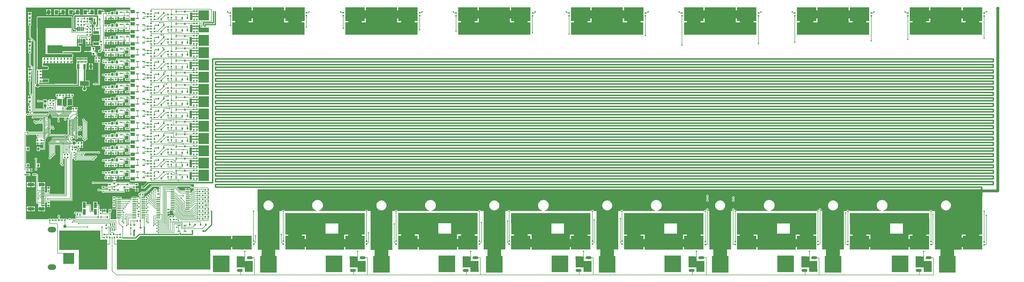
<source format=gtl>
G04*
G04 #@! TF.GenerationSoftware,Altium Limited,Altium Designer,18.1.7 (191)*
G04*
G04 Layer_Physical_Order=1*
G04 Layer_Color=255*
%FSLAX44Y44*%
%MOMM*%
G71*
G01*
G75*
%ADD10C,0.2000*%
%ADD13C,0.1500*%
%ADD22R,0.6000X0.6000*%
%ADD23R,0.6000X0.6000*%
%ADD24R,0.4500X1.0000*%
%ADD25R,0.2000X0.6000*%
%ADD26R,1.2000X1.5000*%
%ADD27R,2.0000X1.1000*%
%ADD28R,0.5500X0.8000*%
%ADD29R,0.8000X0.5500*%
%ADD30R,5.4000X2.9000*%
%ADD31R,7.0000X5.0000*%
%ADD32R,1.5000X1.2000*%
%ADD33R,3.2000X1.7000*%
%ADD34R,0.9000X1.7000*%
%ADD35R,0.3500X1.0000*%
%ADD36R,0.3500X1.0000*%
%ADD37R,2.0000X1.0000*%
G04:AMPARAMS|DCode=38|XSize=2mm|YSize=1mm|CornerRadius=0mm|HoleSize=0mm|Usage=FLASHONLY|Rotation=180.000|XOffset=0mm|YOffset=0mm|HoleType=Round|Shape=Octagon|*
%AMOCTAGOND38*
4,1,8,-1.0000,0.2500,-1.0000,-0.2500,-0.7500,-0.5000,0.7500,-0.5000,1.0000,-0.2500,1.0000,0.2500,0.7500,0.5000,-0.7500,0.5000,-1.0000,0.2500,0.0*
%
%ADD38OCTAGOND38*%

%ADD39R,6.0000X6.0000*%
G04:AMPARAMS|DCode=40|XSize=1.47mm|YSize=0.48mm|CornerRadius=0.06mm|HoleSize=0mm|Usage=FLASHONLY|Rotation=90.000|XOffset=0mm|YOffset=0mm|HoleType=Round|Shape=RoundedRectangle|*
%AMROUNDEDRECTD40*
21,1,1.4700,0.3600,0,0,90.0*
21,1,1.3500,0.4800,0,0,90.0*
1,1,0.1200,0.1800,0.6750*
1,1,0.1200,0.1800,-0.6750*
1,1,0.1200,-0.1800,-0.6750*
1,1,0.1200,-0.1800,0.6750*
%
%ADD40ROUNDEDRECTD40*%
%ADD41R,2.2000X1.8000*%
%ADD42R,1.4500X0.3000*%
%ADD43R,0.9300X0.9800*%
%ADD44R,1.0000X0.4500*%
G04:AMPARAMS|DCode=45|XSize=0.3mm|YSize=0.8mm|CornerRadius=0.075mm|HoleSize=0mm|Usage=FLASHONLY|Rotation=0.000|XOffset=0mm|YOffset=0mm|HoleType=Round|Shape=RoundedRectangle|*
%AMROUNDEDRECTD45*
21,1,0.3000,0.6500,0,0,0.0*
21,1,0.1500,0.8000,0,0,0.0*
1,1,0.1500,0.0750,-0.3250*
1,1,0.1500,-0.0750,-0.3250*
1,1,0.1500,-0.0750,0.3250*
1,1,0.1500,0.0750,0.3250*
%
%ADD45ROUNDEDRECTD45*%
G04:AMPARAMS|DCode=46|XSize=0.3mm|YSize=0.8mm|CornerRadius=0.075mm|HoleSize=0mm|Usage=FLASHONLY|Rotation=90.000|XOffset=0mm|YOffset=0mm|HoleType=Round|Shape=RoundedRectangle|*
%AMROUNDEDRECTD46*
21,1,0.3000,0.6500,0,0,90.0*
21,1,0.1500,0.8000,0,0,90.0*
1,1,0.1500,0.3250,0.0750*
1,1,0.1500,0.3250,-0.0750*
1,1,0.1500,-0.3250,-0.0750*
1,1,0.1500,-0.3250,0.0750*
%
%ADD46ROUNDEDRECTD46*%
%ADD47R,0.8000X0.8000*%
%ADD48R,0.7000X1.1000*%
%ADD49R,0.9800X0.9300*%
%ADD50R,1.1500X0.6000*%
%ADD51R,1.1500X0.3000*%
%ADD52R,1.8000X3.4000*%
%ADD53R,1.1000X2.0000*%
%ADD54R,1.7000X2.4000*%
%ADD92C,0.4000*%
%ADD93C,0.5000*%
%ADD94C,0.3000*%
%ADD95C,1.0000*%
%ADD96C,1.2000*%
%ADD97R,7.3000X6.7000*%
%ADD98R,11.0000X1.2000*%
%ADD99R,5.0000X2.6000*%
%ADD100R,3.4000X1.0000*%
%ADD101R,1.8000X5.5000*%
%ADD102R,0.9000X2.8000*%
%ADD103R,0.9000X0.4000*%
%ADD104R,0.7000X0.4000*%
%ADD105R,1.1000X0.4000*%
%ADD106R,1.2000X0.4000*%
%ADD107R,3.7000X4.0000*%
%ADD108R,0.7000X1.5000*%
%ADD109R,3.7000X1.8000*%
%ADD110R,3.7000X3.6000*%
%ADD111R,3.7000X4.1000*%
%ADD112R,0.4000X0.6000*%
%ADD113R,6.0000X3.9000*%
%ADD114R,10.2000X0.6000*%
%ADD115R,1.0000X4.4000*%
%ADD116R,14.7000X7.0000*%
%ADD117R,259.9000X2.1000*%
%ADD118R,7.9000X14.0002*%
%ADD119R,5.0000X3.0000*%
%ADD120R,7.9000X14.0002*%
%ADD121R,7.9000X14.0002*%
%ADD122R,7.9000X14.1002*%
%ADD123R,7.9000X14.1002*%
%ADD124R,13.6000X3.0000*%
%ADD125R,33.5000X10.7000*%
%ADD126R,9.3000X4.0000*%
%ADD127R,11.8000X1.8000*%
%ADD128R,3.0000X13.2000*%
%ADD129R,12.4000X4.0000*%
%ADD130R,3.0000X4.0000*%
%ADD131R,26.5000X3.0000*%
%ADD132R,5.0000X5.0000*%
%ADD133R,9.5000X5.8000*%
%ADD134R,24.0000X3.0000*%
%ADD135R,11.2190X5.8000*%
%ADD136R,10.2000X10.7000*%
%ADD137R,9.5000X5.8000*%
%ADD138R,14.5000X5.8000*%
%ADD139R,13.7000X5.8000*%
%ADD140R,28.5000X3.7000*%
%ADD141R,9.5000X5.8000*%
%ADD142R,32.7000X4.9000*%
%ADD143R,17.0000X8.6000*%
%ADD144R,9.6000X10.6000*%
%ADD145R,6.4000X4.7000*%
%ADD146R,6.6000X5.8000*%
%ADD147R,8.6000X3.5000*%
%ADD148R,14.0000X5.2000*%
%ADD149R,5.0000X5.2000*%
%ADD150R,26.0000X4.5000*%
%ADD151R,25.9810X4.5000*%
%ADD152R,4.0000X4.0000*%
%ADD153O,3.0000X2.0000*%
%ADD154R,2.0000X1.2000*%
%ADD155R,2.3000X1.2000*%
%ADD156C,0.5080*%
%ADD157C,1.2000*%
%ADD158C,0.4800*%
%ADD159C,1.2700*%
G36*
X654000Y1173059D02*
X621000D01*
X621000Y1173059D01*
X621000Y1173059D01*
X606000D01*
X604829Y1172826D01*
X603837Y1172163D01*
X603174Y1171171D01*
X602941Y1170000D01*
Y1166900D01*
X599050D01*
Y1155543D01*
X598000Y1154995D01*
X596950Y1155543D01*
Y1166900D01*
X583650D01*
Y1164038D01*
X582080Y1163000D01*
X572080D01*
Y1163000D01*
X571920D01*
Y1163000D01*
X562024D01*
X560586Y1164447D01*
X561145Y1165283D01*
X561486Y1167000D01*
X561145Y1168717D01*
X560172Y1170172D01*
X558717Y1171145D01*
X557000Y1171486D01*
X555283Y1171145D01*
X555184Y1171078D01*
X552954D01*
Y1172500D01*
X536954D01*
Y1167394D01*
X536876Y1167000D01*
X536954Y1166606D01*
Y1155287D01*
X536954Y1153588D01*
X535480Y1153588D01*
X525586D01*
Y1161730D01*
X517046D01*
Y1163000D01*
X515776D01*
Y1173040D01*
X508506D01*
Y1172355D01*
X506908Y1171274D01*
X506506Y1171187D01*
X505000Y1171486D01*
X503283Y1171145D01*
X503184Y1171078D01*
X500954D01*
Y1172500D01*
X484954D01*
Y1167394D01*
X484876Y1167000D01*
X484954Y1166606D01*
Y1153588D01*
X473586D01*
Y1161730D01*
X465046D01*
Y1163000D01*
X463776D01*
Y1173040D01*
X456506D01*
Y1172355D01*
X454908Y1171274D01*
X454506Y1171187D01*
X453000Y1171486D01*
X451283Y1171145D01*
X451184Y1171078D01*
X448954D01*
Y1172500D01*
X432954D01*
Y1167394D01*
X432876Y1167000D01*
X432954Y1166606D01*
Y1153500D01*
X448954D01*
Y1162922D01*
X451184D01*
X451283Y1162855D01*
X453000Y1162514D01*
X454506Y1162813D01*
X454908Y1162726D01*
X456506Y1161645D01*
Y1153588D01*
X455000D01*
X453244Y1153239D01*
X451756Y1152244D01*
X450761Y1150756D01*
X450412Y1149000D01*
Y1103000D01*
X450761Y1101244D01*
X451756Y1099756D01*
X453244Y1098761D01*
X455000Y1098412D01*
X460799D01*
Y1095750D01*
X459231Y1094059D01*
X447059D01*
Y1107000D01*
X447039Y1107098D01*
Y1145000D01*
X446884Y1145780D01*
X446442Y1146442D01*
X445780Y1146884D01*
X445000Y1147039D01*
X414000D01*
X414000Y1147039D01*
X321000D01*
X320220Y1146884D01*
X319558Y1146442D01*
X319116Y1145780D01*
X318961Y1145000D01*
Y1105000D01*
X318961Y1105000D01*
Y1020000D01*
X318961Y1020000D01*
Y968000D01*
Y958000D01*
X317878Y956270D01*
X317526Y956000D01*
X316920D01*
Y946000D01*
X318431D01*
Y944000D01*
X316920D01*
Y934000D01*
X318431D01*
Y932000D01*
X316920D01*
Y922000D01*
X318431D01*
Y920000D01*
X316920D01*
Y910000D01*
X317597D01*
X317994Y908000D01*
X317966Y907988D01*
X316294Y906706D01*
X315059Y905095D01*
X314860Y905074D01*
X313059Y905545D01*
Y1057000D01*
X312826Y1058171D01*
X312163Y1059163D01*
X312163Y1059163D01*
X297059Y1074267D01*
Y1114920D01*
X299000D01*
Y1117705D01*
X299059Y1118000D01*
X299000Y1118295D01*
X299000Y1124920D01*
X299000Y1126920D01*
Y1135080D01*
X299000D01*
X299193Y1137000D01*
X300000D01*
X300000Y1148684D01*
X300540Y1150460D01*
X300540Y1150776D01*
Y1155730D01*
X287460D01*
Y1150776D01*
X287460Y1150460D01*
X288000Y1148684D01*
X288000Y1148460D01*
Y1137000D01*
X288807D01*
X289000Y1135080D01*
X289000D01*
Y1126920D01*
X289000Y1125080D01*
X289000Y1123080D01*
Y1114920D01*
X290941D01*
Y1073000D01*
X290941Y1073000D01*
X291174Y1071830D01*
X291837Y1070837D01*
X297286Y1065388D01*
X296521Y1063540D01*
X295270D01*
Y1058270D01*
X300540D01*
Y1059521D01*
X302388Y1060286D01*
X306941Y1055733D01*
Y967998D01*
X305093Y967232D01*
X297059Y975267D01*
Y1014920D01*
X299000D01*
Y1023080D01*
X299000Y1024920D01*
X299000Y1026920D01*
Y1035080D01*
X299000D01*
X299193Y1037000D01*
X300000D01*
X300000Y1048684D01*
X300540Y1050460D01*
X300540Y1050776D01*
Y1055730D01*
X287460D01*
Y1050776D01*
X287460Y1050460D01*
X288000Y1048684D01*
X288000Y1048460D01*
Y1037000D01*
X288807D01*
X289000Y1035080D01*
X289000D01*
Y1026920D01*
X289000Y1025080D01*
X289000Y1023080D01*
Y1014920D01*
X290941D01*
Y974000D01*
X290941Y974000D01*
X291174Y972829D01*
X291837Y971837D01*
X298286Y965388D01*
X297521Y963540D01*
X295270D01*
Y958270D01*
X300540D01*
Y958550D01*
X302540Y959619D01*
X302941Y959351D01*
Y869998D01*
X301094Y869232D01*
X297059Y873267D01*
Y914920D01*
X299000D01*
Y917704D01*
X299059Y918000D01*
X299000Y918296D01*
Y918704D01*
X299059Y919000D01*
X299000Y919296D01*
X299000Y924920D01*
X299000Y926920D01*
Y935080D01*
X299000D01*
X299193Y937000D01*
X300000D01*
X300000Y948684D01*
X300540Y950460D01*
X300540Y950776D01*
Y955730D01*
X287460D01*
Y950776D01*
X287460Y950460D01*
X288000Y948684D01*
X288000Y948460D01*
Y937000D01*
X288807D01*
X289000Y935080D01*
X289000D01*
Y926920D01*
X289000Y925080D01*
X289000Y923080D01*
Y914920D01*
X290941D01*
Y872000D01*
X290941Y872000D01*
X291174Y870829D01*
X291837Y869837D01*
X296286Y865388D01*
X295521Y863540D01*
X295270D01*
Y857000D01*
X294000D01*
Y855730D01*
X287460D01*
Y850776D01*
X287460Y850460D01*
X287460D01*
X288000Y849000D01*
X288000Y849000D01*
Y837000D01*
X290941D01*
Y827080D01*
X289000D01*
Y817080D01*
X289000D01*
Y816920D01*
X289000D01*
Y806920D01*
X292941D01*
Y804416D01*
X292727Y804273D01*
X291723Y802771D01*
X291371Y801000D01*
X290879Y800422D01*
X289273Y799273D01*
X287771Y800277D01*
X286000Y800629D01*
X284229Y800277D01*
X282727Y799273D01*
X282000Y798185D01*
X280000Y798578D01*
X280000Y1180000D01*
X654000D01*
Y1173059D01*
D02*
G37*
G36*
X636000Y1145250D02*
Y1136750D01*
X650000D01*
Y1136961D01*
X651939Y1137717D01*
X653500Y1136619D01*
Y1129059D01*
X621000D01*
X621000Y1129059D01*
X621000Y1129059D01*
X606000D01*
X604829Y1128826D01*
X603837Y1128163D01*
X603174Y1127170D01*
X602941Y1126000D01*
Y1122900D01*
X599050D01*
Y1111543D01*
X598000Y1110994D01*
X596950Y1111543D01*
Y1122900D01*
X583650D01*
Y1120038D01*
X582080Y1119000D01*
X572080D01*
Y1119000D01*
X571920D01*
Y1119000D01*
X561920D01*
X561059Y1120643D01*
Y1134357D01*
X561920Y1136000D01*
X571540D01*
Y1135460D01*
X575810D01*
Y1141000D01*
X577080D01*
Y1142270D01*
X582620D01*
Y1146540D01*
X584454Y1146941D01*
X585546D01*
X587380Y1146540D01*
Y1142270D01*
X592920D01*
Y1141000D01*
X594190D01*
Y1135460D01*
X598460D01*
Y1136000D01*
X608080D01*
Y1146000D01*
X609690Y1146941D01*
X611937D01*
X613460Y1145790D01*
X613460Y1144941D01*
Y1142270D01*
X621000D01*
X628540D01*
Y1144941D01*
X628540Y1145790D01*
X630063Y1146941D01*
X635255D01*
X636000Y1145250D01*
D02*
G37*
G36*
Y1101250D02*
Y1092750D01*
X650000D01*
Y1092961D01*
X651939Y1093717D01*
X653500Y1092619D01*
Y1085059D01*
X621000D01*
X621000Y1085059D01*
X621000Y1085059D01*
X606000D01*
X604829Y1084826D01*
X603837Y1084163D01*
X603174Y1083170D01*
X602941Y1082000D01*
Y1078900D01*
X599050D01*
Y1067543D01*
X598000Y1066994D01*
X596950Y1067543D01*
Y1078900D01*
X583650D01*
Y1076038D01*
X582080Y1075000D01*
X572080D01*
Y1075000D01*
X571920D01*
Y1075000D01*
X561920D01*
X561059Y1076643D01*
Y1090357D01*
X561920Y1092000D01*
X571540D01*
Y1091460D01*
X575810D01*
Y1097000D01*
X577080D01*
Y1098270D01*
X582620D01*
Y1102540D01*
X584454Y1102941D01*
X585546D01*
X587380Y1102540D01*
Y1098270D01*
X592920D01*
Y1097000D01*
X594190D01*
Y1091460D01*
X598460D01*
Y1092000D01*
X608080D01*
Y1102000D01*
X609690Y1102941D01*
X611937D01*
X613460Y1101790D01*
X613460Y1100941D01*
Y1098270D01*
X621000D01*
X628540D01*
Y1100941D01*
X628540Y1101790D01*
X630063Y1102941D01*
X635255D01*
X636000Y1101250D01*
D02*
G37*
G36*
X632727Y1058727D02*
X634203Y1057740D01*
X634229Y1057723D01*
X634238Y1057721D01*
X636000Y1057250D01*
X636000Y1055487D01*
Y1048750D01*
X650000D01*
Y1048961D01*
X651939Y1049717D01*
X653500Y1048619D01*
Y1041059D01*
X621000D01*
X621000Y1041059D01*
X621000Y1041059D01*
X606000D01*
X604829Y1040826D01*
X603837Y1040163D01*
X603174Y1039171D01*
X602941Y1038000D01*
Y1034900D01*
X599050D01*
Y1023543D01*
X598000Y1022995D01*
X596950Y1023543D01*
Y1034900D01*
X583650D01*
Y1032038D01*
X582080Y1031000D01*
X572080D01*
Y1031000D01*
X571920D01*
Y1031000D01*
X561920D01*
X561059Y1032643D01*
Y1046357D01*
X561920Y1048000D01*
X571540D01*
Y1047460D01*
X575810D01*
Y1053000D01*
X577080D01*
Y1054270D01*
X582620D01*
Y1058540D01*
X584454Y1058941D01*
X585546D01*
X587380Y1058540D01*
Y1054270D01*
X592920D01*
Y1053000D01*
X594190D01*
Y1047460D01*
X598460D01*
Y1048000D01*
X608080D01*
Y1058000D01*
X609690Y1058941D01*
X611937D01*
X613460Y1057790D01*
X613460Y1056941D01*
Y1054270D01*
X621000D01*
X628540D01*
Y1056941D01*
X628540Y1057790D01*
X630063Y1058941D01*
X632584D01*
X632727Y1058727D01*
D02*
G37*
G36*
X520750Y1143500D02*
Y1131500D01*
X520750Y1131500D01*
X520750D01*
X520750Y1131500D01*
X520294Y1129706D01*
X519012Y1128035D01*
X518206Y1126088D01*
X517931Y1124000D01*
X518206Y1121911D01*
X519012Y1119966D01*
X520294Y1118294D01*
X521965Y1117012D01*
X522941Y1116608D01*
Y1108000D01*
X520920D01*
Y1098000D01*
X520000Y1097500D01*
Y1082500D01*
X543941D01*
Y1060111D01*
X542910Y1059906D01*
X541917Y1059243D01*
X541917Y1059243D01*
X540174Y1057500D01*
X520000D01*
Y1042500D01*
X544000D01*
X545000Y1041920D01*
Y1041920D01*
X547941D01*
Y1028267D01*
X547424Y1027750D01*
X539000D01*
Y1018250D01*
X551000D01*
Y1022072D01*
X552477Y1023367D01*
X554493Y1023077D01*
X554727Y1022727D01*
X556229Y1021723D01*
X558000Y1021371D01*
X559771Y1021723D01*
X559920Y1021823D01*
X561920Y1021000D01*
D01*
X563526Y1020049D01*
X564027Y1019274D01*
X564060Y1019000D01*
X563861Y1018000D01*
Y1014000D01*
X561920D01*
Y1004000D01*
X571540D01*
Y1003460D01*
X575810D01*
Y1009000D01*
X577080D01*
Y1010270D01*
X582620D01*
Y1014540D01*
X584454Y1014941D01*
X585546D01*
X587380Y1014540D01*
Y1010270D01*
X592920D01*
Y1009000D01*
X594190D01*
Y1003460D01*
X598460D01*
Y1004000D01*
X608080D01*
Y1014000D01*
X609690Y1014941D01*
X611937D01*
X613460Y1013790D01*
X613460Y1012941D01*
Y1010270D01*
X621000D01*
X628540D01*
Y1011961D01*
X630540Y1013463D01*
X631000Y1013371D01*
X632771Y1013723D01*
X634273Y1014727D01*
X635277Y1016228D01*
X635629Y1018000D01*
X635277Y1019771D01*
X635059Y1020097D01*
Y1025140D01*
X636000Y1026750D01*
X647941D01*
Y1013250D01*
X636000D01*
Y1004750D01*
X650000D01*
Y1004961D01*
X651939Y1005717D01*
X653500Y1004619D01*
Y997059D01*
X621000D01*
X621000Y997059D01*
X621000Y997059D01*
X606000D01*
X604829Y996826D01*
X603837Y996163D01*
X603174Y995171D01*
X602941Y994000D01*
Y990900D01*
X599050D01*
Y979543D01*
X598000Y978995D01*
X596950Y979543D01*
Y990900D01*
X583650D01*
Y988038D01*
X582080Y987000D01*
X575289D01*
X574767Y987888D01*
X574456Y989000D01*
X575277Y990229D01*
X575629Y992000D01*
X575277Y993771D01*
X574273Y995273D01*
X572771Y996277D01*
X571000Y996629D01*
X569229Y996277D01*
X567727Y995273D01*
X567584Y995059D01*
X558000D01*
X557500Y994959D01*
X557000Y995059D01*
X555830Y994826D01*
X554837Y994163D01*
X554174Y993170D01*
X553941Y992000D01*
Y985416D01*
X553727Y985273D01*
X552723Y983771D01*
X552371Y982000D01*
X552723Y980229D01*
X553727Y978727D01*
X555229Y977723D01*
X557000Y977371D01*
X558771Y977723D01*
X559920Y978491D01*
X561213Y978087D01*
X561920Y977605D01*
Y977000D01*
X562911D01*
X564027Y975274D01*
X564060Y975000D01*
X563861Y974000D01*
Y970000D01*
X561920D01*
Y960000D01*
X571540D01*
Y959460D01*
X575810D01*
Y965000D01*
X577080D01*
Y966270D01*
X582620D01*
Y970540D01*
X584454Y970941D01*
X585546D01*
X587380Y970540D01*
Y966270D01*
X592920D01*
Y965000D01*
X594190D01*
Y959460D01*
X598460D01*
Y960000D01*
X608080D01*
Y970000D01*
X609690Y970941D01*
X611937D01*
X613460Y969790D01*
Y966270D01*
X621000D01*
X628540D01*
Y969790D01*
X630063Y970941D01*
X632000D01*
X633171Y971174D01*
X634163Y971837D01*
X634826Y972829D01*
X635059Y974000D01*
Y981140D01*
X636000Y982750D01*
X647941D01*
Y969250D01*
X636000D01*
Y960750D01*
X650000D01*
Y960961D01*
X651939Y961717D01*
X653500Y960619D01*
Y953059D01*
X621000D01*
X621000Y953059D01*
X621000Y953059D01*
X606000D01*
X604829Y952826D01*
X603837Y952163D01*
X603174Y951171D01*
X602941Y950000D01*
Y946900D01*
X599050D01*
Y935543D01*
X598000Y934995D01*
X596950Y935543D01*
Y946900D01*
X583650D01*
Y944038D01*
X582080Y943000D01*
X572080D01*
Y943000D01*
X571920D01*
Y943000D01*
X561920D01*
Y942395D01*
X561213Y941913D01*
X559920Y941509D01*
X558771Y942277D01*
X557000Y942629D01*
X555229Y942277D01*
X553727Y941273D01*
X552723Y939771D01*
X552371Y938000D01*
X552723Y936229D01*
X553727Y934727D01*
X555229Y933723D01*
X557000Y933371D01*
X558771Y933723D01*
X559920Y934491D01*
X561213Y934087D01*
X561920Y933605D01*
Y933000D01*
X562911D01*
X564027Y931274D01*
X564060Y931000D01*
X563861Y930000D01*
Y926000D01*
X561920D01*
Y916000D01*
X571540D01*
Y915460D01*
X575810D01*
Y921000D01*
X577080D01*
Y922270D01*
X582620D01*
Y926540D01*
X584454Y926941D01*
X585546D01*
X587380Y926540D01*
Y922270D01*
X592920D01*
Y921000D01*
X594190D01*
Y915460D01*
X598460D01*
Y916000D01*
X608080D01*
Y926000D01*
X609690Y926941D01*
X611937D01*
X613460Y925790D01*
Y922270D01*
X621000D01*
X628540D01*
Y925790D01*
X630063Y926941D01*
X632000D01*
X633171Y927174D01*
X634163Y927837D01*
X634826Y928829D01*
X635059Y930000D01*
Y937140D01*
X636000Y938750D01*
X647941D01*
Y925250D01*
X636000D01*
Y916750D01*
X650000D01*
Y916961D01*
X651939Y917717D01*
X653500Y916619D01*
Y909059D01*
X621000D01*
X621000Y909059D01*
X621000Y909059D01*
X606000D01*
X604829Y908826D01*
X603837Y908163D01*
X603174Y907170D01*
X602941Y906000D01*
Y902900D01*
X599050D01*
Y891543D01*
X598000Y890994D01*
X596950Y891543D01*
Y902900D01*
X583650D01*
Y900038D01*
X582080Y899000D01*
X572080D01*
Y899000D01*
X571920D01*
Y899000D01*
X561920D01*
Y898395D01*
X561213Y897913D01*
X559920Y897509D01*
X558771Y898277D01*
X557000Y898629D01*
X555229Y898277D01*
X553727Y897273D01*
X552723Y895771D01*
X552371Y894000D01*
X552723Y892228D01*
X553727Y890727D01*
X555229Y889723D01*
X557000Y889371D01*
X558771Y889723D01*
X559920Y890491D01*
X561213Y890087D01*
X561920Y889605D01*
Y889000D01*
X562911D01*
X564027Y887274D01*
X564060Y887000D01*
X563861Y886000D01*
Y882000D01*
X561920D01*
Y872000D01*
X571540D01*
Y871460D01*
X575810D01*
Y877000D01*
X577080D01*
Y878270D01*
X582620D01*
Y882540D01*
X584454Y882941D01*
X585546D01*
X587380Y882540D01*
Y878270D01*
X592920D01*
Y877000D01*
X594190D01*
Y871460D01*
X598460D01*
Y872000D01*
X608080D01*
Y882000D01*
X609690Y882941D01*
X611937D01*
X613460Y881790D01*
Y878270D01*
X621000D01*
X628540D01*
Y881790D01*
X630063Y882941D01*
X632000D01*
X633171Y883174D01*
X634163Y883837D01*
X634826Y884829D01*
X635059Y886000D01*
Y893140D01*
X636000Y894750D01*
X647941D01*
Y881250D01*
X636000D01*
Y872750D01*
X650000D01*
Y872961D01*
X651939Y873717D01*
X653500Y872619D01*
Y865059D01*
X621000D01*
X621000Y865059D01*
X621000Y865059D01*
X606000D01*
X604829Y864826D01*
X603837Y864163D01*
X603174Y863170D01*
X602941Y862000D01*
Y858900D01*
X599050D01*
Y847543D01*
X598000Y846994D01*
X596950Y847543D01*
Y858900D01*
X583650D01*
Y856038D01*
X582080Y855000D01*
X572080D01*
Y855000D01*
X571920D01*
Y855000D01*
X561920D01*
Y854395D01*
X561213Y853913D01*
X559920Y853509D01*
X558771Y854277D01*
X557000Y854629D01*
X555229Y854277D01*
X553727Y853273D01*
X552723Y851771D01*
X552371Y850000D01*
X552723Y848229D01*
X553727Y846727D01*
X555229Y845723D01*
X557000Y845371D01*
X558771Y845723D01*
X559920Y846491D01*
X561213Y846087D01*
X561920Y845605D01*
Y845000D01*
X562911D01*
X564027Y843274D01*
X564060Y843000D01*
X563861Y842000D01*
Y838000D01*
X561920D01*
Y828000D01*
X571540D01*
Y827460D01*
X575810D01*
Y833000D01*
X577080D01*
Y834270D01*
X582620D01*
Y838540D01*
X584454Y838941D01*
X585546D01*
X587380Y838540D01*
Y834270D01*
X592920D01*
Y833000D01*
X594190D01*
Y827460D01*
X598460D01*
Y828000D01*
X608080D01*
Y836085D01*
X608314Y836419D01*
X610080Y837554D01*
X611000Y837371D01*
X611460Y837462D01*
X613460Y835961D01*
Y834270D01*
X621000D01*
X628540D01*
Y836941D01*
X628540Y837790D01*
X630063Y838941D01*
X632000D01*
X633171Y839174D01*
X634163Y839837D01*
X634826Y840829D01*
X635059Y842000D01*
Y849140D01*
X636000Y850750D01*
X647941D01*
Y837250D01*
X636000D01*
Y828750D01*
X650000D01*
Y828961D01*
X651939Y829717D01*
X653500Y828619D01*
Y821059D01*
X622000D01*
X622000Y821059D01*
X622000Y821059D01*
X607000D01*
X605830Y820826D01*
X604837Y820163D01*
X604174Y819171D01*
X603941Y818000D01*
Y814900D01*
X599050D01*
Y803543D01*
X598000Y802995D01*
X596950Y803543D01*
Y814900D01*
X583650D01*
Y812038D01*
X582080Y811000D01*
X572080D01*
Y811000D01*
X571920D01*
Y811000D01*
X561920D01*
Y810395D01*
X561213Y809913D01*
X559920Y809509D01*
X558771Y810277D01*
X557000Y810629D01*
X555229Y810277D01*
X553727Y809273D01*
X552723Y807771D01*
X552371Y806000D01*
X552723Y804229D01*
X553727Y802727D01*
X555229Y801723D01*
X557000Y801371D01*
X558771Y801723D01*
X559920Y802491D01*
X561213Y802087D01*
X561920Y801605D01*
Y801000D01*
X563911D01*
X565027Y799274D01*
X565060Y799000D01*
X564861Y798000D01*
Y794000D01*
X561920D01*
Y784000D01*
X571540D01*
Y783460D01*
X575810D01*
Y789000D01*
X577080D01*
Y790270D01*
X582620D01*
Y794540D01*
X584454Y794941D01*
X585546D01*
X587380Y794540D01*
Y790270D01*
X592920D01*
Y789000D01*
X594190D01*
Y783460D01*
X598460D01*
Y784000D01*
X608080D01*
Y793930D01*
X609273Y794727D01*
X609416Y794941D01*
X611937D01*
X613460Y793790D01*
X613460Y792941D01*
Y790270D01*
X621000D01*
X628540D01*
Y792941D01*
X628540Y793790D01*
X630063Y794941D01*
X633000D01*
X634170Y795174D01*
X635163Y795837D01*
X635826Y796829D01*
X636059Y798000D01*
Y806750D01*
X647941D01*
Y793250D01*
X636000D01*
Y784750D01*
X650000D01*
Y784961D01*
X651939Y785717D01*
X653500Y784619D01*
Y777059D01*
X622000D01*
X622000Y777059D01*
X622000Y777059D01*
X607000D01*
X605830Y776826D01*
X604837Y776163D01*
X604174Y775171D01*
X603941Y774000D01*
Y771900D01*
X599050D01*
Y760301D01*
X598950Y760241D01*
X596950Y761376D01*
Y771900D01*
X583650D01*
Y769038D01*
X582080Y768000D01*
X573920D01*
X572080Y768000D01*
X570080Y768000D01*
X561920D01*
Y767395D01*
X561213Y766913D01*
X559920Y766509D01*
X558771Y767277D01*
X557000Y767629D01*
X555229Y767277D01*
X553727Y766273D01*
X552723Y764771D01*
X552371Y763000D01*
X552723Y761229D01*
X553727Y759727D01*
X555229Y758723D01*
X557000Y758371D01*
X558771Y758723D01*
X559920Y759491D01*
X561213Y759087D01*
X561920Y758605D01*
Y758000D01*
X564907D01*
X565460Y756804D01*
X565648Y756000D01*
X565094Y755171D01*
X564861Y754000D01*
Y750000D01*
X561920D01*
Y740000D01*
X571540D01*
Y739460D01*
X575810D01*
Y745000D01*
X577080D01*
Y746270D01*
X582620D01*
Y750540D01*
X584454Y750941D01*
X585546D01*
X587380Y750540D01*
Y746270D01*
X592920D01*
Y745000D01*
X594190D01*
Y739460D01*
X598460D01*
Y740000D01*
X608080D01*
Y750000D01*
X609690Y750941D01*
X611937D01*
X613460Y749790D01*
X613460Y748941D01*
Y746270D01*
X621000D01*
X628540D01*
Y748941D01*
X628540Y749790D01*
X630063Y750941D01*
X633000D01*
X634170Y751174D01*
X635163Y751837D01*
X635826Y752830D01*
X636059Y754000D01*
Y762750D01*
X647941D01*
Y749250D01*
X636000D01*
Y740750D01*
X650000D01*
Y740961D01*
X651939Y741717D01*
X653500Y740619D01*
Y733059D01*
X621000D01*
X621000Y733059D01*
X621000Y733059D01*
X606000D01*
X604829Y732826D01*
X603837Y732163D01*
X603174Y731171D01*
X602941Y730000D01*
Y727900D01*
X599050D01*
Y717706D01*
X599038Y717674D01*
X597050Y716635D01*
X596950Y716704D01*
Y727900D01*
X583650D01*
Y725038D01*
X582080Y724000D01*
X573920D01*
X572080Y724000D01*
X570080Y724000D01*
X561920D01*
Y723395D01*
X561213Y722913D01*
X559920Y722509D01*
X558771Y723277D01*
X557000Y723629D01*
X555229Y723277D01*
X553727Y722273D01*
X552723Y720771D01*
X552371Y719000D01*
X552723Y717228D01*
X553727Y715727D01*
X555229Y714723D01*
X557000Y714371D01*
X558771Y714723D01*
X559920Y715491D01*
X561213Y715087D01*
X561920Y714605D01*
Y714000D01*
X563907D01*
X564460Y712804D01*
X564648Y712000D01*
X564094Y711171D01*
X563861Y710000D01*
Y706000D01*
X561920D01*
Y696000D01*
X571540D01*
Y695460D01*
X575810D01*
Y701000D01*
X577080D01*
Y702270D01*
X582620D01*
Y706540D01*
X584454Y706941D01*
X585546D01*
X587380Y706540D01*
Y702270D01*
X592920D01*
Y701000D01*
X594190D01*
Y695460D01*
X598460D01*
Y696000D01*
X608080D01*
Y706000D01*
X609690Y706941D01*
X611937D01*
X613460Y705790D01*
X613460Y704941D01*
Y702270D01*
X621000D01*
X628540D01*
Y704941D01*
X628540Y705790D01*
X630063Y706941D01*
X632000D01*
X633171Y707174D01*
X634163Y707837D01*
X634826Y708829D01*
X635059Y710000D01*
Y717140D01*
X636000Y718750D01*
X647941D01*
Y705250D01*
X636000D01*
Y696750D01*
X650000D01*
Y696961D01*
X651939Y697717D01*
X653500Y696619D01*
Y689059D01*
X621000D01*
X621000Y689059D01*
X621000Y689059D01*
X606000D01*
X604829Y688826D01*
X603837Y688163D01*
X603174Y687170D01*
X602941Y686000D01*
Y683900D01*
X599050D01*
Y672171D01*
X598000Y671565D01*
X596950Y672171D01*
Y683900D01*
X583650D01*
Y681038D01*
X582080Y680000D01*
X573920D01*
X572080Y680000D01*
X570080Y680000D01*
X561920D01*
Y679395D01*
X561213Y678913D01*
X559920Y678509D01*
X558771Y679277D01*
X557000Y679629D01*
X555229Y679277D01*
X553727Y678273D01*
X552723Y676771D01*
X552371Y675000D01*
X552723Y673229D01*
X553727Y671727D01*
X555229Y670723D01*
X557000Y670371D01*
X558771Y670723D01*
X559920Y671491D01*
X561213Y671087D01*
X561920Y670605D01*
Y670000D01*
X563907D01*
X564460Y668804D01*
X564648Y668000D01*
X564094Y667170D01*
X563861Y666000D01*
Y662000D01*
X561920D01*
Y652000D01*
X571540D01*
Y651460D01*
X575810D01*
Y657000D01*
X577080D01*
Y658270D01*
X582620D01*
Y662540D01*
X584454Y662941D01*
X585546D01*
X587380Y662540D01*
Y658270D01*
X592920D01*
Y657000D01*
X594190D01*
Y651460D01*
X598460D01*
Y652000D01*
X608080D01*
Y662000D01*
X609690Y662941D01*
X611937D01*
X613460Y661790D01*
X613460Y660941D01*
Y658270D01*
X621000D01*
X628540D01*
Y660941D01*
X628540Y661790D01*
X630063Y662941D01*
X632000D01*
X633171Y663174D01*
X634163Y663837D01*
X634826Y664829D01*
X635059Y666000D01*
Y673140D01*
X636000Y674750D01*
X647941D01*
Y661250D01*
X636000D01*
Y652750D01*
X650000D01*
Y652961D01*
X651939Y653717D01*
X653500Y652619D01*
Y645059D01*
X621000D01*
X621000Y645059D01*
X621000Y645059D01*
X606000D01*
X604829Y644826D01*
X603837Y644163D01*
X603174Y643170D01*
X602941Y642000D01*
Y639900D01*
X599050D01*
Y628171D01*
X598000Y627565D01*
X596950Y628171D01*
Y639900D01*
X583650D01*
Y637038D01*
X582080Y636000D01*
X573920D01*
X572080Y636000D01*
X570080Y636000D01*
X561920D01*
Y635395D01*
X561213Y634913D01*
X559920Y634509D01*
X558771Y635276D01*
X557000Y635629D01*
X555229Y635276D01*
X553727Y634273D01*
X552723Y632771D01*
X552371Y631000D01*
X552723Y629229D01*
X553727Y627727D01*
X555229Y626723D01*
X557000Y626371D01*
X558771Y626723D01*
X559920Y627491D01*
X561213Y627087D01*
X561920Y626605D01*
Y626000D01*
X563907D01*
X564460Y624804D01*
X564648Y624000D01*
X564094Y623171D01*
X563861Y622000D01*
Y618000D01*
X561920D01*
Y608000D01*
X571540D01*
Y607460D01*
X575810D01*
Y613000D01*
X577080D01*
Y614270D01*
X582620D01*
Y616393D01*
X583246Y616911D01*
X584620Y617645D01*
X586000Y617371D01*
X587380Y616239D01*
Y614270D01*
X592920D01*
Y613000D01*
X594190D01*
Y607460D01*
X598460D01*
Y608000D01*
X608080D01*
Y618000D01*
X609690Y618941D01*
X611937D01*
X613460Y617790D01*
X613460Y616941D01*
Y614270D01*
X621000D01*
X628540D01*
Y616941D01*
X628540Y617790D01*
X630063Y618941D01*
X632000D01*
X633171Y619174D01*
X634163Y619837D01*
X634826Y620829D01*
X635059Y622000D01*
Y629140D01*
X636000Y630750D01*
X647941D01*
Y617250D01*
X636000D01*
Y608750D01*
X650000D01*
Y608961D01*
X651939Y609717D01*
X653500Y608619D01*
Y601059D01*
X621000D01*
X621000Y601059D01*
X621000Y601059D01*
X606000D01*
X604829Y600826D01*
X603837Y600163D01*
X603174Y599170D01*
X602941Y598000D01*
Y595900D01*
X599050D01*
Y584171D01*
X598000Y583565D01*
X596950Y584171D01*
Y595900D01*
X583650D01*
Y593038D01*
X582080Y592000D01*
X573920D01*
X572080Y592000D01*
X570080Y592000D01*
X561920D01*
Y591395D01*
X561213Y590913D01*
X559920Y590509D01*
X558771Y591277D01*
X557000Y591629D01*
X555229Y591277D01*
X553727Y590273D01*
X552723Y588771D01*
X552371Y587000D01*
X552723Y585229D01*
X553727Y583727D01*
X555229Y582723D01*
X557000Y582371D01*
X558771Y582723D01*
X559920Y583491D01*
X561213Y583087D01*
X561920Y582605D01*
Y582000D01*
X563907D01*
X564460Y580804D01*
X564648Y580000D01*
X564094Y579170D01*
X563861Y578000D01*
Y574000D01*
X561920D01*
Y564000D01*
X571540D01*
Y563460D01*
X575810D01*
Y569000D01*
X577080D01*
Y570270D01*
X582620D01*
Y573693D01*
X582771Y573723D01*
X584273Y574727D01*
X584417Y574941D01*
X585546D01*
X587380Y574540D01*
Y570270D01*
X592920D01*
Y567730D01*
X587380D01*
Y563460D01*
X591460D01*
Y559350D01*
X597000D01*
X602540D01*
Y563620D01*
X604383Y564000D01*
X608080D01*
Y574000D01*
X609690Y574941D01*
X611937D01*
X613460Y573790D01*
X613460Y572941D01*
Y570270D01*
X621000D01*
X628540D01*
Y572941D01*
X628540Y573790D01*
X630063Y574941D01*
X632000D01*
X633171Y575174D01*
X634163Y575837D01*
X634826Y576829D01*
X635059Y578000D01*
Y585140D01*
X636000Y586750D01*
X647941D01*
Y573250D01*
X636000D01*
Y564750D01*
X650000D01*
Y564961D01*
X651939Y565717D01*
X653500Y564619D01*
Y557046D01*
X654000D01*
Y556000D01*
X714783D01*
X715339Y554996D01*
X715511Y554000D01*
X701261Y539750D01*
X694500D01*
Y530250D01*
X706500D01*
Y532011D01*
X720900Y546412D01*
X750000D01*
X883000Y546412D01*
Y536059D01*
X877267D01*
X871163Y542163D01*
X870171Y542826D01*
X869000Y543059D01*
X869000Y543059D01*
X733000D01*
X733000Y543059D01*
X731830Y542826D01*
X730837Y542163D01*
X707733Y519059D01*
X695000D01*
X693829Y518826D01*
X692837Y518163D01*
X692837Y518163D01*
X688674Y514000D01*
X683920D01*
Y504000D01*
X686941D01*
Y500059D01*
X677750D01*
Y500250D01*
X659250D01*
Y495511D01*
X657250Y494380D01*
X656000Y494629D01*
X654229Y494277D01*
X652855Y493359D01*
X623250D01*
Y500300D01*
X604750D01*
Y499859D01*
X601000D01*
Y502080D01*
X591000D01*
Y493920D01*
X591000Y492080D01*
X591000Y490080D01*
Y481920D01*
X591000D01*
X591554Y479920D01*
X591371Y479000D01*
X591554Y478080D01*
X591000Y476080D01*
X591000D01*
Y466460D01*
X590460D01*
Y462190D01*
X596000D01*
X601540D01*
Y466460D01*
X601000D01*
Y476080D01*
X601000D01*
X600446Y478080D01*
X600629Y479000D01*
X600446Y479920D01*
X601000Y481920D01*
X601000D01*
Y490080D01*
X601000Y491920D01*
X601432Y493741D01*
X604750D01*
Y486800D01*
Y480300D01*
Y473800D01*
Y467300D01*
Y460800D01*
Y454300D01*
Y447800D01*
Y441300D01*
Y429340D01*
X604210D01*
Y426570D01*
X614000D01*
Y424030D01*
X604210D01*
Y421260D01*
X602732Y420000D01*
X584059D01*
X584059Y420000D01*
Y439920D01*
Y444500D01*
X586250D01*
Y456500D01*
X576750D01*
Y444500D01*
X575594Y442979D01*
X569384D01*
X567790Y443960D01*
X567790Y444979D01*
Y449230D01*
X562500D01*
X557210D01*
Y444979D01*
X557210Y443960D01*
X555616Y442979D01*
X553000D01*
Y445540D01*
X553540D01*
Y449810D01*
X548000D01*
Y451080D01*
X546730D01*
Y456620D01*
X543059D01*
Y470000D01*
X542826Y471171D01*
X542163Y472163D01*
X541171Y472826D01*
X540000Y473059D01*
X536500D01*
Y483000D01*
X521500D01*
Y460000D01*
X521500Y458500D01*
X521500Y457000D01*
Y450059D01*
X513059D01*
Y470000D01*
X512826Y471171D01*
X512163Y472163D01*
X511171Y472826D01*
X510000Y473059D01*
X496500D01*
Y483000D01*
X481500D01*
Y460000D01*
X481500Y458500D01*
X481500Y457000D01*
Y446059D01*
X460416D01*
X460273Y446273D01*
X458771Y447277D01*
X457000Y447629D01*
X455229Y447277D01*
X453727Y446273D01*
X452723Y444771D01*
X452371Y443000D01*
X452723Y441229D01*
X453727Y439727D01*
X455229Y438723D01*
X457000Y438371D01*
X458920Y436714D01*
Y431402D01*
X458727Y431273D01*
X457723Y429771D01*
X457371Y428000D01*
X457723Y426229D01*
X458505Y425059D01*
X458130Y423825D01*
X457623Y423059D01*
X440416D01*
X440273Y423273D01*
X438771Y424277D01*
X437000Y424629D01*
X435229Y424277D01*
X433727Y423273D01*
X432723Y421771D01*
X432371Y420000D01*
X432371Y420000D01*
X425620D01*
Y422540D01*
X421350D01*
Y417000D01*
X418810D01*
Y422540D01*
X414540D01*
Y422000D01*
X404920D01*
Y422000D01*
X403139D01*
X401139Y422142D01*
Y427637D01*
X401273Y427727D01*
X402277Y429229D01*
X402629Y431000D01*
X402277Y432771D01*
X401273Y434273D01*
X399771Y435277D01*
X398000Y435629D01*
X396229Y435277D01*
X394727Y434273D01*
X393723Y432771D01*
X393371Y431000D01*
X393723Y429229D01*
X394727Y427727D01*
X395021Y427530D01*
Y422142D01*
X393080Y422000D01*
X392920D01*
Y422000D01*
X382920D01*
Y422000D01*
X381080D01*
Y422000D01*
X371080D01*
Y422000D01*
X370920D01*
Y422000D01*
X360920D01*
Y420000D01*
X280000D01*
Y574164D01*
X282000Y575750D01*
X295000D01*
Y584250D01*
X281000D01*
X280000Y585836D01*
Y591807D01*
X282000Y592000D01*
X291540D01*
Y591460D01*
X295810D01*
Y597000D01*
Y602540D01*
X291540D01*
Y602000D01*
X281920D01*
X281920Y602000D01*
X280014Y602226D01*
X280000Y602295D01*
Y610441D01*
X282000D01*
Y606000D01*
X293000D01*
Y621000D01*
X282000D01*
Y616559D01*
X280000D01*
Y669941D01*
X282000D01*
Y665000D01*
X293000D01*
Y680000D01*
X282000D01*
Y680000D01*
X280059Y680142D01*
Y723126D01*
X282059Y723727D01*
X282727Y722727D01*
X284229Y721723D01*
X286000Y721371D01*
X287771Y721723D01*
X289273Y722727D01*
X289583Y723191D01*
X315782D01*
X317409Y721191D01*
X317371Y721000D01*
X317723Y719229D01*
X318727Y717727D01*
X319293Y717349D01*
X319174Y717170D01*
X318941Y716000D01*
Y708080D01*
X317000D01*
Y698460D01*
X316460D01*
Y694190D01*
X322000D01*
Y692920D01*
X323270D01*
Y687380D01*
X327540D01*
Y687380D01*
X329460D01*
Y687380D01*
X333730D01*
Y692920D01*
X335000D01*
Y694190D01*
X340540D01*
Y696410D01*
X342540Y697430D01*
X342941Y697139D01*
Y676059D01*
X330000D01*
Y680000D01*
X319000D01*
Y665000D01*
X330000D01*
Y669941D01*
X346000D01*
X347170Y670174D01*
X348163Y670837D01*
X348826Y671830D01*
X349059Y673000D01*
Y698584D01*
X349273Y698727D01*
X350277Y700229D01*
X350629Y702000D01*
X350277Y703771D01*
X349273Y705273D01*
X349059Y705416D01*
Y707696D01*
X349750D01*
X350823Y707910D01*
X351733Y708517D01*
X351772Y708576D01*
X352163Y708837D01*
X352509Y709356D01*
X352730Y709551D01*
X359127Y717946D01*
X365500D01*
X366573Y718160D01*
X366995Y718441D01*
X417249D01*
X417727Y717727D01*
X419229Y716723D01*
X421000Y716371D01*
X422771Y716723D01*
X424273Y717727D01*
X425277Y719229D01*
X425480Y720253D01*
X427520D01*
X427723Y719229D01*
X428727Y717727D01*
X430229Y716723D01*
X432000Y716371D01*
X432253Y716421D01*
X433600Y715075D01*
X432615Y713231D01*
X432250Y713304D01*
X430750D01*
X429677Y713090D01*
X429486Y712963D01*
X428534Y713599D01*
X427770Y713751D01*
Y707250D01*
X425230D01*
Y713751D01*
X424466Y713599D01*
X423514Y712963D01*
X423323Y713090D01*
X422250Y713304D01*
X420750D01*
X419677Y713090D01*
X419000Y712638D01*
X418323Y713090D01*
X417250Y713304D01*
X415750D01*
X414677Y713090D01*
X414000Y712638D01*
X413323Y713090D01*
X412250Y713304D01*
X410750D01*
X409677Y713090D01*
X409000Y712638D01*
X408323Y713090D01*
X407250Y713304D01*
X405750D01*
X404677Y713090D01*
X404000Y712638D01*
X403323Y713090D01*
X402250Y713304D01*
X400750D01*
X399677Y713090D01*
X399000Y712638D01*
X398323Y713090D01*
X397250Y713304D01*
X395750D01*
X394677Y713090D01*
X394000Y712638D01*
X393323Y713090D01*
X392250Y713304D01*
X390750D01*
X389677Y713090D01*
X389000Y712638D01*
X388323Y713090D01*
X387250Y713304D01*
X385750D01*
X384677Y713090D01*
X384000Y712638D01*
X383323Y713090D01*
X382250Y713304D01*
X380750D01*
X379677Y713090D01*
X379000Y712638D01*
X378323Y713090D01*
X377250Y713304D01*
X375750D01*
X374677Y713090D01*
X373767Y712483D01*
X373160Y711573D01*
X372946Y710500D01*
Y704834D01*
X364500Y697655D01*
X364177Y697590D01*
X363267Y696983D01*
X362660Y696073D01*
X362446Y695000D01*
Y688500D01*
X362660Y687427D01*
X362941Y687005D01*
Y643416D01*
X362727Y643273D01*
X361723Y641771D01*
X361371Y640000D01*
X361723Y638229D01*
X362727Y636727D01*
X364229Y635723D01*
X366000Y635371D01*
X367771Y635723D01*
X369273Y636727D01*
X370277Y638229D01*
X370629Y640000D01*
X372534Y640676D01*
X372771Y640723D01*
X374273Y641727D01*
X375277Y643229D01*
X375324Y643466D01*
X376000Y645371D01*
X377771Y645723D01*
X379273Y646727D01*
X380277Y648229D01*
X380629Y650000D01*
X382534Y650676D01*
X382771Y650723D01*
X384273Y651727D01*
X385277Y653229D01*
X385629Y655000D01*
X385277Y656771D01*
X384273Y658273D01*
X384059Y658417D01*
Y683894D01*
X385250Y685696D01*
X386750D01*
X387823Y685910D01*
X388500Y686362D01*
X389177Y685910D01*
X390250Y685696D01*
X391750D01*
X392823Y685910D01*
X393500Y686362D01*
X394177Y685910D01*
X395250Y685696D01*
X396750D01*
X397823Y685910D01*
X398500Y686362D01*
X399177Y685910D01*
X400250Y685696D01*
X401750D01*
X402941Y683894D01*
Y623416D01*
X402727Y623273D01*
X401723Y621771D01*
X401371Y620000D01*
X401723Y618229D01*
X402727Y616727D01*
X404229Y615723D01*
X404466Y615676D01*
X406371Y615000D01*
X406723Y613229D01*
X407727Y611727D01*
X409229Y610723D01*
X411000Y610371D01*
X412771Y610723D01*
X414273Y611727D01*
X415277Y613229D01*
X415629Y615000D01*
X415277Y616771D01*
X414273Y618273D01*
X414059Y618416D01*
Y636920D01*
X418754D01*
X418941Y636733D01*
Y511059D01*
X365382D01*
X365015Y511359D01*
X363971Y513059D01*
X364059Y513500D01*
Y516920D01*
X366000D01*
Y526540D01*
X366540D01*
Y530810D01*
X361000D01*
X355460D01*
Y526540D01*
X356000D01*
Y516920D01*
X354150Y516559D01*
X347910D01*
Y526460D01*
X348450D01*
Y530730D01*
X340160D01*
Y533270D01*
X348450D01*
Y535660D01*
X348900D01*
Y542930D01*
X336360D01*
Y544200D01*
X335090D01*
Y552740D01*
X323820D01*
X323059Y554425D01*
Y580000D01*
X322826Y581171D01*
X322163Y582163D01*
X321171Y582826D01*
X320000Y583059D01*
X317000D01*
Y584250D01*
X303000D01*
Y575750D01*
X316941D01*
Y523000D01*
Y479000D01*
X317174Y477830D01*
X317837Y476837D01*
X318829Y476174D01*
X320000Y475941D01*
X323810D01*
X324841Y473941D01*
X324245Y473049D01*
X323838Y471000D01*
X324245Y468952D01*
X324720Y468240D01*
X323820Y466240D01*
X323820D01*
Y458970D01*
X348900D01*
Y466240D01*
X348450D01*
Y468730D01*
X340160D01*
Y471270D01*
X348450D01*
Y475540D01*
X347940D01*
Y480441D01*
X355233D01*
X356000Y479674D01*
Y475460D01*
X355460D01*
Y471190D01*
X366540D01*
Y475460D01*
X366000D01*
Y485080D01*
X367643Y485941D01*
X436000D01*
X436000Y485941D01*
X444000D01*
X445171Y486174D01*
X446163Y486837D01*
X446826Y487830D01*
X447059Y489000D01*
Y637126D01*
X449059Y637727D01*
X449727Y636727D01*
X451229Y635723D01*
X451466Y635676D01*
X453097Y635097D01*
X453676Y633466D01*
X453723Y633229D01*
X454727Y631727D01*
X456229Y630723D01*
X458000Y630371D01*
X459771Y630723D01*
X461273Y631727D01*
X461416Y631941D01*
X517584D01*
X517727Y631727D01*
X519229Y630723D01*
X521000Y630371D01*
X522771Y630723D01*
X524273Y631727D01*
X525277Y633229D01*
X525629Y635000D01*
X526000Y635371D01*
X527771Y635723D01*
X529273Y636727D01*
X530277Y638229D01*
X530324Y638466D01*
X530903Y640097D01*
X532534Y640676D01*
X532771Y640723D01*
X534273Y641727D01*
X535277Y643229D01*
X535629Y645000D01*
X535277Y646771D01*
X534273Y648273D01*
X532771Y649277D01*
X531000Y649629D01*
X529229Y649277D01*
X527727Y648273D01*
X527584Y648059D01*
X488997D01*
X487395Y650059D01*
X487482Y650447D01*
X487659Y650701D01*
X487771Y650723D01*
X489273Y651727D01*
X490277Y653229D01*
X490629Y655000D01*
X492282Y656941D01*
X537584D01*
X537727Y656727D01*
X539229Y655723D01*
X541000Y655371D01*
X542771Y655723D01*
X544273Y656727D01*
X545277Y658229D01*
X545629Y660000D01*
X545277Y661771D01*
X544273Y663273D01*
X542771Y664277D01*
X541000Y664629D01*
X539229Y664277D01*
X537727Y663273D01*
X537584Y663059D01*
X462361D01*
X462085Y665002D01*
X462085Y665033D01*
X462363Y666941D01*
X465584D01*
X465727Y666727D01*
X467229Y665723D01*
X469000Y665371D01*
X470771Y665723D01*
X472273Y666727D01*
X473277Y668229D01*
X473629Y670000D01*
X473277Y671771D01*
X472273Y673273D01*
X470771Y674277D01*
X469000Y674629D01*
X467229Y674277D01*
X465727Y673273D01*
X465584Y673059D01*
X462080D01*
Y675000D01*
X452861Y675000D01*
X452411Y675349D01*
X451563Y676456D01*
X451430Y677000D01*
X451629Y678000D01*
X453282Y679941D01*
X463920D01*
Y677000D01*
X473540D01*
Y676460D01*
X477810D01*
Y682000D01*
X479080D01*
Y683270D01*
X484620D01*
Y687540D01*
X484620D01*
Y688460D01*
X484620D01*
Y692730D01*
X479080D01*
Y694000D01*
X477810D01*
Y699540D01*
X473540D01*
Y699000D01*
X463920D01*
Y697059D01*
X460392D01*
X459988Y698035D01*
X458706Y699706D01*
X457034Y700988D01*
X455088Y701794D01*
X453000Y702069D01*
X450912Y701794D01*
X449229Y701097D01*
X444082Y706244D01*
X444140Y706702D01*
X446000Y708371D01*
X447771Y708723D01*
X449273Y709727D01*
X450277Y711229D01*
X450383Y711765D01*
X452506Y712186D01*
X454167Y709695D01*
X454940Y708920D01*
X455020Y708887D01*
X455267Y708517D01*
X456177Y707910D01*
X457250Y707696D01*
X463750D01*
X464823Y707910D01*
X465733Y708517D01*
X466340Y709427D01*
X466554Y710500D01*
Y710941D01*
X468164Y712941D01*
X472584Y712941D01*
X472727Y712727D01*
X474229Y711723D01*
X476000Y711371D01*
X477771Y711723D01*
X479273Y712727D01*
X480277Y714229D01*
X480629Y716000D01*
X480277Y717771D01*
X479273Y719273D01*
X477771Y720277D01*
X476000Y720629D01*
X474229Y720277D01*
X472727Y719273D01*
X472584Y719059D01*
X468306Y719059D01*
X466554Y720500D01*
Y722000D01*
X466340Y723073D01*
X465888Y723750D01*
X466340Y724427D01*
X466554Y725500D01*
Y727000D01*
X466340Y728073D01*
X465888Y728750D01*
X466340Y729427D01*
X466554Y730500D01*
Y732000D01*
X466340Y733073D01*
X465888Y733750D01*
X466340Y734427D01*
X466554Y735500D01*
Y735941D01*
X468164Y737941D01*
X472584Y737941D01*
X472727Y737727D01*
X474229Y736723D01*
X476000Y736371D01*
X477771Y736723D01*
X479273Y737727D01*
X480277Y739229D01*
X480629Y741000D01*
X480277Y742771D01*
X479273Y744273D01*
X478352Y744889D01*
X478276Y745130D01*
Y746870D01*
X478352Y747111D01*
X479273Y747727D01*
X480277Y749229D01*
X480629Y751000D01*
X480277Y752771D01*
X479273Y754273D01*
X477771Y755277D01*
X476000Y755629D01*
X474229Y755277D01*
X472727Y754273D01*
X472584Y754059D01*
X468306D01*
X466554Y755500D01*
Y757000D01*
X466340Y758073D01*
X465888Y758750D01*
X466340Y759427D01*
X466554Y760500D01*
Y762000D01*
X466340Y763073D01*
X466213Y763264D01*
X466849Y764216D01*
X467001Y764980D01*
X460500D01*
Y767520D01*
X467001D01*
X466849Y768284D01*
X466213Y769236D01*
X466340Y769427D01*
X466554Y770500D01*
Y772000D01*
X466340Y773073D01*
X465888Y773750D01*
X466340Y774427D01*
X466554Y775500D01*
Y777000D01*
X466340Y778073D01*
X466213Y778264D01*
X466849Y779216D01*
X467001Y779980D01*
X460500D01*
Y782520D01*
X467001D01*
X466849Y783284D01*
X466213Y784236D01*
X466340Y784427D01*
X466554Y785500D01*
Y787000D01*
X466340Y788073D01*
X465733Y788983D01*
X464823Y789590D01*
X464059Y789742D01*
Y793584D01*
X464273Y793727D01*
X465277Y795229D01*
X465629Y797000D01*
X465277Y798771D01*
X464273Y800273D01*
X464059Y800416D01*
Y807000D01*
X463826Y808170D01*
X463163Y809163D01*
X462718Y809460D01*
X463325Y811460D01*
X465540D01*
Y815730D01*
X460000D01*
Y817000D01*
X458730D01*
Y822540D01*
X454460D01*
Y822000D01*
X444840D01*
Y813068D01*
X442840Y811999D01*
X442823Y812010D01*
X441750Y812224D01*
X440250D01*
X439177Y812010D01*
X438500Y811558D01*
X437823Y812010D01*
X436750Y812224D01*
X435250D01*
X434177Y812010D01*
X433500Y811558D01*
X432823Y812010D01*
X431750Y812224D01*
X430250D01*
X429177Y812010D01*
X428500Y811558D01*
X427823Y812010D01*
X426750Y812224D01*
X425250D01*
X424059Y814026D01*
Y818733D01*
X431449Y826123D01*
X448000D01*
Y854123D01*
X447059D01*
Y860000D01*
X451080D01*
Y870000D01*
X441460D01*
Y870540D01*
X437190D01*
Y865000D01*
Y859460D01*
X440941D01*
Y854123D01*
X427000D01*
Y830326D01*
X420275Y823601D01*
X418163Y823163D01*
X417700Y823626D01*
X411000Y830326D01*
Y851322D01*
X413000Y852570D01*
X414000Y852371D01*
X415771Y852723D01*
X417273Y853727D01*
X418277Y855229D01*
X418629Y857000D01*
X418537Y857461D01*
X420039Y859460D01*
X422810D01*
Y865000D01*
Y870540D01*
X418540D01*
Y870000D01*
X408920D01*
X408920Y870000D01*
X407620Y870540D01*
X407620Y870540D01*
X407123Y870540D01*
X403350D01*
Y865000D01*
X400810D01*
Y870540D01*
X396540D01*
Y870000D01*
X386920D01*
Y860000D01*
X389941D01*
Y850000D01*
X390000Y849705D01*
Y848013D01*
X388804Y847460D01*
X388000Y847272D01*
X387170Y847826D01*
X386000Y848059D01*
X385701Y847999D01*
X385000Y848139D01*
X383000D01*
Y850080D01*
X374316D01*
X372540Y850620D01*
Y850620D01*
X372540Y850620D01*
X368270D01*
Y845080D01*
X365730D01*
Y850620D01*
X361460D01*
Y847370D01*
X361148Y846997D01*
X359460Y845967D01*
X359000Y846059D01*
X355900D01*
Y850350D01*
X342100D01*
Y847059D01*
X327416D01*
X327273Y847273D01*
X325771Y848277D01*
X324000Y848629D01*
X322229Y848277D01*
X320727Y847273D01*
X319723Y845771D01*
X319371Y844000D01*
X319723Y842229D01*
X320727Y840727D01*
X322229Y839723D01*
X324000Y839371D01*
X325771Y839723D01*
X327273Y840727D01*
X327416Y840941D01*
X342100D01*
Y837050D01*
X351453D01*
X352000Y836941D01*
X352547Y837050D01*
X353457D01*
X354006Y836000D01*
X353457Y834950D01*
X342100D01*
Y821650D01*
X344412D01*
Y819205D01*
X344371Y819000D01*
X342718Y817059D01*
X313059D01*
Y896455D01*
X314860Y896926D01*
X315059Y896905D01*
X316294Y895294D01*
X317966Y894012D01*
X319912Y893206D01*
X322000Y892931D01*
X324088Y893206D01*
X326035Y894012D01*
X327706Y895294D01*
X328954Y896922D01*
X467000D01*
X468561Y897232D01*
X469884Y898116D01*
X470000Y898290D01*
X472000Y897683D01*
Y896500D01*
X485412D01*
Y894563D01*
X484294Y893706D01*
X483012Y892035D01*
X482206Y890088D01*
X481931Y888000D01*
X482206Y885912D01*
X483012Y883966D01*
X484294Y882294D01*
X485965Y881012D01*
X487912Y880206D01*
X490000Y879931D01*
X492088Y880206D01*
X494035Y881012D01*
X495706Y882294D01*
X496988Y883966D01*
X497794Y885912D01*
X498069Y888000D01*
X497794Y890088D01*
X496988Y892035D01*
X495706Y893706D01*
X494588Y894563D01*
Y896500D01*
X508000D01*
Y917500D01*
X494588D01*
Y957500D01*
X496500D01*
Y977920D01*
X496500Y978500D01*
X497900Y979920D01*
X500000D01*
Y989540D01*
X500540D01*
Y993810D01*
X489460D01*
Y990061D01*
X488000Y989213D01*
X486540Y990061D01*
Y993810D01*
X475460D01*
Y990061D01*
X474000Y989213D01*
X472540Y990061D01*
Y993810D01*
X461460D01*
Y989540D01*
X462000D01*
Y979920D01*
X460600Y978500D01*
X460500D01*
Y957500D01*
X462922D01*
Y905078D01*
X450968D01*
X449540Y906460D01*
X449540Y907078D01*
Y937730D01*
X417000D01*
X384460D01*
Y907078D01*
X384460Y906460D01*
X383032Y905078D01*
X328954D01*
X327706Y906706D01*
X326607Y907549D01*
X326708Y909527D01*
X326830Y909805D01*
X327080Y910000D01*
X328920Y910000D01*
X337080D01*
Y910000D01*
X338500Y910000D01*
Y910000D01*
X362500D01*
Y924000D01*
X339620D01*
X338500Y924000D01*
X337620Y925636D01*
Y925730D01*
X332080D01*
Y928270D01*
X337620D01*
Y932540D01*
X337620D01*
X337620Y933460D01*
X337620D01*
Y937730D01*
X332080D01*
Y940270D01*
X337620D01*
Y944540D01*
X337620D01*
Y945460D01*
X337620D01*
Y949730D01*
X332080D01*
Y952270D01*
X337620D01*
Y955961D01*
X355000D01*
X355197Y956000D01*
X358000D01*
X361500Y959500D01*
Y966500D01*
X358000Y970000D01*
X355197D01*
X355000Y970039D01*
X341039D01*
Y979380D01*
X344730D01*
Y984920D01*
X347270D01*
Y979380D01*
X351540D01*
Y979380D01*
X352460D01*
Y979380D01*
X356730D01*
Y984920D01*
X359270D01*
Y979380D01*
X363540D01*
Y979380D01*
X364460D01*
Y979380D01*
X368730D01*
Y984920D01*
X371270D01*
Y979380D01*
X375540D01*
Y979380D01*
X376460D01*
Y979380D01*
X380730D01*
Y984920D01*
X383270D01*
Y979380D01*
X387540D01*
Y979380D01*
X388460Y979380D01*
Y979380D01*
X392730D01*
Y984920D01*
X395270D01*
Y979380D01*
X399540D01*
Y979380D01*
X400460D01*
Y979380D01*
X404730D01*
Y984920D01*
X407270D01*
Y979380D01*
X410493D01*
X411540Y979380D01*
Y979380D01*
X412460Y979460D01*
Y979460D01*
X416730D01*
Y985000D01*
X419270D01*
Y979460D01*
X423540D01*
Y979460D01*
X424460Y979380D01*
Y979380D01*
X425507Y979380D01*
X428730D01*
Y984920D01*
X431270D01*
Y979380D01*
X435540D01*
Y979380D01*
X436460D01*
Y979380D01*
X440730D01*
Y984920D01*
X442000D01*
Y986190D01*
X447540D01*
Y990460D01*
X447000D01*
Y1000080D01*
X447993Y1001669D01*
X448988Y1002965D01*
X449794Y1004912D01*
X450069Y1007000D01*
X449794Y1009088D01*
X448988Y1011034D01*
X447706Y1012706D01*
X446035Y1013988D01*
X444088Y1014794D01*
X443872Y1014822D01*
X443780Y1014884D01*
X443000Y1015039D01*
X442227D01*
X442000Y1015069D01*
X441773Y1015039D01*
X413000D01*
Y1019961D01*
X475000D01*
X475197Y1020000D01*
X477000D01*
Y1021803D01*
X477039Y1022000D01*
Y1040000D01*
X477000Y1040197D01*
Y1042000D01*
X475197D01*
X475000Y1042039D01*
X469078D01*
Y1049384D01*
X469950Y1050099D01*
X473550D01*
X474565Y1050301D01*
X475000Y1050592D01*
X475435Y1050301D01*
X476450Y1050099D01*
X480050D01*
X480987Y1050285D01*
X481725Y1049792D01*
X482950Y1049548D01*
X483480D01*
Y1059500D01*
X484750D01*
Y1060770D01*
X489752D01*
Y1066250D01*
X491419Y1067941D01*
X493920D01*
X493920Y1060316D01*
X493380Y1058540D01*
X493380Y1058224D01*
Y1054270D01*
X498920D01*
Y1053000D01*
X500190D01*
Y1047460D01*
X504460D01*
Y1048000D01*
X507677D01*
X507863Y1047949D01*
X507972Y1047963D01*
X508080Y1047941D01*
X509000D01*
X509296Y1048000D01*
X514080D01*
Y1058000D01*
X512139D01*
Y1060000D01*
X514080D01*
Y1070000D01*
X510492D01*
X510295Y1072000D01*
X511171Y1072174D01*
X512163Y1072837D01*
X512826Y1073829D01*
X513059Y1075000D01*
Y1076000D01*
X515080D01*
Y1086000D01*
X516000Y1086920D01*
X516000D01*
Y1096920D01*
X516000D01*
Y1097080D01*
X516000D01*
Y1105717D01*
X516620Y1107460D01*
X516620Y1107460D01*
X516620Y1107460D01*
Y1111730D01*
X511080D01*
Y1114270D01*
X516620D01*
Y1118540D01*
X515807D01*
X514059Y1120000D01*
Y1124000D01*
X515080D01*
Y1134000D01*
X506666D01*
X505080Y1135000D01*
X505080Y1136000D01*
Y1144412D01*
X519128D01*
X520750Y1143500D01*
D02*
G37*
G36*
X362446Y802920D02*
X362660Y801847D01*
X363267Y800937D01*
X362063Y799413D01*
X360771Y800277D01*
X359000Y800629D01*
X357229Y800277D01*
X355727Y799273D01*
X355584Y799059D01*
X304874D01*
X304273Y801059D01*
X305273Y801727D01*
X306277Y803229D01*
X306629Y805000D01*
X307401Y805941D01*
X362446D01*
Y802920D01*
D02*
G37*
G36*
X372946Y793814D02*
Y787500D01*
X373160Y786427D01*
X373767Y785517D01*
X374677Y784910D01*
X375750Y784696D01*
X377250D01*
X378323Y784910D01*
X379000Y785362D01*
X379677Y784910D01*
X380750Y784696D01*
X382250D01*
X383323Y784910D01*
X384000Y785362D01*
X384677Y784910D01*
X385750Y784696D01*
X387250D01*
X388323Y784910D01*
X389000Y785362D01*
X389677Y784910D01*
X390750Y784696D01*
X392250D01*
X393441Y782894D01*
Y774846D01*
X392723Y773771D01*
X392371Y772000D01*
X392723Y770229D01*
X393727Y768727D01*
X395229Y767723D01*
X397000Y767371D01*
X398771Y767723D01*
X400273Y768727D01*
X401277Y770229D01*
X401629Y772000D01*
X401277Y773771D01*
X400273Y775273D01*
X399559Y775751D01*
Y782894D01*
X400750Y784696D01*
X402250D01*
X403323Y784910D01*
X404000Y785362D01*
X404677Y784910D01*
X405750Y784696D01*
X407250D01*
X408323Y784910D01*
X409000Y785362D01*
X409677Y784910D01*
X410750Y784696D01*
X412250D01*
X413323Y784910D01*
X414000Y785362D01*
X414677Y784910D01*
X415750Y784696D01*
X417250D01*
X418441Y782894D01*
Y781751D01*
X417727Y781273D01*
X416723Y779771D01*
X416371Y778000D01*
X416723Y776229D01*
X417727Y774727D01*
X419229Y773723D01*
X421000Y773371D01*
X422771Y773723D01*
X424273Y774727D01*
X425277Y776229D01*
X425629Y778000D01*
X425277Y779771D01*
X424559Y780846D01*
Y782894D01*
X425750Y784696D01*
X427250D01*
X428323Y784910D01*
X429000Y785362D01*
X429677Y784910D01*
X430750Y784696D01*
X431792D01*
X432483Y783595D01*
X432663Y782739D01*
X430591Y780666D01*
X429837Y780163D01*
X429174Y779171D01*
X428941Y778000D01*
Y777750D01*
X428941Y777750D01*
X428941Y777750D01*
Y777250D01*
X428941Y777250D01*
X428941Y777250D01*
Y724417D01*
X428727Y724273D01*
X427723Y722772D01*
X427520Y721747D01*
X425480D01*
X425277Y722772D01*
X424273Y724273D01*
X422771Y725277D01*
X421000Y725629D01*
X419229Y725277D01*
X418154Y724559D01*
X369832D01*
X369281Y725230D01*
X362250D01*
Y727770D01*
X368751D01*
X368599Y728534D01*
X367963Y729486D01*
X368091Y729677D01*
X368304Y730750D01*
Y732250D01*
X368091Y733323D01*
X367638Y734000D01*
X368091Y734677D01*
X368304Y735750D01*
Y737250D01*
X368091Y738323D01*
X367638Y739000D01*
X368091Y739677D01*
X368304Y740750D01*
Y742250D01*
X370106Y743441D01*
X374249D01*
X374727Y742727D01*
X376229Y741723D01*
X378000Y741371D01*
X379771Y741723D01*
X381273Y742727D01*
X382277Y744229D01*
X382629Y746000D01*
X382277Y747771D01*
X381273Y749273D01*
X379771Y750277D01*
X378343Y750561D01*
X378629Y752000D01*
X378277Y753771D01*
X377273Y755273D01*
X375771Y756277D01*
X374000Y756629D01*
X372229Y756277D01*
X370727Y755273D01*
X370249Y754559D01*
X370106D01*
X368304Y755750D01*
Y757250D01*
X368091Y758323D01*
X367638Y759000D01*
X368091Y759677D01*
X368304Y760750D01*
Y762250D01*
X368091Y763323D01*
X367638Y764000D01*
X368091Y764677D01*
X368304Y765750D01*
Y767250D01*
X368091Y768323D01*
X367638Y769000D01*
X368091Y769677D01*
X368304Y770750D01*
Y772250D01*
X368091Y773323D01*
X367638Y774000D01*
X368091Y774677D01*
X368304Y775750D01*
Y777250D01*
X368091Y778323D01*
X367483Y779233D01*
X366573Y779840D01*
X365500Y780054D01*
X359000D01*
X358059Y781906D01*
Y786250D01*
X357826Y787421D01*
X357163Y788413D01*
X356171Y789076D01*
X355000Y789309D01*
X351245D01*
X350823Y789590D01*
X349750Y789804D01*
X343250D01*
X342177Y789590D01*
X341755Y789309D01*
X309220D01*
X307771Y790277D01*
X306000Y790629D01*
X304229Y790277D01*
X302727Y789273D01*
X301723Y787771D01*
X301371Y786000D01*
X301723Y784229D01*
X302727Y782727D01*
X304229Y781723D01*
X306000Y781371D01*
X307771Y781723D01*
X309273Y782727D01*
X309583Y783191D01*
X338918D01*
X339469Y782520D01*
X346500D01*
Y779980D01*
X339469D01*
X338918Y779309D01*
X336220D01*
X334771Y780277D01*
X333000Y780629D01*
X331229Y780277D01*
X329727Y779273D01*
X328723Y777771D01*
X328371Y776000D01*
X328400Y775855D01*
X327131Y774309D01*
X314220D01*
X312771Y775277D01*
X311000Y775629D01*
X309229Y775277D01*
X307727Y774273D01*
X306723Y772771D01*
X306371Y771000D01*
X306723Y769229D01*
X307727Y767727D01*
X309229Y766723D01*
X311000Y766371D01*
X311676Y764466D01*
X311723Y764229D01*
X312727Y762727D01*
X314229Y761723D01*
X316000Y761371D01*
X317771Y761723D01*
X319273Y762727D01*
X319583Y763191D01*
X338644D01*
X340446Y762000D01*
Y760500D01*
X340660Y759427D01*
X341112Y758750D01*
X340660Y758073D01*
X340446Y757000D01*
Y755500D01*
X340660Y754427D01*
X341112Y753750D01*
X340660Y753073D01*
X340446Y752000D01*
Y750500D01*
X340660Y749427D01*
X341112Y748750D01*
X340660Y748073D01*
X340446Y747000D01*
Y745500D01*
X340660Y744427D01*
X341112Y743750D01*
X340660Y743073D01*
X340446Y742000D01*
Y740500D01*
X340660Y739427D01*
X341112Y738750D01*
X340660Y738073D01*
X340446Y737000D01*
Y735500D01*
X338694Y734059D01*
X290418D01*
X290277Y734771D01*
X289273Y736273D01*
X287771Y737277D01*
X286000Y737629D01*
X284229Y737277D01*
X282727Y736273D01*
X282000Y735185D01*
X280000Y735579D01*
Y793421D01*
X282000Y793815D01*
X282727Y792727D01*
X284229Y791723D01*
X286000Y791371D01*
X287771Y791723D01*
X289273Y792727D01*
X289416Y792941D01*
X355584D01*
X355727Y792727D01*
X357229Y791723D01*
X359000Y791371D01*
X360771Y791723D01*
X362273Y792727D01*
X363277Y794229D01*
X363629Y796000D01*
X363277Y797771D01*
X363178Y797919D01*
X364203Y799984D01*
X364801Y800020D01*
X372946Y793814D01*
D02*
G37*
G36*
X440277Y778873D02*
X439910Y778323D01*
X439696Y777250D01*
Y775750D01*
X439910Y774677D01*
X440037Y774486D01*
X439401Y773534D01*
X439249Y772770D01*
X445750D01*
Y770230D01*
X439249D01*
X439401Y769466D01*
X440037Y768514D01*
X439910Y768323D01*
X439696Y767250D01*
Y765750D01*
X439910Y764677D01*
X440362Y764000D01*
X439910Y763323D01*
X439696Y762250D01*
Y760750D01*
X439910Y759677D01*
X440037Y759486D01*
X439401Y758534D01*
X439249Y757770D01*
X445750D01*
Y755230D01*
X439249D01*
X439401Y754466D01*
X440037Y753514D01*
X439910Y753323D01*
X439696Y752250D01*
Y750750D01*
X439910Y749677D01*
X440362Y749000D01*
X439910Y748323D01*
X439696Y747250D01*
Y745750D01*
X439910Y744677D01*
X440362Y744000D01*
X439910Y743323D01*
X439696Y742250D01*
Y740750D01*
X439910Y739677D01*
X440362Y739000D01*
X439910Y738323D01*
X439696Y737250D01*
Y735750D01*
X439910Y734677D01*
X440362Y734000D01*
X439910Y733323D01*
X439696Y732250D01*
Y730750D01*
X439910Y729677D01*
X440362Y729000D01*
X439910Y728323D01*
X439696Y727250D01*
Y725750D01*
X439910Y724677D01*
X440362Y724000D01*
X439910Y723323D01*
X439696Y722250D01*
Y720750D01*
X439769Y720386D01*
X437925Y719400D01*
X436579Y720747D01*
X436629Y721000D01*
X436277Y722772D01*
X435273Y724273D01*
X435059Y724417D01*
Y776483D01*
X438723Y780147D01*
X440277Y778873D01*
D02*
G37*
G36*
X757941Y526620D02*
X755270D01*
Y521080D01*
X752730D01*
Y526620D01*
X749588D01*
X748288Y526872D01*
X747394Y528179D01*
X747277Y528771D01*
X746273Y530273D01*
X744771Y531277D01*
X743000Y531629D01*
X741229Y531277D01*
X739727Y530273D01*
X738723Y528771D01*
X738371Y527000D01*
X737000Y525629D01*
X735229Y525277D01*
X733727Y524273D01*
X732723Y522771D01*
X732447Y521380D01*
X731672Y520328D01*
X730620Y519553D01*
X729229Y519277D01*
X727727Y518273D01*
X726723Y516771D01*
X726371Y515000D01*
X725772Y514401D01*
X724620Y513553D01*
X723229Y513277D01*
X721727Y512273D01*
X720723Y510771D01*
X720638Y510342D01*
X719036Y508667D01*
X718428Y508515D01*
X717229Y508277D01*
X715727Y507273D01*
X714723Y505771D01*
X714371Y504000D01*
X712428Y503515D01*
X711229Y503277D01*
X709727Y502273D01*
X708723Y500771D01*
X708630Y500300D01*
X700139D01*
Y504000D01*
X704080D01*
Y512941D01*
X709000D01*
X709000Y512941D01*
X710171Y513174D01*
X711163Y513837D01*
X734267Y536941D01*
X757941D01*
Y526620D01*
D02*
G37*
G36*
X873837Y530837D02*
X873837Y530837D01*
X874829Y530174D01*
X876000Y529941D01*
X876000Y529941D01*
X882429D01*
X882836Y527941D01*
X871137Y513318D01*
X869250Y513980D01*
Y522783D01*
X869790D01*
Y525553D01*
X860000D01*
X850210D01*
Y523182D01*
X834144D01*
X822232Y535093D01*
X822998Y536941D01*
X867733D01*
X873837Y530837D01*
D02*
G37*
G36*
X3710000Y450000D02*
X3530287D01*
X3530145Y450717D01*
X3529172Y452172D01*
X3527717Y453145D01*
X3526000Y453486D01*
X3524283Y453145D01*
X3522828Y452172D01*
X3521855Y450717D01*
X3521713Y450000D01*
X3355834D01*
X3355645Y451270D01*
X3358411Y452109D01*
X3361759Y453898D01*
X3364694Y456307D01*
X3367102Y459241D01*
X3368891Y462589D01*
X3369993Y466222D01*
X3370365Y470000D01*
X3369993Y473778D01*
X3368891Y477411D01*
X3367102Y480759D01*
X3364694Y483693D01*
X3361759Y486102D01*
X3358411Y487891D01*
X3354778Y488993D01*
X3351000Y489365D01*
X3347222Y488993D01*
X3343589Y487891D01*
X3340241Y486102D01*
X3337307Y483693D01*
X3334899Y480759D01*
X3333109Y477411D01*
X3332007Y473778D01*
X3331635Y470000D01*
X3332007Y466222D01*
X3333109Y462589D01*
X3334899Y459241D01*
X3337307Y456307D01*
X3340241Y453898D01*
X3343589Y452109D01*
X3346355Y451270D01*
X3346167Y450000D01*
X3232287D01*
X3232145Y450717D01*
X3231172Y452172D01*
X3229717Y453145D01*
X3228000Y453486D01*
X3226283Y453145D01*
X3224828Y452172D01*
X3223855Y450717D01*
X3223713Y450000D01*
X3131059D01*
Y451752D01*
X3131172Y451828D01*
X3132145Y453283D01*
X3132486Y455000D01*
X3132145Y456717D01*
X3131172Y458172D01*
X3129717Y459145D01*
X3128000Y459486D01*
X3126283Y459145D01*
X3124828Y458172D01*
X3123855Y456717D01*
X3123514Y455000D01*
X3123711Y454008D01*
X3123133Y453506D01*
X3122583Y453171D01*
X3121000Y453486D01*
X3119283Y453145D01*
X3117828Y452172D01*
X3116855Y450717D01*
X3116713Y450000D01*
X2950834D01*
X2950645Y451270D01*
X2953411Y452109D01*
X2956759Y453898D01*
X2959694Y456307D01*
X2962102Y459241D01*
X2963891Y462589D01*
X2964993Y466222D01*
X2965365Y470000D01*
X2964993Y473778D01*
X2963891Y477411D01*
X2962102Y480759D01*
X2959694Y483693D01*
X2956759Y486102D01*
X2953411Y487891D01*
X2949778Y488993D01*
X2946000Y489365D01*
X2942222Y488993D01*
X2938589Y487891D01*
X2935241Y486102D01*
X2932307Y483693D01*
X2929899Y480759D01*
X2928109Y477411D01*
X2927007Y473778D01*
X2926635Y470000D01*
X2927007Y466222D01*
X2928109Y462589D01*
X2929899Y459241D01*
X2932307Y456307D01*
X2935241Y453898D01*
X2938589Y452109D01*
X2941355Y451270D01*
X2941167Y450000D01*
X2828287D01*
X2828145Y450717D01*
X2827172Y452172D01*
X2825717Y453145D01*
X2824000Y453486D01*
X2822417Y453171D01*
X2821867Y453506D01*
X2821289Y454008D01*
X2821486Y455000D01*
X2821145Y456717D01*
X2820172Y458172D01*
X2818717Y459145D01*
X2817000Y459486D01*
X2815283Y459145D01*
X2813828Y458172D01*
X2812855Y456717D01*
X2812514Y455000D01*
X2812855Y453283D01*
X2813828Y451828D01*
X2813941Y451752D01*
Y450000D01*
X2727059D01*
Y451752D01*
X2727172Y451828D01*
X2728145Y453283D01*
X2728486Y455000D01*
X2728145Y456717D01*
X2727172Y458172D01*
X2725717Y459145D01*
X2724000Y459486D01*
X2722283Y459145D01*
X2720828Y458172D01*
X2719855Y456717D01*
X2719514Y455000D01*
X2719711Y454008D01*
X2719133Y453506D01*
X2718583Y453171D01*
X2717000Y453486D01*
X2715283Y453145D01*
X2713828Y452172D01*
X2712855Y450717D01*
X2712713Y450000D01*
X2545834D01*
X2545645Y451270D01*
X2548411Y452109D01*
X2551759Y453898D01*
X2554693Y456307D01*
X2557102Y459241D01*
X2558891Y462589D01*
X2559993Y466222D01*
X2560365Y470000D01*
X2559993Y473778D01*
X2558891Y477411D01*
X2557102Y480759D01*
X2554693Y483693D01*
X2551759Y486102D01*
X2548411Y487891D01*
X2544778Y488993D01*
X2541000Y489365D01*
X2537222Y488993D01*
X2533589Y487891D01*
X2530241Y486102D01*
X2527307Y483693D01*
X2524899Y480759D01*
X2523109Y477411D01*
X2522007Y473778D01*
X2521635Y470000D01*
X2522007Y466222D01*
X2523109Y462589D01*
X2524899Y459241D01*
X2527307Y456307D01*
X2530241Y453898D01*
X2533589Y452109D01*
X2536355Y451270D01*
X2536167Y450000D01*
X2422287D01*
X2422145Y450717D01*
X2421172Y452172D01*
X2419717Y453145D01*
X2418000Y453486D01*
X2416283Y453145D01*
X2414828Y452172D01*
X2413855Y450717D01*
X2413713Y450000D01*
X2316287Y450000D01*
X2316145Y450717D01*
X2315172Y452172D01*
X2313717Y453145D01*
X2312000Y453486D01*
X2310283Y453145D01*
X2308828Y452172D01*
X2307855Y450717D01*
X2307713Y450000D01*
X2140834D01*
X2140645Y451270D01*
X2143411Y452109D01*
X2146759Y453898D01*
X2149693Y456307D01*
X2152102Y459241D01*
X2153891Y462589D01*
X2154993Y466222D01*
X2155365Y470000D01*
X2154993Y473778D01*
X2153891Y477411D01*
X2152102Y480759D01*
X2149693Y483693D01*
X2146759Y486102D01*
X2143411Y487891D01*
X2139778Y488993D01*
X2136000Y489365D01*
X2132222Y488993D01*
X2128589Y487891D01*
X2125241Y486102D01*
X2122307Y483693D01*
X2119898Y480759D01*
X2118109Y477411D01*
X2117007Y473778D01*
X2116635Y470000D01*
X2117007Y466222D01*
X2118109Y462589D01*
X2119898Y459241D01*
X2122307Y456307D01*
X2125241Y453898D01*
X2128589Y452109D01*
X2131355Y451270D01*
X2131166Y450000D01*
X2017287D01*
X2017145Y450717D01*
X2016172Y452172D01*
X2014717Y453145D01*
X2013000Y453486D01*
X2011283Y453145D01*
X2009828Y452172D01*
X2008855Y450717D01*
X2008713Y450000D01*
X1911287D01*
X1911145Y450717D01*
X1910172Y452172D01*
X1908717Y453145D01*
X1907000Y453486D01*
X1905283Y453145D01*
X1903828Y452172D01*
X1902855Y450717D01*
X1902713Y450000D01*
X1735834D01*
X1735645Y451270D01*
X1738411Y452109D01*
X1741759Y453898D01*
X1744693Y456307D01*
X1747102Y459241D01*
X1748891Y462589D01*
X1749993Y466222D01*
X1750365Y470000D01*
X1749993Y473778D01*
X1748891Y477411D01*
X1747102Y480759D01*
X1744693Y483693D01*
X1741759Y486102D01*
X1738411Y487891D01*
X1734778Y488993D01*
X1731000Y489365D01*
X1727222Y488993D01*
X1723589Y487891D01*
X1720241Y486102D01*
X1717307Y483693D01*
X1714898Y480759D01*
X1713109Y477411D01*
X1712007Y473778D01*
X1711635Y470000D01*
X1712007Y466222D01*
X1713109Y462589D01*
X1714898Y459241D01*
X1717307Y456307D01*
X1720241Y453898D01*
X1723589Y452109D01*
X1726355Y451270D01*
X1726166Y450000D01*
X1612287D01*
X1612145Y450717D01*
X1611172Y452172D01*
X1609717Y453145D01*
X1608000Y453486D01*
X1606283Y453145D01*
X1604828Y452172D01*
X1603855Y450717D01*
X1603713Y450000D01*
X1506287D01*
X1506145Y450717D01*
X1505172Y452172D01*
X1503717Y453145D01*
X1502000Y453486D01*
X1500283Y453145D01*
X1498828Y452172D01*
X1497855Y450717D01*
X1497713Y450000D01*
X1330834D01*
X1330645Y451270D01*
X1333411Y452109D01*
X1336759Y453898D01*
X1339693Y456307D01*
X1342102Y459241D01*
X1343891Y462589D01*
X1344993Y466222D01*
X1345365Y470000D01*
X1344993Y473778D01*
X1343891Y477411D01*
X1342102Y480759D01*
X1339693Y483693D01*
X1336759Y486102D01*
X1333411Y487891D01*
X1329778Y488993D01*
X1326000Y489365D01*
X1322222Y488993D01*
X1318589Y487891D01*
X1315241Y486102D01*
X1312307Y483693D01*
X1309898Y480759D01*
X1308109Y477411D01*
X1307007Y473778D01*
X1306635Y470000D01*
X1307007Y466222D01*
X1308109Y462589D01*
X1309898Y459241D01*
X1312307Y456307D01*
X1315241Y453898D01*
X1318589Y452109D01*
X1321355Y451270D01*
X1321166Y450000D01*
X1207287D01*
X1207145Y450717D01*
X1206172Y452172D01*
X1204717Y453145D01*
X1203000Y453486D01*
X1201283Y453145D01*
X1199828Y452172D01*
X1198855Y450717D01*
X1198713Y450000D01*
X1111000D01*
Y510000D01*
X3710000Y510000D01*
Y450000D01*
D02*
G37*
G36*
X807941Y443000D02*
X807941Y443000D01*
X808174Y441829D01*
X808837Y440837D01*
X813594Y436080D01*
X812766Y434080D01*
X804000D01*
Y434080D01*
X803000D01*
Y434080D01*
X793000D01*
Y432059D01*
X792000D01*
X790829Y431826D01*
X789837Y431163D01*
X789174Y430171D01*
X789059Y429591D01*
X787059Y429788D01*
Y439380D01*
X788730D01*
Y444920D01*
X790000D01*
Y446190D01*
X795540D01*
Y450167D01*
X795748Y450668D01*
X796955Y451873D01*
X807941D01*
Y443000D01*
D02*
G37*
G36*
X691000Y344000D02*
X676000D01*
Y347000D01*
X689000Y360000D01*
X691000D01*
Y344000D01*
D02*
G37*
%LPC*%
G36*
X411776Y1173040D02*
X404506D01*
Y1172355D01*
X402908Y1171274D01*
X402506Y1171187D01*
X401000Y1171486D01*
X399283Y1171145D01*
X399184Y1171078D01*
X397000D01*
Y1172500D01*
X381000D01*
Y1167625D01*
X380876Y1167000D01*
X381000Y1166375D01*
Y1153500D01*
X397000D01*
Y1162922D01*
X399184D01*
X399283Y1162855D01*
X401000Y1162514D01*
X402506Y1162813D01*
X402908Y1162726D01*
X404506Y1161645D01*
Y1152960D01*
X411776D01*
Y1163000D01*
Y1173040D01*
D02*
G37*
G36*
X525586D02*
X518316D01*
Y1164270D01*
X525586D01*
Y1173040D01*
D02*
G37*
G36*
X473586D02*
X466316D01*
Y1164270D01*
X473586D01*
Y1173040D01*
D02*
G37*
G36*
X421586D02*
X414316D01*
Y1164270D01*
X421586D01*
Y1173040D01*
D02*
G37*
G36*
X369632Y1173040D02*
X362362D01*
Y1164270D01*
X369632D01*
Y1173040D01*
D02*
G37*
G36*
X359822D02*
X352552D01*
Y1164270D01*
X359822D01*
Y1173040D01*
D02*
G37*
G36*
X300540Y1163540D02*
X295270D01*
Y1158270D01*
X300540D01*
Y1163540D01*
D02*
G37*
G36*
X292730D02*
X287460D01*
Y1158270D01*
X292730D01*
Y1163540D01*
D02*
G37*
G36*
X369632Y1161730D02*
X362362D01*
Y1152960D01*
X369632D01*
Y1161730D01*
D02*
G37*
G36*
X359822D02*
X352552D01*
Y1152960D01*
X359822D01*
Y1161730D01*
D02*
G37*
G36*
X421586Y1161730D02*
X414316D01*
Y1152960D01*
X421586D01*
Y1161730D01*
D02*
G37*
G36*
X292730Y1063540D02*
X287460D01*
Y1058270D01*
X292730D01*
Y1063540D01*
D02*
G37*
G36*
Y963540D02*
X287460D01*
Y958270D01*
X292730D01*
Y963540D01*
D02*
G37*
G36*
Y863540D02*
X287460D01*
Y858270D01*
X292730D01*
Y863540D01*
D02*
G37*
G36*
X628540Y1139730D02*
X622270D01*
Y1136210D01*
X628540D01*
Y1139730D01*
D02*
G37*
G36*
X619730D02*
X613460D01*
Y1136210D01*
X619730D01*
Y1139730D01*
D02*
G37*
G36*
X591650D02*
X587380D01*
Y1135460D01*
X591650D01*
Y1139730D01*
D02*
G37*
G36*
X582620Y1139730D02*
X578350D01*
Y1135460D01*
X582620D01*
Y1139730D01*
D02*
G37*
G36*
X628540Y1095730D02*
X622270D01*
Y1092210D01*
X628540D01*
Y1095730D01*
D02*
G37*
G36*
X619730D02*
X613460D01*
Y1092210D01*
X619730D01*
Y1095730D01*
D02*
G37*
G36*
X591650D02*
X587380D01*
Y1091460D01*
X591650D01*
Y1095730D01*
D02*
G37*
G36*
X582620Y1095730D02*
X578350D01*
Y1091460D01*
X582620D01*
Y1095730D01*
D02*
G37*
G36*
X628540Y1051730D02*
X622270D01*
Y1048210D01*
X628540D01*
Y1051730D01*
D02*
G37*
G36*
X619730D02*
X613460D01*
Y1048210D01*
X619730D01*
Y1051730D01*
D02*
G37*
G36*
X591650Y1051730D02*
X587380D01*
Y1047460D01*
X591650D01*
Y1051730D01*
D02*
G37*
G36*
X582620Y1051730D02*
X578350D01*
Y1047460D01*
X582620D01*
Y1051730D01*
D02*
G37*
G36*
X489752Y1058230D02*
X486020D01*
Y1049548D01*
X486550D01*
X487775Y1049792D01*
X488814Y1050486D01*
X489508Y1051525D01*
X489752Y1052750D01*
Y1058230D01*
D02*
G37*
G36*
X497650Y1051730D02*
X493380D01*
Y1047460D01*
X497650D01*
Y1051730D01*
D02*
G37*
G36*
X500730Y1043540D02*
X488460D01*
Y1033270D01*
X500730D01*
Y1043540D01*
D02*
G37*
G36*
Y1030730D02*
X488460D01*
Y1020460D01*
X500730D01*
Y1030730D01*
D02*
G37*
G36*
X520730Y1012230D02*
X515460D01*
Y1008210D01*
X520730D01*
Y1012230D01*
D02*
G37*
G36*
X628540Y1007730D02*
X622270D01*
Y1004210D01*
X628540D01*
Y1007730D01*
D02*
G37*
G36*
X619730D02*
X613460D01*
Y1004210D01*
X619730D01*
Y1007730D01*
D02*
G37*
G36*
X591650D02*
X587380D01*
Y1003460D01*
X591650D01*
Y1007730D01*
D02*
G37*
G36*
X582620Y1007730D02*
X578350D01*
Y1003460D01*
X582620D01*
Y1007730D01*
D02*
G37*
G36*
X543350Y1003540D02*
Y999270D01*
X547620D01*
Y1003540D01*
X543350D01*
D02*
G37*
G36*
X500540Y1000620D02*
X496270D01*
Y996350D01*
X500540D01*
Y1000620D01*
D02*
G37*
G36*
X493730D02*
X489460D01*
Y996350D01*
X493730D01*
Y1000620D01*
D02*
G37*
G36*
X486540D02*
X482270D01*
Y996350D01*
X486540D01*
Y1000620D01*
D02*
G37*
G36*
X479730D02*
X475460D01*
Y996350D01*
X479730D01*
Y1000620D01*
D02*
G37*
G36*
X472540D02*
X468270D01*
Y996350D01*
X472540D01*
Y1000620D01*
D02*
G37*
G36*
X465730D02*
X461460D01*
Y996350D01*
X465730D01*
Y1000620D01*
D02*
G37*
G36*
X447540Y983650D02*
X443270D01*
Y979380D01*
X447540D01*
Y983650D01*
D02*
G37*
G36*
X520040Y979040D02*
X514270D01*
Y969270D01*
X520040D01*
Y979040D01*
D02*
G37*
G36*
X511730D02*
X505960D01*
Y969270D01*
X511730D01*
Y979040D01*
D02*
G37*
G36*
X628540Y963730D02*
X622270D01*
Y960210D01*
X628540D01*
Y963730D01*
D02*
G37*
G36*
X619730D02*
X613460D01*
Y960210D01*
X619730D01*
Y963730D01*
D02*
G37*
G36*
X591650D02*
X587380D01*
Y959460D01*
X591650D01*
Y963730D01*
D02*
G37*
G36*
X582620Y963730D02*
X578350D01*
Y959460D01*
X582620D01*
Y963730D01*
D02*
G37*
G36*
X520040Y966730D02*
X514270D01*
Y956960D01*
X520040D01*
Y966730D01*
D02*
G37*
G36*
X511730D02*
X505960D01*
Y956960D01*
X511730D01*
Y966730D01*
D02*
G37*
G36*
X449540Y971540D02*
X418270D01*
Y940270D01*
X449540D01*
Y971540D01*
D02*
G37*
G36*
X415730D02*
X384460D01*
Y940270D01*
X415730D01*
Y971540D01*
D02*
G37*
G36*
X628540Y919730D02*
X622270D01*
Y916210D01*
X628540D01*
Y919730D01*
D02*
G37*
G36*
X619730D02*
X613460D01*
Y916210D01*
X619730D01*
Y919730D01*
D02*
G37*
G36*
X591650Y919730D02*
X587380D01*
Y915460D01*
X591650D01*
Y919730D01*
D02*
G37*
G36*
X582620Y919730D02*
X578350D01*
Y915460D01*
X582620D01*
Y919730D01*
D02*
G37*
G36*
X515540Y1043540D02*
X503270D01*
Y1032000D01*
Y1020460D01*
X513540D01*
X514663Y1020460D01*
X515460Y1018790D01*
X515460Y1018575D01*
X515460Y1017153D01*
Y1014770D01*
X522000D01*
Y1013500D01*
X523270D01*
Y1008210D01*
X528540D01*
X529941Y1006790D01*
Y1003000D01*
X526920D01*
Y993000D01*
X526920D01*
Y992000D01*
X526920D01*
Y982000D01*
X537527Y982000D01*
X538941Y980586D01*
Y908059D01*
X533416D01*
X533273Y908273D01*
X531771Y909277D01*
X530000Y909629D01*
X528229Y909277D01*
X526727Y908273D01*
X526584Y908059D01*
X523000D01*
X521829Y907826D01*
X520837Y907163D01*
X520174Y906171D01*
X519941Y905000D01*
X520174Y903829D01*
X520837Y902837D01*
X521829Y902174D01*
X523000Y901941D01*
X526584D01*
X526727Y901727D01*
X528229Y900723D01*
X530000Y900371D01*
X531771Y900723D01*
X533273Y901727D01*
X533416Y901941D01*
X542000D01*
X543171Y902174D01*
X544163Y902837D01*
X544826Y903829D01*
X545059Y905000D01*
Y982000D01*
X547080D01*
Y990684D01*
X547620Y992460D01*
X547620Y993776D01*
Y996730D01*
X542080D01*
Y998000D01*
X540810D01*
Y1003540D01*
X536540D01*
X536059Y1005341D01*
Y1015000D01*
X536059Y1015000D01*
X535826Y1016171D01*
X535163Y1017163D01*
X526576Y1025750D01*
X527404Y1027750D01*
X528000D01*
Y1037250D01*
X516000Y1037250D01*
X515540Y1039060D01*
Y1043540D01*
D02*
G37*
G36*
X628540Y875730D02*
X622270D01*
Y872210D01*
X628540D01*
Y875730D01*
D02*
G37*
G36*
X619730D02*
X613460D01*
Y872210D01*
X619730D01*
Y875730D01*
D02*
G37*
G36*
X591650D02*
X587380D01*
Y871460D01*
X591650D01*
Y875730D01*
D02*
G37*
G36*
X582620Y875730D02*
X578350D01*
Y871460D01*
X582620D01*
Y875730D01*
D02*
G37*
G36*
X429620Y870540D02*
Y870540D01*
X425350D01*
Y865000D01*
Y859460D01*
X429620D01*
Y859460D01*
X430380D01*
Y859460D01*
X434650D01*
Y865000D01*
Y870540D01*
X430380D01*
Y870540D01*
X429620D01*
D02*
G37*
G36*
X628540Y831730D02*
X622270D01*
Y828210D01*
X628540D01*
Y831730D01*
D02*
G37*
G36*
X619730D02*
X613460D01*
Y828210D01*
X619730D01*
Y831730D01*
D02*
G37*
G36*
X591650D02*
X587380D01*
Y827460D01*
X591650D01*
Y831730D01*
D02*
G37*
G36*
X582620Y831730D02*
X578350D01*
Y827460D01*
X582620D01*
Y831730D01*
D02*
G37*
G36*
X465540Y822540D02*
X461270D01*
Y818270D01*
X465540D01*
Y822540D01*
D02*
G37*
G36*
X628540Y787730D02*
X622270D01*
Y784210D01*
X628540D01*
Y787730D01*
D02*
G37*
G36*
X619730D02*
X613460D01*
Y784210D01*
X619730D01*
Y787730D01*
D02*
G37*
G36*
X591650D02*
X587380D01*
Y783460D01*
X591650D01*
Y787730D01*
D02*
G37*
G36*
X582620Y787730D02*
X578350D01*
Y783460D01*
X582620D01*
Y787730D01*
D02*
G37*
G36*
X628540Y743730D02*
X622270D01*
Y740210D01*
X628540D01*
Y743730D01*
D02*
G37*
G36*
X619730D02*
X613460D01*
Y740210D01*
X619730D01*
Y743730D01*
D02*
G37*
G36*
X591650Y743730D02*
X587380D01*
Y739460D01*
X591650D01*
Y743730D01*
D02*
G37*
G36*
X582620Y743730D02*
X578350D01*
Y739460D01*
X582620D01*
Y743730D01*
D02*
G37*
G36*
X486000Y781629D02*
X484229Y781277D01*
X482727Y780273D01*
X481723Y778771D01*
X481371Y777000D01*
X481723Y775229D01*
X482727Y773727D01*
X482941Y773584D01*
Y713416D01*
X482727Y713273D01*
X481723Y711771D01*
X481371Y710000D01*
X481723Y708229D01*
X482727Y706727D01*
X484229Y705723D01*
X486000Y705371D01*
X486371Y705000D01*
X486723Y703229D01*
X487727Y701727D01*
X489229Y700723D01*
X491000Y700371D01*
X492771Y700723D01*
X494273Y701727D01*
X495277Y703229D01*
X495629Y705000D01*
X496000Y705371D01*
X497771Y705723D01*
X499273Y706727D01*
X500277Y708229D01*
X500629Y710000D01*
X500277Y711771D01*
X499273Y713273D01*
X499059Y713416D01*
Y763584D01*
X499273Y763727D01*
X500277Y765229D01*
X500629Y767000D01*
X500277Y768771D01*
X499273Y770273D01*
X497771Y771277D01*
X497534Y771324D01*
X495903Y771903D01*
X495324Y773534D01*
X495277Y773771D01*
X494273Y775273D01*
X492771Y776277D01*
X491000Y776629D01*
X490629Y777000D01*
X490277Y778771D01*
X489273Y780273D01*
X487771Y781277D01*
X486000Y781629D01*
D02*
G37*
G36*
X628540Y699730D02*
X622270D01*
Y696210D01*
X628540D01*
Y699730D01*
D02*
G37*
G36*
X619730D02*
X613460D01*
Y696210D01*
X619730D01*
Y699730D01*
D02*
G37*
G36*
X591650Y699730D02*
X587380D01*
Y695460D01*
X591650D01*
Y699730D01*
D02*
G37*
G36*
X582620Y699730D02*
X578350D01*
Y695460D01*
X582620D01*
Y699730D01*
D02*
G37*
G36*
X484620Y699540D02*
X480350D01*
Y695270D01*
X484620D01*
Y699540D01*
D02*
G37*
G36*
X340540Y691650D02*
X336270D01*
Y687380D01*
X340540D01*
Y691650D01*
D02*
G37*
G36*
X320730D02*
X316460D01*
Y687380D01*
X320730D01*
Y691650D01*
D02*
G37*
G36*
X484620Y680730D02*
X480350D01*
Y676460D01*
X484620D01*
Y680730D01*
D02*
G37*
G36*
X628540Y655730D02*
X622270D01*
Y652210D01*
X628540D01*
Y655730D01*
D02*
G37*
G36*
X619730D02*
X613460D01*
Y652210D01*
X619730D01*
Y655730D01*
D02*
G37*
G36*
X591650Y655730D02*
X587380D01*
Y651460D01*
X591650D01*
Y655730D01*
D02*
G37*
G36*
X582620Y655730D02*
X578350D01*
Y651460D01*
X582620D01*
Y655730D01*
D02*
G37*
G36*
X628540Y611730D02*
X622270D01*
Y608210D01*
X628540D01*
Y611730D01*
D02*
G37*
G36*
X619730D02*
X613460D01*
Y608210D01*
X619730D01*
Y611730D01*
D02*
G37*
G36*
X591650Y611730D02*
X587380D01*
Y607460D01*
X591650D01*
Y611730D01*
D02*
G37*
G36*
X582620Y611730D02*
X578350D01*
Y607460D01*
X582620D01*
Y611730D01*
D02*
G37*
G36*
X302620Y602540D02*
X298350D01*
Y598270D01*
X302620D01*
Y602540D01*
D02*
G37*
G36*
X316000Y640629D02*
X314229Y640277D01*
X312727Y639273D01*
X311723Y637771D01*
X311371Y636000D01*
X311723Y634229D01*
X312727Y632727D01*
X312941Y632584D01*
Y602416D01*
X312727Y602273D01*
X311723Y600771D01*
X311371Y599000D01*
X311723Y597229D01*
X312727Y595727D01*
X314229Y594723D01*
X316000Y594371D01*
X317771Y594723D01*
X319273Y595727D01*
X320277Y597229D01*
X320629Y599000D01*
X320277Y600771D01*
X319273Y602273D01*
X319059Y602416D01*
Y606000D01*
X330000D01*
Y621000D01*
X319059D01*
Y632584D01*
X319273Y632727D01*
X320277Y634229D01*
X320629Y636000D01*
X320277Y637771D01*
X319273Y639273D01*
X317771Y640277D01*
X316000Y640629D01*
D02*
G37*
G36*
X302620Y595730D02*
X298350D01*
Y591460D01*
X302620D01*
Y595730D01*
D02*
G37*
G36*
X628540Y567730D02*
X622270D01*
Y564210D01*
X628540D01*
Y567730D01*
D02*
G37*
G36*
X619730D02*
X613460D01*
Y564210D01*
X619730D01*
Y567730D01*
D02*
G37*
G36*
X582620Y567730D02*
X578350D01*
Y563460D01*
X582620D01*
Y567730D01*
D02*
G37*
G36*
X602540Y556810D02*
X597000D01*
X591460D01*
Y554059D01*
X524416D01*
X524273Y554273D01*
X522771Y555277D01*
X521000Y555629D01*
X519229Y555277D01*
X517727Y554273D01*
X516723Y552771D01*
X516371Y551000D01*
X516723Y549229D01*
X517727Y547727D01*
X519229Y546723D01*
X521000Y546371D01*
X522771Y546723D01*
X524273Y547727D01*
X524416Y547941D01*
X573960D01*
Y545770D01*
X580500D01*
Y543230D01*
X573960D01*
Y539210D01*
X572437Y538059D01*
X563500D01*
Y539750D01*
X551500D01*
Y530250D01*
X563500D01*
Y531941D01*
X573755D01*
X574500Y530250D01*
Y528059D01*
X544416D01*
X544273Y528273D01*
X542771Y529277D01*
X541000Y529629D01*
X539229Y529277D01*
X537727Y528273D01*
X536723Y526771D01*
X536371Y525000D01*
X536723Y523229D01*
X537727Y521727D01*
X539229Y520723D01*
X541000Y520371D01*
X542771Y520723D01*
X544273Y521727D01*
X544416Y521941D01*
X551283D01*
X552558Y519941D01*
X552371Y519000D01*
X552723Y517229D01*
X553727Y515727D01*
X555229Y514723D01*
X557000Y514371D01*
X558771Y514723D01*
X560273Y515727D01*
X560416Y515941D01*
X632000D01*
X633171Y516174D01*
X634163Y516837D01*
X634826Y517830D01*
X635059Y519000D01*
Y530250D01*
X637724D01*
X637960Y530250D01*
X637960Y529679D01*
Y526770D01*
X644500D01*
X651040D01*
Y530790D01*
X652563Y531941D01*
X661500D01*
Y530250D01*
X670960D01*
Y526770D01*
X676230D01*
Y530790D01*
X673500D01*
Y539750D01*
X675500Y539750D01*
X683500D01*
Y549250D01*
X671500D01*
Y548059D01*
X656267D01*
X651163Y553163D01*
X650171Y553826D01*
X649000Y554059D01*
X649000Y554059D01*
X602540D01*
Y556810D01*
D02*
G37*
G36*
X337630Y552740D02*
Y545470D01*
X348900D01*
Y552740D01*
X337630D01*
D02*
G37*
G36*
X311800D02*
X299030D01*
Y545470D01*
X311800D01*
Y552740D01*
D02*
G37*
G36*
X296490D02*
X283720D01*
Y545470D01*
X296490D01*
Y552740D01*
D02*
G37*
G36*
X311800Y542930D02*
X299030D01*
Y535660D01*
X311800D01*
Y542930D01*
D02*
G37*
G36*
X296490D02*
X283720D01*
Y535660D01*
X296490D01*
Y542930D01*
D02*
G37*
G36*
X366540Y537620D02*
X362270D01*
Y533350D01*
X366540D01*
Y537620D01*
D02*
G37*
G36*
X359730D02*
X355460D01*
Y533350D01*
X359730D01*
Y537620D01*
D02*
G37*
G36*
X684040Y530790D02*
X678770D01*
Y526770D01*
X684040D01*
Y530790D01*
D02*
G37*
G36*
Y524230D02*
X678770D01*
Y520210D01*
X684040D01*
Y524230D01*
D02*
G37*
G36*
X676230D02*
X670960D01*
Y520210D01*
X676230D01*
Y524230D01*
D02*
G37*
G36*
X651040D02*
X645770D01*
Y520210D01*
X651040D01*
Y524230D01*
D02*
G37*
G36*
X643230D02*
X637960D01*
Y520210D01*
X643230D01*
Y524230D01*
D02*
G37*
G36*
X366540Y468650D02*
X362270D01*
Y464380D01*
X366540D01*
Y468650D01*
D02*
G37*
G36*
X359730D02*
X355460D01*
Y464380D01*
X359730D01*
Y468650D01*
D02*
G37*
G36*
X311800Y466240D02*
X299030D01*
Y458970D01*
X311800D01*
Y466240D01*
D02*
G37*
G36*
X296490D02*
X283720D01*
Y458970D01*
X296490D01*
Y466240D01*
D02*
G37*
G36*
X601540Y459650D02*
X597270D01*
Y455380D01*
X601540D01*
Y459650D01*
D02*
G37*
G36*
X594730D02*
X590460D01*
Y455380D01*
X594730D01*
Y459650D01*
D02*
G37*
G36*
X553540Y456620D02*
X549270D01*
Y452350D01*
X553540D01*
Y456620D01*
D02*
G37*
G36*
X567790Y457040D02*
X563770D01*
Y451770D01*
X567790D01*
Y457040D01*
D02*
G37*
G36*
X561230D02*
X557210D01*
Y451770D01*
X561230D01*
Y457040D01*
D02*
G37*
G36*
X348900Y456430D02*
X337630D01*
Y449160D01*
X348900D01*
Y456430D01*
D02*
G37*
G36*
X335090D02*
X323820D01*
Y449160D01*
X335090D01*
Y456430D01*
D02*
G37*
G36*
X311800D02*
X299030D01*
Y449160D01*
X311800D01*
Y456430D01*
D02*
G37*
G36*
X296490D02*
X283720D01*
Y449160D01*
X296490D01*
Y456430D01*
D02*
G37*
G36*
X869790Y530863D02*
X861270D01*
Y528093D01*
X869790D01*
Y530863D01*
D02*
G37*
G36*
X858730D02*
X850210D01*
Y528093D01*
X858730D01*
Y530863D01*
D02*
G37*
G36*
X2817000Y502486D02*
X2815283Y502145D01*
X2813828Y501172D01*
X2812855Y499717D01*
X2812514Y498000D01*
X2812855Y496283D01*
X2813828Y494828D01*
X2813941Y494752D01*
Y491248D01*
X2813828Y491172D01*
X2812855Y489717D01*
X2812514Y488000D01*
X2812855Y486283D01*
X2813828Y484828D01*
X2815283Y483855D01*
X2817000Y483514D01*
X2818717Y483855D01*
X2820172Y484828D01*
X2821145Y486283D01*
X2821486Y488000D01*
X2821145Y489717D01*
X2820172Y491172D01*
X2820059Y491248D01*
Y494752D01*
X2820172Y494828D01*
X2821145Y496283D01*
X2821486Y498000D01*
X2821145Y499717D01*
X2820172Y501172D01*
X2818717Y502145D01*
X2817000Y502486D01*
D02*
G37*
G36*
X2724000Y507677D02*
X2722283Y507335D01*
X2720828Y506363D01*
X2719855Y504907D01*
X2719514Y503190D01*
X2719855Y501474D01*
X2720828Y500018D01*
X2720941Y499942D01*
Y491248D01*
X2720828Y491172D01*
X2719855Y489717D01*
X2719514Y488000D01*
X2719855Y486283D01*
X2720828Y484828D01*
X2722283Y483855D01*
X2724000Y483514D01*
X2725717Y483855D01*
X2727172Y484828D01*
X2728145Y486283D01*
X2728486Y488000D01*
X2728145Y489717D01*
X2727172Y491172D01*
X2727059Y491248D01*
Y499942D01*
X2727172Y500018D01*
X2728145Y501474D01*
X2728486Y503190D01*
X2728145Y504907D01*
X2727172Y506363D01*
X2725717Y507335D01*
X2724000Y507677D01*
D02*
G37*
G36*
X3580000Y487609D02*
X3576496Y487264D01*
X3573127Y486242D01*
X3570021Y484582D01*
X3567299Y482349D01*
X3565066Y479627D01*
X3563406Y476522D01*
X3562384Y473152D01*
X3562039Y469648D01*
X3562384Y466144D01*
X3563406Y462775D01*
X3565066Y459669D01*
X3567299Y456947D01*
X3570021Y454714D01*
X3573127Y453054D01*
X3576496Y452032D01*
X3580000Y451687D01*
X3583504Y452032D01*
X3586874Y453054D01*
X3589979Y454714D01*
X3592701Y456947D01*
X3594935Y459669D01*
X3596595Y462775D01*
X3597617Y466144D01*
X3597962Y469648D01*
X3597617Y473152D01*
X3596595Y476522D01*
X3594935Y479627D01*
X3592701Y482349D01*
X3589979Y484582D01*
X3586874Y486242D01*
X3583504Y487264D01*
X3580000Y487609D01*
D02*
G37*
G36*
X3175000D02*
X3171496Y487264D01*
X3168127Y486242D01*
X3165021Y484582D01*
X3162299Y482349D01*
X3160066Y479627D01*
X3158406Y476522D01*
X3157384Y473152D01*
X3157039Y469648D01*
X3157384Y466144D01*
X3158406Y462775D01*
X3160066Y459669D01*
X3162299Y456947D01*
X3165021Y454714D01*
X3168127Y453054D01*
X3171496Y452032D01*
X3175000Y451687D01*
X3178504Y452032D01*
X3181874Y453054D01*
X3184979Y454714D01*
X3187701Y456947D01*
X3189935Y459669D01*
X3191595Y462775D01*
X3192617Y466144D01*
X3192962Y469648D01*
X3192617Y473152D01*
X3191595Y476522D01*
X3189935Y479627D01*
X3187701Y482349D01*
X3184979Y484582D01*
X3181874Y486242D01*
X3178504Y487264D01*
X3175000Y487609D01*
D02*
G37*
G36*
X2770000D02*
X2766496Y487264D01*
X2763127Y486242D01*
X2760021Y484582D01*
X2757299Y482349D01*
X2755066Y479627D01*
X2753406Y476522D01*
X2752384Y473152D01*
X2752039Y469648D01*
X2752384Y466144D01*
X2753406Y462775D01*
X2755066Y459669D01*
X2757299Y456947D01*
X2760021Y454714D01*
X2763127Y453054D01*
X2766496Y452032D01*
X2770000Y451687D01*
X2773504Y452032D01*
X2776874Y453054D01*
X2779979Y454714D01*
X2782701Y456947D01*
X2784935Y459669D01*
X2786595Y462775D01*
X2787617Y466144D01*
X2787962Y469648D01*
X2787617Y473152D01*
X2786595Y476522D01*
X2784935Y479627D01*
X2782701Y482349D01*
X2779979Y484582D01*
X2776874Y486242D01*
X2773504Y487264D01*
X2770000Y487609D01*
D02*
G37*
G36*
X2365000D02*
X2361496Y487264D01*
X2358127Y486242D01*
X2355021Y484582D01*
X2352299Y482349D01*
X2350066Y479627D01*
X2348406Y476522D01*
X2347384Y473152D01*
X2347039Y469648D01*
X2347384Y466144D01*
X2348406Y462775D01*
X2350066Y459669D01*
X2352299Y456947D01*
X2355021Y454714D01*
X2358127Y453054D01*
X2361496Y452032D01*
X2365000Y451687D01*
X2368504Y452032D01*
X2371874Y453054D01*
X2374979Y454714D01*
X2377701Y456947D01*
X2379935Y459669D01*
X2381594Y462775D01*
X2382616Y466144D01*
X2382962Y469648D01*
X2382616Y473152D01*
X2381594Y476522D01*
X2379935Y479627D01*
X2377701Y482349D01*
X2374979Y484582D01*
X2371874Y486242D01*
X2368504Y487264D01*
X2365000Y487609D01*
D02*
G37*
G36*
X1555000Y487609D02*
X1551496Y487264D01*
X1548126Y486242D01*
X1545021Y484582D01*
X1542299Y482349D01*
X1540066Y479627D01*
X1538406Y476522D01*
X1537384Y473152D01*
X1537039Y469648D01*
X1537384Y466144D01*
X1538406Y462774D01*
X1540066Y459669D01*
X1542299Y456947D01*
X1545021Y454714D01*
X1548126Y453054D01*
X1551496Y452032D01*
X1555000Y451687D01*
X1558504Y452032D01*
X1561874Y453054D01*
X1564979Y454714D01*
X1567701Y456947D01*
X1569935Y459669D01*
X1571594Y462774D01*
X1572616Y466144D01*
X1572961Y469648D01*
X1572616Y473152D01*
X1571594Y476522D01*
X1569935Y479627D01*
X1567701Y482349D01*
X1564979Y484582D01*
X1561874Y486242D01*
X1558504Y487264D01*
X1555000Y487609D01*
D02*
G37*
G36*
X1960000Y487609D02*
X1956496Y487264D01*
X1953127Y486242D01*
X1950021Y484582D01*
X1947299Y482349D01*
X1945066Y479627D01*
X1943406Y476522D01*
X1942384Y473152D01*
X1942039Y469648D01*
X1942384Y466144D01*
X1943406Y462774D01*
X1945066Y459669D01*
X1947299Y456947D01*
X1950021Y454714D01*
X1953127Y453054D01*
X1956496Y452032D01*
X1960000Y451687D01*
X1963504Y452032D01*
X1966874Y453054D01*
X1969979Y454714D01*
X1972701Y456947D01*
X1974935Y459669D01*
X1976594Y462774D01*
X1977616Y466144D01*
X1977961Y469648D01*
X1977616Y473152D01*
X1976594Y476522D01*
X1974935Y479627D01*
X1972701Y482349D01*
X1969979Y484582D01*
X1966874Y486242D01*
X1963504Y487264D01*
X1960000Y487609D01*
D02*
G37*
G36*
X1150000D02*
X1146496Y487264D01*
X1143127Y486242D01*
X1140021Y484582D01*
X1137299Y482349D01*
X1135066Y479627D01*
X1133406Y476522D01*
X1132384Y473152D01*
X1132039Y469648D01*
X1132384Y466144D01*
X1133406Y462774D01*
X1135066Y459669D01*
X1137299Y456947D01*
X1140021Y454714D01*
X1143127Y453054D01*
X1146496Y452032D01*
X1150000Y451687D01*
X1153504Y452032D01*
X1156874Y453054D01*
X1159979Y454714D01*
X1162701Y456947D01*
X1164934Y459669D01*
X1166594Y462774D01*
X1167616Y466144D01*
X1167962Y469648D01*
X1167616Y473152D01*
X1166594Y476522D01*
X1164934Y479627D01*
X1162701Y482349D01*
X1159979Y484582D01*
X1156874Y486242D01*
X1153504Y487264D01*
X1150000Y487609D01*
D02*
G37*
G36*
X795540Y443650D02*
X791270D01*
Y439380D01*
X795540D01*
Y443650D01*
D02*
G37*
%LPD*%
D10*
X755000Y1160000D02*
Y1163000D01*
X754000Y1116000D02*
Y1118000D01*
X756000Y985000D02*
X757000Y984000D01*
X754000Y987000D02*
X756000Y985000D01*
X754000Y1072000D02*
Y1075000D01*
X755000Y1028000D02*
Y1031000D01*
X747000Y984000D02*
X757000D01*
X753000Y940000D02*
X756000Y943000D01*
X755000Y852000D02*
Y855000D01*
X747000Y764000D02*
X757000D01*
X755000Y722000D02*
X756000Y721000D01*
X753000Y720000D02*
X755000Y722000D01*
X577000Y1133000D02*
Y1142000D01*
Y1089000D02*
Y1097000D01*
Y1045000D02*
Y1053000D01*
Y1001000D02*
Y1009000D01*
Y998000D02*
Y1001000D01*
X593000Y744080D02*
X593920Y745000D01*
X577000Y913000D02*
Y922000D01*
X593000Y788080D02*
X593920Y789000D01*
X577000Y781000D02*
Y789000D01*
Y825000D02*
Y833000D01*
Y737000D02*
Y746000D01*
X753000Y676000D02*
X755000Y678000D01*
X705000Y555000D02*
X707000Y553000D01*
X620000Y556000D02*
Y569000D01*
X577000Y605000D02*
Y613000D01*
X592000Y559000D02*
X604000D01*
X577000D02*
X592000D01*
X577000Y567000D02*
X578000D01*
X704000Y391000D02*
Y425300D01*
X618000Y353920D02*
X625920D01*
X502000Y1040000D02*
X518000D01*
X484500Y1031500D02*
X484900Y1032700D01*
X543080Y1000000D02*
X544000Y999080D01*
Y998000D02*
Y999080D01*
X520500Y1013000D02*
X522000Y1014500D01*
X484000Y1030000D02*
X484500Y1031500D01*
X480000Y995000D02*
Y995080D01*
Y995000D02*
X495000D01*
X467000D02*
X480000D01*
X512000Y968000D02*
Y1014000D01*
Y968000D02*
X513000Y967000D01*
X430000Y977000D02*
Y985920D01*
X418000Y977000D02*
Y985920D01*
X406000Y977000D02*
Y985920D01*
X394000Y977000D02*
Y985920D01*
X346000Y985000D02*
X346080Y984920D01*
X435000Y865000D02*
X436000Y864000D01*
X332000Y928000D02*
X344000D01*
X285000Y857000D02*
X295000D01*
X479080Y670000D02*
Y682000D01*
Y669080D02*
Y670000D01*
X460500Y781000D02*
X469000D01*
X568000Y500000D02*
X571000Y503000D01*
X562920Y451080D02*
X563000Y451000D01*
X562500Y451080D02*
X562920D01*
X548000D02*
X562500D01*
X420000Y392000D02*
X501000D01*
X438500Y771750D02*
X445750D01*
X426500Y726500D02*
Y756500D01*
X337999Y781026D02*
X346500Y781250D01*
X337000Y781000D02*
X337999Y781026D01*
X336000Y691920D02*
X336040Y691960D01*
X335000Y693000D02*
X336040Y691960D01*
X297000Y597000D02*
Y599000D01*
Y541000D02*
Y596000D01*
X354000Y470000D02*
X361000D01*
X340190Y532000D02*
Y532000D01*
X297760Y539000D02*
X298000D01*
X297000D02*
X297760D01*
X297390Y457800D02*
X297760D01*
X592000Y568080D02*
X592920Y569000D01*
X592000Y559000D02*
Y568080D01*
X521000Y551000D02*
X649000D01*
X655000Y545000D02*
X678000D01*
X322000Y721250D02*
X346500D01*
X649000Y551000D02*
X655000Y545000D01*
X934000Y506190D02*
Y520190D01*
Y525190D02*
Y533000D01*
X933000Y526190D02*
X934000Y525190D01*
Y492190D02*
Y499190D01*
Y504190D01*
X934000Y444000D02*
X935000Y443000D01*
X934000Y478190D02*
Y485190D01*
Y450000D02*
Y464000D01*
Y436000D02*
Y443000D01*
X914000Y423000D02*
X914920Y422080D01*
X761000Y496750D02*
Y511000D01*
X690000Y497000D02*
Y511000D01*
X690293Y414002D02*
X690500Y390000D01*
X695000Y516000D02*
X709000D01*
X690000Y511000D02*
X695000Y516000D01*
X689920Y448080D02*
X690000Y448000D01*
X683000Y448080D02*
X689920D01*
X690000Y414000D02*
Y448000D01*
Y390000D02*
Y414000D01*
Y390000D02*
X690500D01*
X668500Y458000D02*
X681000D01*
X668500Y458000D02*
X668500Y458000D01*
X690000Y448000D02*
Y497000D01*
X669000D02*
X690000D01*
X697000D02*
X697080Y497080D01*
Y508000D01*
X352000Y843000D02*
Y844000D01*
X347000Y844000D02*
X349000D01*
X792000Y429000D02*
X810080D01*
X450000Y807000D02*
Y817000D01*
X461000Y795000D02*
Y807000D01*
X568000Y405000D02*
X583500D01*
X450000Y691000D02*
Y696000D01*
X362250Y721500D02*
X421500D01*
X334000Y776250D02*
X343500D01*
X346000Y711000D02*
X350000D01*
X345920Y702080D02*
X346000D01*
X323000Y673000D02*
X346000D01*
X411000Y816000D02*
Y818000D01*
Y806170D02*
Y816000D01*
X416000Y821000D02*
Y821000D01*
Y806170D02*
Y821000D01*
X523000Y905000D02*
X530000D01*
X542000D01*
X376000Y806170D02*
Y820000D01*
X542000Y905000D02*
Y985000D01*
X324000Y844000D02*
X347000D01*
X352000Y844000D02*
X352500Y844500D01*
X352000Y844000D02*
X352000Y844000D01*
X349000Y844000D02*
X352000D01*
X349000D02*
Y844000D01*
Y843700D02*
Y844000D01*
X347000D02*
X348000Y843000D01*
X347000Y844000D02*
X347000Y844000D01*
X364000Y819000D02*
X366000Y821000D01*
X277000Y731000D02*
X349000D01*
X359000Y819000D02*
X364000D01*
X377080Y845000D02*
X378000D01*
X479080Y670000D02*
X549000D01*
Y693000D01*
X436000Y665000D02*
Y678000D01*
X322000Y705080D02*
X324000Y703080D01*
X322000Y716000D02*
X345000D01*
X322000Y705080D02*
Y716000D01*
X467000Y1129080D02*
Y1140000D01*
X378000Y828000D02*
Y832920D01*
X359000Y828000D02*
X378000D01*
X359000D02*
Y843000D01*
X370000Y819000D02*
X375000D01*
X367000Y834920D02*
X377080Y845000D01*
X367000Y845080D02*
Y853000D01*
X378000Y828000D02*
X381000D01*
X352000Y843000D02*
X359000D01*
X402000Y874000D02*
X423000D01*
X402000Y866000D02*
Y874000D01*
X411000Y816000D02*
Y818000D01*
Y816000D02*
X411000Y816000D01*
X416000Y804750D02*
Y806170D01*
X407000Y830000D02*
X416000Y821000D01*
X431000Y830000D02*
Y834000D01*
Y830000D02*
Y830000D01*
X432000Y831000D01*
X421000Y820000D02*
X431000Y830000D01*
X421000Y806170D02*
Y820000D01*
Y805250D02*
Y806170D01*
X286000Y796000D02*
X359000D01*
X359000Y796000D01*
X294000Y1119000D02*
X294500Y1119500D01*
X294000Y1118000D02*
X296000D01*
X294000Y1120000D02*
X294040Y1119960D01*
X294500Y1119500D01*
X294000Y1073000D02*
X310000Y1057000D01*
Y814000D02*
Y1057000D01*
X533000Y997000D02*
Y1015000D01*
X531920Y986000D02*
X533000D01*
X531920Y987000D02*
Y998000D01*
Y986000D02*
Y987000D01*
X542000Y985000D02*
X543000Y986000D01*
X480000Y985000D02*
X493000D01*
X480000Y984920D02*
Y985000D01*
X468000D02*
X480000D01*
X468000D02*
Y985000D01*
X484900Y1032700D02*
X485000Y1033000D01*
X544000Y999080D02*
X545080Y998000D01*
X543000Y1000000D02*
X543080D01*
X467000Y995000D02*
Y995080D01*
X512000Y1014000D02*
X520500D01*
X607000Y525000D02*
Y526000D01*
X589000D02*
X597000D01*
X589000D02*
Y534000D01*
X382000Y994080D02*
Y1001000D01*
X442000Y995080D02*
Y1001000D01*
Y994080D02*
Y995080D01*
X430000D02*
Y1001000D01*
Y994080D02*
Y995080D01*
X406000D02*
Y1001000D01*
Y994080D02*
Y995080D01*
X418000Y995160D02*
Y1001000D01*
Y994080D02*
Y995160D01*
X394000Y995080D02*
Y1001000D01*
Y994080D02*
Y995080D01*
X398000Y429000D02*
X398080D01*
X315000Y766250D02*
X346500D01*
X315000Y766000D02*
Y766250D01*
X320000Y523000D02*
X340160D01*
X320000D02*
Y580000D01*
X313000D02*
X320000D01*
X549000Y647000D02*
Y670000D01*
X511000Y609000D02*
X549000Y647000D01*
X479000Y670000D02*
X479080D01*
X479000Y669000D02*
Y669160D01*
Y670000D01*
Y669160D02*
X479080Y669080D01*
X478920Y668920D02*
X479000Y669000D01*
X382000Y984920D02*
Y985920D01*
Y977000D02*
Y984920D01*
X370000D02*
Y985920D01*
Y977000D02*
Y984920D01*
X358000D02*
Y985920D01*
Y977000D02*
Y984920D01*
X346000Y985000D02*
Y985920D01*
Y984920D02*
Y985000D01*
Y977000D02*
Y984920D01*
X420000Y395000D02*
Y416000D01*
Y392000D02*
Y395000D01*
X494000Y1032000D02*
X495000D01*
X370000Y995080D02*
Y1002000D01*
X358000Y995080D02*
Y1002000D01*
X346000Y995080D02*
Y1002000D01*
X344000Y928000D02*
Y939000D01*
X332080D02*
X344000D01*
X332080Y951000D02*
X348000D01*
X414000Y298000D02*
X433000Y279000D01*
X394000Y298000D02*
Y404000D01*
X365920D02*
X394000D01*
X365920D02*
Y416000D01*
X2227000Y1160000D02*
Y1160080D01*
X1692000Y1160000D02*
X1693000Y1161000D01*
X1822000Y1160000D02*
Y1160080D01*
X1417000Y1161000D02*
X1418000Y1160000D01*
X2098000D02*
Y1160080D01*
X1286000Y1160000D02*
X1287000Y1161000D01*
X1012000Y1160000D02*
Y1160080D01*
X511000Y500000D02*
X568000D01*
X511000D02*
Y609000D01*
X667000Y511000D02*
Y525000D01*
X774000Y589000D02*
Y590000D01*
X562500Y451080D02*
Y466500D01*
Y450500D02*
Y451080D01*
X644500Y525500D02*
X675500D01*
X579000Y545000D02*
X580000Y544000D01*
X572000Y545000D02*
X579000D01*
X604000Y559000D02*
X605000Y558000D01*
X577000Y559000D02*
Y560000D01*
X605500Y557500D02*
X608000Y555000D01*
X705000D01*
X549000Y693000D02*
X575000D01*
X457080Y670000D02*
X469000D01*
X446920Y676920D02*
X447000Y677000D01*
X446920Y670000D02*
Y676920D01*
X426000Y670000D02*
Y690000D01*
Y656000D02*
Y670000D01*
X429000Y641000D02*
X430000D01*
X418000Y640000D02*
X419000D01*
X339000Y508000D02*
X422000D01*
X421000Y654000D02*
Y689873D01*
Y653000D02*
Y654000D01*
Y651000D02*
Y653000D01*
X419000Y652000D02*
X421000Y654000D01*
X429000Y653000D02*
X430000D01*
X429000D02*
X430000Y652000D01*
X436000Y665000D02*
X444000Y657000D01*
X479080Y682000D02*
Y694000D01*
X455000D02*
X468920D01*
X436000Y683000D02*
X469000D01*
X436000Y683000D02*
X436000Y683000D01*
X421000Y654000D02*
Y654000D01*
X426000Y656000D02*
Y656000D01*
Y504000D02*
Y638000D01*
X340660Y504000D02*
X426000D01*
X573000Y390000D02*
X577000Y394000D01*
X569000Y390000D02*
X573000D01*
X568000Y389000D02*
X569000Y390000D01*
X643500Y525500D02*
X644500D01*
X925000Y398000D02*
Y401000D01*
X850000Y377000D02*
Y386000D01*
X811000Y403000D02*
X837000D01*
X811000Y372000D02*
Y403000D01*
X755000Y372000D02*
X811000D01*
X885000Y398000D02*
Y401000D01*
X850000Y392000D02*
Y399000D01*
X805000Y407000D02*
X841000D01*
X805000Y377000D02*
Y407000D01*
X750000Y377000D02*
X805000D01*
X798000Y411000D02*
Y418000D01*
Y382000D02*
Y411000D01*
X603000Y539000D02*
X609000Y545000D01*
X597000Y539000D02*
X603000D01*
X587000D02*
X597000D01*
X609000Y545000D02*
X640000D01*
X597000Y536000D02*
Y536080D01*
Y539000D01*
X583000Y535000D02*
X587000Y539000D01*
X589000Y534000D02*
X589000Y534000D01*
X607000Y526000D02*
X609000D01*
X565000Y1158000D02*
X566000Y1159000D01*
X632000Y536000D02*
X633000Y535000D01*
Y535000D01*
X632000Y519000D02*
Y536000D01*
X558000Y763000D02*
X568000D01*
X558000Y1070000D02*
Y1114000D01*
Y1026000D02*
Y1070000D01*
X634000Y535000D02*
X666500D01*
X558000Y519000D02*
X632000D01*
X598000Y526000D02*
X607000D01*
X559000Y535000D02*
X583000D01*
X883000Y1130000D02*
Y1136920D01*
Y1086000D02*
Y1092920D01*
X882000Y1042000D02*
Y1048920D01*
Y998000D02*
Y1004920D01*
Y954000D02*
Y960920D01*
Y910000D02*
Y916920D01*
Y866000D02*
Y872920D01*
Y822000D02*
Y828920D01*
Y778000D02*
Y784920D01*
Y734000D02*
Y740920D01*
Y690000D02*
Y696920D01*
Y646000D02*
Y652920D01*
Y602000D02*
Y608920D01*
Y558000D02*
Y564920D01*
Y558000D02*
X893000D01*
X826000D02*
X882000D01*
Y564920D02*
Y565000D01*
Y602000D02*
X893000D01*
X832000D02*
X882000D01*
Y608920D02*
Y609000D01*
Y602000D02*
Y608920D01*
X595000Y354080D02*
X597000D01*
X893000Y558000D02*
Y562000D01*
X820000Y594000D02*
X891920D01*
X3485000Y220000D02*
X3535000D01*
X3125000D02*
X3485000D01*
Y235000D01*
X3516500Y282000D02*
X3535000D01*
X3075000Y220000D02*
Y240000D01*
X529000Y470000D02*
X540000D01*
Y428000D02*
Y470000D01*
X474000Y428000D02*
Y436000D01*
X462000Y428000D02*
X540000D01*
X1045000Y235998D02*
X1048000D01*
X3535000Y220000D02*
Y282000D01*
X3075000Y220000D02*
X3125000D01*
X3049000D02*
X3075000D01*
X3125000D02*
Y282000D01*
X3107500D02*
X3125000D01*
X2720000Y220000D02*
X3048000D01*
X2670000D02*
X2720000D01*
X2702500Y282000D02*
X2720000D01*
Y220000D02*
Y282000D01*
X2315000Y220000D02*
X2670000D01*
Y235000D01*
X2265000Y220000D02*
X2315000D01*
X1910000D02*
X2265000D01*
Y235000D01*
X2297500Y282000D02*
X2315000D01*
Y220000D02*
Y282000D01*
X1860000Y220000D02*
X1910000D01*
X1505000D02*
X1860000D01*
Y235000D01*
X1910000Y220000D02*
Y282000D01*
X1892500D02*
X1910000D01*
X1505000Y220000D02*
Y282000D01*
X1455000Y220000D02*
X1505000D01*
X1100000D02*
X1455000D01*
Y235000D01*
X1487500Y282000D02*
X1505000D01*
X1050000Y220000D02*
X1100000D01*
X1050000D02*
Y235000D01*
X1100000Y220000D02*
Y282000D01*
X1082500D02*
X1100000D01*
X604000Y220000D02*
X1050000D01*
X589000Y235000D02*
X604000Y220000D01*
X1065000Y285000D02*
Y305000D01*
X1470000Y280000D02*
Y305000D01*
X1875000Y280000D02*
Y305000D01*
X2280000Y285000D02*
Y305000D01*
X2685000Y285000D02*
Y305000D01*
X3500000Y270000D02*
Y305000D01*
X3500000Y270000D02*
X3500000Y270000D01*
X832000Y579000D02*
X859000D01*
Y572000D02*
Y579000D01*
Y572000D02*
X859500Y571500D01*
X807000Y579000D02*
X832000D01*
X775000Y635000D02*
X808000D01*
X774500Y635500D02*
X775000Y635000D01*
X808000D02*
X815000Y628000D01*
X802000Y626000D02*
X803000D01*
X806000Y623000D02*
X859500D01*
X803000Y626000D02*
X806000Y623000D01*
X859500Y614500D02*
Y623000D01*
X770500Y585500D02*
X774000Y589000D01*
X750000Y565000D02*
X770500Y585500D01*
X741080Y565000D02*
X750000D01*
X776000Y590000D02*
X807000D01*
X813000Y584000D01*
X820000D01*
X802000Y583080D02*
X802920D01*
X807000Y579000D01*
X729000Y602000D02*
X832000D01*
X820000Y638000D02*
X891920D01*
X820000Y682000D02*
X891920D01*
X893000Y683080D01*
X820000Y682000D02*
Y683000D01*
X820000Y726000D02*
X893000D01*
X819000Y727000D02*
X820000Y726000D01*
X893000D02*
Y727080D01*
X818000Y770000D02*
X891920D01*
X893000Y771080D01*
X818000Y770000D02*
Y771000D01*
X819000Y814000D02*
X891920D01*
X893000Y815080D01*
X819000Y814000D02*
Y815000D01*
X820000Y858000D02*
X891920D01*
X893000Y859080D01*
X820000Y858000D02*
Y859000D01*
X802000Y670000D02*
X815000D01*
X893000Y695000D02*
X894000Y696000D01*
X859500Y658500D02*
Y670000D01*
Y657500D02*
Y658500D01*
X815000Y670000D02*
X859500D01*
X810000Y714000D02*
X859500D01*
X802000D02*
X810000D01*
X859500Y701500D02*
Y714000D01*
X729000Y734000D02*
X893000D01*
X810000Y714000D02*
Y733000D01*
X803000Y758000D02*
X810000D01*
X858500Y745500D02*
Y758000D01*
X810000D02*
Y777000D01*
Y758000D02*
X858500D01*
X859500Y789500D02*
Y802000D01*
X802000Y802080D02*
Y821000D01*
Y802000D02*
X859500D01*
Y833500D02*
Y846000D01*
X802000Y846080D02*
Y865000D01*
Y846000D02*
X859500D01*
X802000Y910000D02*
X874000D01*
X729000D02*
X802000D01*
Y890000D02*
X859500D01*
X802000Y891080D02*
Y910000D01*
Y563000D02*
X819000D01*
X841000D02*
Y570000D01*
X819000Y563000D02*
X841000D01*
X819000D02*
Y569000D01*
X790000Y563000D02*
Y571000D01*
Y563000D02*
X802000D01*
Y570920D01*
Y607000D02*
X819000D01*
X841000D02*
Y614000D01*
X819000Y607000D02*
X841000D01*
X819000D02*
Y613000D01*
X790000Y607000D02*
Y615000D01*
Y607000D02*
X802000D01*
Y614920D01*
Y651000D02*
X819000D01*
X841000D02*
Y658000D01*
X819000Y651000D02*
X841000D01*
X819000D02*
Y657000D01*
X790000Y651000D02*
Y659000D01*
Y651000D02*
X802000D01*
Y658920D01*
Y695000D02*
X819000D01*
X841000D02*
Y702000D01*
X819000Y695000D02*
X841000D01*
X819000D02*
Y701000D01*
X790000Y695000D02*
Y703000D01*
Y695000D02*
X802000D01*
Y702920D01*
Y739000D02*
X819000D01*
X841000D02*
Y746000D01*
X819000Y739000D02*
X841000D01*
X819000D02*
Y745000D01*
X790000Y739000D02*
Y747000D01*
Y739000D02*
X802000D01*
Y746920D01*
Y783000D02*
X819000D01*
X841000D02*
Y790000D01*
X819000Y783000D02*
X841000D01*
X819000D02*
Y789000D01*
X790000Y783000D02*
Y791000D01*
Y783000D02*
X802000D01*
Y790920D01*
Y827000D02*
X819000D01*
X841000D02*
Y834000D01*
X819000Y827000D02*
X841000D01*
X819000D02*
Y833000D01*
X790000Y827000D02*
Y835000D01*
Y827000D02*
X802000D01*
Y834920D01*
X766000Y566500D02*
X782500Y583000D01*
X790000D01*
X791000Y582000D01*
X766000Y610500D02*
X782500Y627000D01*
X790000D01*
X791000Y626000D01*
X766000Y654500D02*
X782500Y671000D01*
X790000D01*
X791000Y670000D01*
X766000Y698500D02*
X782500Y715000D01*
X790000D01*
X791000Y714000D01*
X766000Y742500D02*
X782500Y759000D01*
X790000D01*
X791000Y758000D01*
X766000Y786500D02*
X782500Y803000D01*
X790000D01*
X791000Y802000D01*
X766000Y830500D02*
X782500Y847000D01*
X790000D01*
X791000Y846000D01*
X820000Y902000D02*
X892920D01*
X893000Y902080D01*
X819000Y901000D02*
X820000Y902000D01*
X802000Y934000D02*
X859500D01*
X802000Y935080D02*
Y954000D01*
X859500Y877500D02*
Y890000D01*
X802000Y871000D02*
Y878920D01*
X790000Y871000D02*
X802000D01*
X790000D02*
Y879000D01*
X819000Y871000D02*
Y877000D01*
Y871000D02*
X841000D01*
Y878000D01*
X802000Y871000D02*
X819000D01*
X790000Y891000D02*
X791000Y890000D01*
X782500Y891000D02*
X790000D01*
X766000Y874500D02*
X782500Y891000D01*
X819000Y946000D02*
X891920D01*
X893000Y947080D01*
X819000Y946000D02*
Y947000D01*
X859500Y921500D02*
Y934000D01*
X801000Y923920D02*
X802000Y922920D01*
Y915000D02*
Y922920D01*
X790000Y915000D02*
X802000D01*
X790000D02*
Y923000D01*
X819000Y915000D02*
Y921000D01*
Y915000D02*
X841000D01*
Y922000D01*
X802000Y915000D02*
X819000D01*
X766000Y918500D02*
X782500Y935000D01*
X790000D01*
X791000Y934000D01*
X819000Y990000D02*
X891920D01*
X893000Y991080D01*
X819000Y990000D02*
Y991000D01*
X802000Y978080D02*
Y998000D01*
Y978000D02*
Y978080D01*
Y978000D02*
X859500D01*
Y965500D02*
Y978000D01*
X789000D02*
X790000Y977000D01*
X781500Y978000D02*
X789000D01*
X765000Y961500D02*
X781500Y978000D01*
X802000Y998000D02*
X893000D01*
X729000D02*
X802000D01*
Y959000D02*
X819000D01*
X841000D02*
Y966000D01*
X819000Y959000D02*
X841000D01*
X819000D02*
Y965000D01*
X790000Y959000D02*
Y967000D01*
Y959000D02*
X802000D01*
Y966920D01*
X801000Y967920D02*
X802000Y966920D01*
X893000Y1004920D02*
Y1006000D01*
Y998000D02*
Y1004920D01*
X729000Y990000D02*
Y998000D01*
X766000Y1007000D02*
X781080Y1022080D01*
X790000D01*
X802000D02*
Y1042000D01*
X860000Y1011000D02*
Y1022080D01*
X802000D02*
X860000D01*
X801000Y1011920D02*
X802000Y1010920D01*
Y1003000D02*
Y1010920D01*
X790000Y1003000D02*
X802000D01*
X790000D02*
Y1011000D01*
X819000Y1003000D02*
Y1009000D01*
Y1003000D02*
X841000D01*
Y1010000D01*
X802000Y1003000D02*
X819000D01*
X831000Y1042000D02*
X892000D01*
X893000D01*
X893000Y1042000D01*
X892000Y1042000D02*
Y1048000D01*
X898000Y1086000D02*
X898000D01*
X893000D02*
X898000D01*
X892000Y1093000D02*
X893000Y1092000D01*
X801000Y1066000D02*
X859500D01*
X893000Y1086000D02*
Y1092000D01*
X802000Y1086000D02*
X893000D01*
X775000Y1036000D02*
X775000Y1036000D01*
X775000Y1030000D02*
Y1036000D01*
X774500Y1029500D02*
X775000Y1030000D01*
X770000Y1036000D02*
X775000D01*
X859500Y1054500D02*
Y1066000D01*
X729000Y1086000D02*
X802000D01*
Y1066080D02*
Y1086000D01*
X819000Y1078000D02*
X891000D01*
X819000Y1078000D02*
X819000Y1078000D01*
X802000Y1047000D02*
X819000D01*
X841000D02*
Y1054000D01*
X819000Y1047000D02*
X841000D01*
X819000D02*
Y1053000D01*
X790000Y1047000D02*
Y1055000D01*
Y1047000D02*
X802000D01*
Y1054920D01*
X801000Y1055920D02*
X802000Y1054920D01*
X781500Y1066000D02*
X790000D01*
X765000Y1049500D02*
X781500Y1066000D01*
X860000Y1142500D02*
Y1154000D01*
X802000D02*
X860000D01*
X525000Y1138000D02*
X526000Y1139000D01*
Y1094000D02*
Y1123000D01*
X802000Y1154000D02*
Y1154080D01*
X803000Y1110000D02*
X859500D01*
Y1098500D02*
Y1110000D01*
X801000Y1099920D02*
X802000Y1098920D01*
Y1091000D02*
Y1098920D01*
X790000Y1091000D02*
X802000D01*
X801000Y1143920D02*
X802000Y1142920D01*
Y1135000D02*
Y1142920D01*
X790000Y1135000D02*
X802000D01*
X781500Y1110000D02*
X791000D01*
X765000Y1093500D02*
X781500Y1110000D01*
X802000Y1110080D02*
Y1130000D01*
X790000Y1091000D02*
Y1099000D01*
X819000Y1091000D02*
Y1097000D01*
Y1091000D02*
X841000D01*
Y1098000D01*
X802000Y1091000D02*
X819000D01*
X802000Y1154080D02*
Y1174000D01*
Y1135000D02*
X819000D01*
X841000D02*
Y1142000D01*
X819000Y1135000D02*
X841000D01*
X817500Y1165500D02*
X852000D01*
X819000Y1135000D02*
Y1141000D01*
X852000Y1166000D02*
X894000Y1166000D01*
X790000Y1135000D02*
Y1143000D01*
X780500Y1153000D02*
X788000D01*
X765000Y1137500D02*
X780500Y1153000D01*
X850000Y1174000D02*
X910000D01*
X729000D02*
X850000D01*
X850000Y1174000D01*
X754000Y523000D02*
Y535000D01*
X736000D02*
X754000D01*
X707000Y506000D02*
X736000Y535000D01*
X683000Y431000D02*
Y437920D01*
Y448000D02*
Y448080D01*
X637000Y438000D02*
X667000D01*
X637000Y422000D02*
Y438000D01*
X761000Y511000D02*
Y540000D01*
X760920Y510920D02*
X761000Y511000D01*
X754000Y510920D02*
X760920D01*
X761000Y540000D02*
X869000D01*
X733000D02*
X761000D01*
X700000Y497000D02*
X701000D01*
X700000Y496800D02*
Y497000D01*
X791000Y456000D02*
X791627Y455373D01*
X755500Y496750D02*
X761000D01*
X709000Y516000D02*
X733000Y540000D01*
X700000Y496800D02*
X701000D01*
X726000Y544000D02*
X874000D01*
X707000Y525000D02*
X726000Y544000D01*
X791627Y455373D02*
X805500D01*
X827000Y416000D02*
Y421000D01*
X906000Y402000D02*
Y411000D01*
X867000D02*
X906000D01*
X867000Y403000D02*
Y411000D01*
X798000D02*
X867000D01*
X841000Y391000D02*
Y407000D01*
X837000Y386000D02*
Y403000D01*
X913000Y386000D02*
X925000Y398000D01*
X850000Y386000D02*
X913000D01*
X3716000Y449000D02*
X3717000Y448000D01*
X2013000Y341080D02*
Y450000D01*
X1203000Y448000D02*
X1203000D01*
X1502000Y341080D02*
Y450000D01*
X1096000Y343000D02*
Y450000D01*
X878000Y391000D02*
X885000Y398000D01*
X841000Y391000D02*
X878000D01*
X850000Y386000D02*
Y386000D01*
X837000Y386000D02*
X850000D01*
X790000Y436000D02*
Y444000D01*
X788000Y434000D02*
X790000Y436000D01*
X788000Y392000D02*
Y434000D01*
X812000Y436000D02*
X827000Y421000D01*
X790000Y436000D02*
X812000D01*
X755000Y382000D02*
X798000D01*
X362250Y751500D02*
X373000D01*
X792000Y387000D02*
Y429000D01*
X750000Y387000D02*
X792000D01*
X755000Y392000D02*
X788000D01*
X836000Y418000D02*
X892000D01*
X811000Y443000D02*
X836000Y418000D01*
X811000Y443000D02*
Y455000D01*
X838000Y422000D02*
X894000D01*
X817000Y443000D02*
X838000Y422000D01*
X817000Y443000D02*
Y459000D01*
X840000Y426000D02*
X886000D01*
X821000Y445000D02*
X840000Y426000D01*
X821000Y445000D02*
Y448000D01*
X3121000Y329000D02*
X3122000Y330000D01*
X842000Y430000D02*
X884000D01*
X825000Y447000D02*
X842000Y430000D01*
X825000Y447000D02*
Y465000D01*
X844000Y434000D02*
X882000D01*
X829000Y449000D02*
X844000Y434000D01*
X829000Y449000D02*
Y467373D01*
X3533000Y329920D02*
Y439000D01*
X846000Y438000D02*
X879000D01*
X833000Y451000D02*
X846000Y438000D01*
X833000Y451000D02*
Y470000D01*
X848000Y442000D02*
X875400D01*
X837000Y453000D02*
X848000Y442000D01*
X837000Y453000D02*
Y472373D01*
X850000Y446000D02*
X872500D01*
X841000Y455000D02*
X850000Y446000D01*
X841000Y455000D02*
Y475000D01*
X852000Y450000D02*
X869000D01*
X845000Y457000D02*
X852000Y450000D01*
X845000Y457000D02*
Y478000D01*
X853000Y455000D02*
X856000D01*
X849000Y459000D02*
X853000Y455000D01*
X849000Y459000D02*
Y483000D01*
X856000Y455000D02*
X856000Y455000D01*
X784000Y520373D02*
X805500D01*
X784000Y397000D02*
Y520373D01*
X750000Y397000D02*
X784000D01*
X460500Y741000D02*
X476000Y741000D01*
X460000Y741000D02*
X460500D01*
X780000Y527000D02*
X804056D01*
X780000Y402000D02*
Y527000D01*
X755000Y402000D02*
X780000D01*
X776000Y532000D02*
X815000D01*
X776000Y407000D02*
Y532000D01*
X750000Y407000D02*
X776000D01*
X772000Y536000D02*
X817000D01*
X772000Y412000D02*
Y536000D01*
X755000Y412000D02*
X772000D01*
X707000Y553000D02*
Y554000D01*
X910000Y1174000D02*
X946000D01*
Y1130000D02*
Y1174000D01*
X910000Y1130000D02*
X946000D01*
X910000Y1112000D02*
Y1130000D01*
X893000Y1146000D02*
Y1147080D01*
Y1156920D01*
Y1155920D02*
Y1156000D01*
X892000Y1157000D02*
X893000Y1156000D01*
X910000Y1174000D02*
Y1174000D01*
X909000Y1174000D02*
X910000D01*
X892000Y1112000D02*
X893000Y1111000D01*
Y1110920D02*
Y1111000D01*
X892000Y1069000D02*
X893000Y1068000D01*
Y1067920D02*
Y1068000D01*
X892000Y1025000D02*
X893000Y1024000D01*
Y1023920D02*
Y1024000D01*
X892000Y981000D02*
X893000Y980000D01*
Y979920D02*
Y980000D01*
X892000Y937000D02*
X893000Y936000D01*
Y935920D02*
Y936000D01*
X892000Y893000D02*
X893000Y892000D01*
Y891920D02*
Y892000D01*
X892000Y849000D02*
X893000Y848000D01*
Y847920D02*
Y848000D01*
X892000Y805000D02*
X893000Y804000D01*
Y803920D02*
Y804000D01*
X892000Y761000D02*
X893000Y760000D01*
Y759920D02*
Y760000D01*
X892000Y717000D02*
X893000Y716000D01*
Y715920D02*
Y716000D01*
X892000Y673000D02*
X893000Y672000D01*
Y671920D02*
Y672000D01*
Y627920D02*
Y628000D01*
X729000Y954000D02*
X893000D01*
Y959000D01*
Y972000D02*
Y980920D01*
Y1024920D02*
Y1025000D01*
Y1015080D02*
Y1024920D01*
Y910000D02*
Y916000D01*
Y927080D02*
Y935000D01*
Y866000D02*
Y871000D01*
Y883080D02*
Y891000D01*
X831000Y822000D02*
X893000D01*
Y827920D02*
Y829000D01*
Y822000D02*
Y827920D01*
Y848920D02*
Y849000D01*
Y839080D02*
Y848920D01*
X893000Y1130000D02*
Y1137000D01*
X893000Y1137000D02*
X893000Y1137000D01*
X893000Y1147080D02*
Y1154000D01*
X729000Y1086000D02*
Y1092920D01*
X893000Y1111920D02*
Y1114000D01*
Y1102080D02*
Y1111920D01*
Y1059080D02*
Y1068920D01*
Y1058000D02*
Y1059080D01*
Y804920D02*
Y805000D01*
Y795080D02*
Y804920D01*
Y778000D02*
Y784000D01*
Y759000D02*
X894000Y760000D01*
X893000Y751080D02*
Y759000D01*
Y734000D02*
Y739000D01*
Y716920D02*
Y717000D01*
Y707080D02*
Y716920D01*
Y690000D02*
Y695000D01*
Y672920D02*
Y674000D01*
Y663000D02*
Y672920D01*
Y646000D02*
Y650000D01*
X892000Y629000D02*
X893000Y628000D01*
Y619080D02*
Y628000D01*
Y602000D02*
Y607000D01*
Y583920D02*
Y584000D01*
X295000Y919920D02*
Y920000D01*
X295000Y918000D02*
X295500Y918500D01*
X406000Y691750D02*
Y692750D01*
Y621000D02*
Y691750D01*
X381000Y806170D02*
Y828000D01*
X359000Y796000D02*
Y796000D01*
X396500Y772500D02*
Y790750D01*
Y772500D02*
X397000Y772000D01*
X904000Y1122000D02*
Y1130000D01*
X893000D02*
X904000D01*
X438500Y756750D02*
Y771750D01*
X371000Y691750D02*
Y694750D01*
Y645000D02*
Y691750D01*
X934000Y471000D02*
Y478190D01*
Y464000D02*
Y471000D01*
X934000D01*
X928000D02*
X934000D01*
X901000Y471000D02*
X902730D01*
X895000D02*
X901000D01*
X901000Y471000D01*
X924000D01*
X469000Y405000D02*
X568000D01*
X591000Y394000D02*
X593000Y392000D01*
X590000Y395000D02*
X591000Y394000D01*
X577000D02*
X591000D01*
X581000Y365920D02*
Y366000D01*
X578000Y390000D02*
X589000D01*
X578000Y365920D02*
Y390000D01*
Y365920D02*
X581000D01*
X568000Y398080D02*
Y405000D01*
X566920Y982000D02*
X568000D01*
X558000D02*
X566920D01*
X557000D02*
Y992000D01*
X558000Y1026000D02*
X564000D01*
X565000Y1027000D01*
X558000Y992000D02*
X571000D01*
X522000Y1026000D02*
Y1032500D01*
Y1026000D02*
X533000Y1015000D01*
X489930Y1140000D02*
X490000Y1147000D01*
X489910Y1139000D02*
Y1140000D01*
Y1138000D02*
X489930Y1140000D01*
X478034Y1140000D02*
X489910D01*
X477920Y1130000D02*
X478034Y1140000D01*
X589000Y235000D02*
Y353000D01*
X627000D02*
Y392000D01*
X589000Y390000D02*
X590000Y389000D01*
Y385000D02*
Y389000D01*
X533000Y1023000D02*
X543000Y1013000D01*
Y1000000D02*
Y1013000D01*
X519000Y1040000D02*
X533000D01*
Y1023000D02*
Y1040000D01*
X551000Y1027000D02*
Y1047000D01*
X546000Y1022000D02*
X551000Y1027000D01*
X544000Y1139000D02*
X545000Y1138000D01*
Y1115000D02*
Y1138000D01*
X535080Y1105000D02*
X547000D01*
X544080Y1057080D02*
X547000D01*
X538000Y1051000D02*
X544080Y1057080D01*
X533000Y1051000D02*
X538000D01*
X512080Y1113011D02*
X518000Y1113070D01*
Y1040000D02*
Y1113070D01*
X576000Y998000D02*
X577000D01*
X545080D02*
X576000D01*
X502000Y1032000D02*
Y1040000D01*
X544000Y998000D02*
X545080D01*
X509000Y1030000D02*
X512000Y1027000D01*
X500000Y1090920D02*
X510000D01*
X442000Y976000D02*
Y984920D01*
X524000Y1091000D02*
X526000Y1093000D01*
X467000Y1129080D02*
X467000Y1129080D01*
X510000Y1128000D02*
X511000Y1127000D01*
Y1120000D02*
Y1126000D01*
X489080Y1120000D02*
X511000D01*
X545000Y1115000D02*
X547000Y1113000D01*
X439000Y494000D02*
Y655000D01*
X431000Y494000D02*
X439000D01*
X444000Y489000D02*
Y657000D01*
X436000Y489000D02*
X444000D01*
X422000Y508000D02*
Y638000D01*
X421000Y689873D02*
Y691750D01*
X421000Y653000D02*
X421000Y653000D01*
X431000Y663000D02*
X439000Y655000D01*
X431000Y663000D02*
Y691750D01*
X358000Y494000D02*
X431000D01*
X431000Y494000D01*
X436000Y489000D02*
X436000Y489000D01*
X413920Y859000D02*
Y865000D01*
X422920Y866080D02*
Y873000D01*
X424080Y865000D02*
X433000D01*
X510000Y1075000D02*
Y1080000D01*
X504000Y1075000D02*
X508080D01*
X472000D02*
X504000D01*
X509080D02*
Y1075000D01*
X510000D01*
X504000Y1075000D02*
X509080Y1075000D01*
X468500Y1114500D02*
X471750Y1111250D01*
X468000Y1119000D02*
X468500Y1114500D01*
X488080Y1119000D02*
X489080Y1120000D01*
X488080Y1129000D02*
X499000D01*
X487080D02*
X488080D01*
X499920Y1130000D02*
X500000Y1140000D01*
X509000Y1112000D02*
X510080Y1112011D01*
X488000Y1119000D02*
X488080Y1118920D01*
X500463Y1112540D02*
X511000Y1102080D01*
X547000Y1105000D02*
Y1113000D01*
Y1058080D02*
Y1105000D01*
X620000Y605000D02*
Y613000D01*
X577000Y605000D02*
X620000D01*
X592920Y606000D02*
Y613000D01*
X620000Y1133000D02*
Y1141000D01*
X577000Y1133000D02*
X620000D01*
X592920Y1134000D02*
Y1141000D01*
X620000Y1089000D02*
Y1097000D01*
X577000Y1089000D02*
X620000D01*
X592920Y1090000D02*
Y1097000D01*
X620000Y1045000D02*
Y1053000D01*
X577000Y1045000D02*
X620000D01*
X592920Y1046000D02*
Y1053000D01*
X620000Y1001000D02*
Y1009000D01*
X577000Y1001000D02*
X620000D01*
X592920Y1002000D02*
Y1009000D01*
X620000Y957000D02*
Y965000D01*
X577000Y957000D02*
X620000D01*
X592920Y958000D02*
Y965000D01*
X577000Y957000D02*
Y964000D01*
X620000Y913000D02*
Y921000D01*
X577000Y913000D02*
X620000D01*
X592920Y914000D02*
Y921000D01*
X620000Y869000D02*
Y877000D01*
X577000Y869000D02*
X620000D01*
X592920Y870000D02*
Y877000D01*
X577000Y869000D02*
Y876000D01*
X620000Y825000D02*
Y833000D01*
X577000Y825000D02*
X620000D01*
X592920Y826000D02*
Y833000D01*
X620000Y781000D02*
Y789000D01*
X577000Y781000D02*
X620000D01*
X593000Y782000D02*
Y788080D01*
X620000Y737000D02*
Y745000D01*
X577000Y737000D02*
X620000D01*
X593000Y738000D02*
Y744080D01*
X620000Y649000D02*
Y657000D01*
X577000Y649000D02*
X620000D01*
X592920Y650000D02*
Y657000D01*
X577000Y649000D02*
Y656000D01*
X620000Y693000D02*
Y701000D01*
X577000Y693000D02*
X620000D01*
X592920Y694000D02*
Y701000D01*
X577000Y693000D02*
Y700000D01*
X362250Y746500D02*
X378000D01*
X381000Y804750D02*
Y806170D01*
X441000Y691750D02*
X449750D01*
X335000Y692920D02*
Y693000D01*
Y684000D02*
Y692920D01*
X333080D02*
X334000Y692000D01*
X324000Y692920D02*
X333080D01*
X346000Y673000D02*
Y702000D01*
Y702080D02*
Y711000D01*
Y702000D02*
Y702080D01*
Y702000D02*
Y702000D01*
X336000Y702080D02*
X345920D01*
X436000Y683000D02*
Y691750D01*
X570920Y365920D02*
X578000D01*
X294000Y1073000D02*
Y1118000D01*
X371000Y806170D02*
Y814000D01*
Y803750D02*
Y806170D01*
X306000Y809000D02*
X366000D01*
X306000D02*
Y962000D01*
X294000Y974000D02*
X306000Y962000D01*
X294000Y974000D02*
Y1019000D01*
X437000Y963000D02*
X438000Y962000D01*
X366000Y808000D02*
Y809000D01*
X469000Y781000D02*
Y817000D01*
X461000Y795000D02*
Y797000D01*
X451250D02*
X461000D01*
X432000Y777750D02*
X451250Y797000D01*
X439000Y707000D02*
X450000Y696000D01*
X439000Y707000D02*
Y714000D01*
X432000Y721000D02*
X439000Y714000D01*
X432000Y777750D02*
Y778000D01*
Y777250D02*
Y777750D01*
Y721000D02*
Y777250D01*
X431500Y708750D02*
X432000Y709250D01*
X460500Y786250D02*
X461000D01*
X459500D02*
X460500D01*
X432000Y777250D02*
X432000D01*
X277000Y613500D02*
Y614000D01*
Y613500D02*
X286500D01*
X277000Y597000D02*
Y602000D01*
Y597000D02*
X286920D01*
X276920Y600000D02*
Y676000D01*
X277000Y673000D02*
Y731000D01*
Y673000D02*
X286000D01*
X581000Y449998D02*
Y451078D01*
X549000Y439920D02*
X581000D01*
X306000Y786250D02*
X346500D01*
X461000Y786250D02*
Y795000D01*
X461000Y795000D01*
X461000Y786250D02*
X461000Y786250D01*
X394000Y298000D02*
X414000D01*
X828000Y377000D02*
Y398000D01*
X805500Y514000D02*
X816000D01*
X449840Y817000D02*
X450000D01*
X460000D02*
X469000D01*
X614000Y405000D02*
X627000Y392000D01*
X614000Y405000D02*
Y425300D01*
X302000Y805000D02*
Y864000D01*
X294000Y872000D02*
X302000Y864000D01*
X294000Y872000D02*
Y919000D01*
X373000Y383000D02*
Y392000D01*
X398080Y418000D02*
Y429000D01*
X409920Y417000D02*
X411000D01*
X398080D02*
X409920D01*
X376080D02*
X387000D01*
X316000Y599000D02*
Y636000D01*
X316000Y636000D01*
X315000D02*
X316000D01*
X346000Y702000D02*
X346000Y702000D01*
X345920Y702080D02*
X346000Y702000D01*
X352000Y840000D02*
Y843000D01*
X464000Y443000D02*
X489000D01*
X421500Y778000D02*
Y790750D01*
X285000Y857000D02*
Y957000D01*
X285000Y1077000D02*
Y1157000D01*
Y1057000D02*
Y1077000D01*
X294000Y957000D02*
X295000D01*
X285000D02*
X294000D01*
X285000Y1077000D02*
X285000D01*
X285000Y957000D02*
Y1077000D01*
X285000Y1057000D02*
X294000D01*
X285000Y1157000D02*
X294000D01*
X558000Y1114000D02*
X565000D01*
X558000D02*
Y1158000D01*
X565000D01*
X577000Y560000D02*
Y567000D01*
X411000Y816000D02*
X411000Y816000D01*
X377000Y833920D02*
X378000Y832920D01*
X377000Y833920D02*
X377000Y833920D01*
Y834000D01*
X310000Y814000D02*
X371000D01*
X294000Y919000D02*
X294000Y919000D01*
X468000Y1119000D02*
X469000Y1120000D01*
X497920Y1051920D02*
X498000Y1052000D01*
X472000Y1066000D02*
Y1075000D01*
X497920Y1065000D02*
X498000D01*
X497920D02*
Y1071000D01*
X479000D02*
X497920D01*
X509080Y1053000D02*
Y1065000D01*
X508080Y1051000D02*
X509080Y1053000D01*
X508080Y1051000D02*
X509000D01*
X492000Y1090920D02*
X498000D01*
X444000Y1091000D02*
X492000D01*
X444000D02*
Y1107000D01*
X492000Y1090920D02*
Y1091000D01*
X497920Y1031000D02*
X499000D01*
X465000Y1059500D02*
X465250D01*
X465000Y1064000D02*
Y1080000D01*
X497920D01*
X479000Y1063000D02*
Y1071000D01*
X553000Y354920D02*
Y392000D01*
Y354920D02*
X560000D01*
X597000Y330000D02*
Y354080D01*
Y330000D02*
X611000D01*
X581000Y353000D02*
X583000Y355000D01*
X581000Y330000D02*
Y353000D01*
X569000Y330000D02*
X581000D01*
X594080Y366000D02*
X601000D01*
X607000Y355000D02*
Y365920D01*
Y366000D02*
X618000D01*
X603000D02*
X607000D01*
X601000D02*
X603000D01*
X618000Y365080D02*
Y366000D01*
X594000D02*
X594080D01*
X603000Y365920D02*
X607000D01*
X601000D02*
X603000D01*
Y366000D01*
X607000D02*
X607080Y365920D01*
X601000D02*
Y366000D01*
X510000Y447000D02*
X526000D01*
X510000D02*
Y470000D01*
X489000D02*
X510000D01*
X489000Y442000D02*
Y443000D01*
X457000D02*
X464000D01*
Y437000D02*
Y443000D01*
X437000Y420000D02*
X581000D01*
X447000Y410000D02*
X596500D01*
X452000Y415000D02*
X603000D01*
X486000Y710000D02*
Y777000D01*
X581000Y525000D02*
Y526000D01*
X541000Y525000D02*
X581000D01*
X479000Y655000D02*
X486000D01*
X459000D02*
X479000D01*
X365000Y640000D02*
X366000Y641000D01*
X596000Y462000D02*
Y463000D01*
X549080Y428000D02*
X572000D01*
X594000Y367000D02*
Y373000D01*
X583500D02*
X594000D01*
X583500D02*
Y382500D01*
X581000Y420000D02*
Y439920D01*
Y448000D01*
X549000Y450000D02*
Y450080D01*
X287000Y726250D02*
X346500D01*
X311250Y771250D02*
X346500D01*
X311000Y771000D02*
X311250Y771250D01*
X306000Y786000D02*
Y786250D01*
X603000Y382500D02*
Y415000D01*
X596500Y382500D02*
X603000D01*
X596500Y401500D02*
Y410000D01*
X583500Y401500D02*
Y405000D01*
X296000Y801000D02*
Y812000D01*
X411000Y614000D02*
Y691750D01*
X411000Y614000D02*
X411000D01*
X322000Y721000D02*
Y721250D01*
X347250Y786250D02*
X355000D01*
Y778750D02*
Y786250D01*
X593000Y392000D02*
X597000D01*
X590000Y395000D02*
Y401500D01*
X607000Y366000D02*
X617000D01*
X570920Y355000D02*
Y365920D01*
X561080D02*
X570920D01*
X561000Y366000D02*
X561080Y365920D01*
X668500Y484000D02*
X681000D01*
X668500Y483750D02*
Y484000D01*
X603000Y974000D02*
X632000D01*
X620000Y986000D02*
Y987000D01*
X603000Y965000D02*
Y974000D01*
X824000Y558000D02*
X826000D01*
X745000Y558000D02*
X824000Y558000D01*
X745000D02*
X745000Y558000D01*
X596000Y432000D02*
Y453000D01*
Y425000D02*
Y432000D01*
X607000Y365920D02*
X607080D01*
X576000Y656000D02*
X577000D01*
X2633000Y1045000D02*
Y1149920D01*
X3090000Y275000D02*
Y305000D01*
X1082500Y281998D02*
Y282000D01*
X458000Y635000D02*
X521000D01*
X460000Y645000D02*
X531000D01*
X520000Y640000D02*
X525000D01*
X520000D02*
Y640000D01*
X454000D02*
X520000D01*
X366000Y641000D02*
Y695000D01*
Y640000D02*
Y641000D01*
X453000Y660000D02*
X540000D01*
X2724000Y488000D02*
Y503000D01*
X2817000Y489000D02*
Y498000D01*
X1104000Y360000D02*
X1105000Y361000D01*
X297760Y539000D02*
Y543570D01*
Y457800D02*
Y539000D01*
X596000Y460920D02*
Y461000D01*
X297000Y597000D02*
X297080D01*
X294000Y843000D02*
X295000D01*
X294000Y822080D02*
Y843000D01*
X343000Y489000D02*
X436000D01*
X381000Y655000D02*
Y690000D01*
X376000Y665000D02*
X376000Y665000D01*
Y650000D02*
Y665000D01*
X323500Y731000D02*
X324000D01*
X876000Y533000D02*
X934000D01*
X869000Y540000D02*
X876000Y533000D01*
X751920Y1136920D02*
X774000Y1159000D01*
X745000Y458000D02*
X759000D01*
X712500Y498500D02*
X713500D01*
X719000Y484000D02*
X745000Y458000D01*
X719000Y484000D02*
Y493000D01*
X733500Y490500D02*
X734000Y490000D01*
X731000Y493000D02*
X733500Y490500D01*
X731000Y493000D02*
Y515000D01*
X747000Y477000D02*
X754000D01*
X733500Y490500D02*
X747000Y477000D01*
X874000Y544000D02*
X879000Y539000D01*
X826000Y504000D02*
X844000D01*
X816000Y514000D02*
X826000Y504000D01*
X815127Y500873D02*
X841000Y475000D01*
X805500Y500873D02*
X815127D01*
X768000Y417000D02*
Y438250D01*
X750000Y417000D02*
X768000D01*
X669000Y497000D02*
Y497000D01*
X620000Y1162000D02*
Y1163000D01*
X603000Y1141000D02*
Y1150000D01*
X668500Y464000D02*
X685000D01*
X620000Y1118000D02*
Y1119000D01*
X603000Y1097000D02*
Y1106000D01*
X668500Y471000D02*
X682000D01*
X632000Y1062000D02*
X637000D01*
X620000Y1074000D02*
Y1075000D01*
X603000Y1053000D02*
Y1062000D01*
X668500Y477000D02*
X685000D01*
X603000Y1018000D02*
X632000D01*
X620000Y1030000D02*
Y1031000D01*
X603000Y1009000D02*
Y1018000D01*
X668500Y490000D02*
X680000D01*
X603000Y930000D02*
X632000D01*
X620000Y942000D02*
Y943000D01*
X603000Y921000D02*
Y930000D01*
X614000Y490300D02*
X657000D01*
Y490000D02*
Y490300D01*
X614000Y483800D02*
X651000D01*
X614000Y471000D02*
X641000D01*
X614000Y464300D02*
X636000D01*
X630000Y457800D02*
Y458000D01*
X614000Y451000D02*
X626000D01*
X620000Y634000D02*
Y635000D01*
X603000Y613000D02*
Y622000D01*
X620000Y590000D02*
Y591000D01*
X566920Y578000D02*
X603000D01*
Y569000D02*
Y578000D01*
X713500Y498500D02*
X719000Y493000D01*
X723000Y487000D02*
Y500000D01*
X719000Y504000D02*
X723000Y500000D01*
X746000Y471000D02*
X759000D01*
X727000Y490000D02*
Y506000D01*
X725000Y508000D02*
X727000Y506000D01*
X725000Y508000D02*
Y509000D01*
X746000Y490000D02*
X748250D01*
X743000Y493000D02*
X746000Y490000D01*
X743000Y493000D02*
Y527000D01*
X727000Y490000D02*
X746000Y471000D01*
X737000Y493000D02*
Y521000D01*
Y493000D02*
X746000Y484000D01*
X596000Y453000D02*
Y460920D01*
X820000Y391000D02*
X828000D01*
X750000Y417000D02*
X750000Y417000D01*
X421500Y778000D02*
X422000D01*
X491000Y706000D02*
Y772000D01*
X496000Y710000D02*
Y767000D01*
X479000Y655000D02*
Y655000D01*
X453000Y650000D02*
X481000D01*
X656000Y367000D02*
Y388920D01*
X596000Y479000D02*
Y486920D01*
Y472000D02*
Y479000D01*
X620000Y678000D02*
Y679000D01*
X603000Y657000D02*
Y666000D01*
X566920D02*
X603000D01*
X620000Y722000D02*
Y723000D01*
X603000Y701000D02*
Y710000D01*
X621000Y766000D02*
X622000Y767000D01*
X604000Y745000D02*
Y754000D01*
X567920D02*
X604000D01*
X567920Y745000D02*
Y754000D01*
X621000Y810000D02*
X622000Y811000D01*
X614000Y477000D02*
X644000D01*
X604000Y789000D02*
Y798000D01*
X567920Y789000D02*
Y798000D01*
X620000Y854000D02*
Y855000D01*
X603000Y842000D02*
X632000D01*
X603000Y833000D02*
Y842000D01*
X620000Y898000D02*
Y899000D01*
X603000Y886000D02*
X632000D01*
X603000Y877000D02*
Y886000D01*
X377000Y833920D02*
Y834000D01*
X379000Y845080D02*
X385000D01*
X426500Y707250D02*
Y726500D01*
X362250D02*
X426500D01*
X832877Y520123D02*
X856000D01*
X817000Y536000D02*
X832877Y520123D01*
X832877Y514123D02*
X855000D01*
X815000Y532000D02*
X832877Y514123D01*
X879000Y539000D02*
Y539000D01*
X741000Y564920D02*
X741080Y565000D01*
X753000Y592000D02*
X755000Y590000D01*
X745000Y592000D02*
X753000D01*
X741000Y588000D02*
X745000Y592000D01*
X729000Y558000D02*
X745000D01*
X741000Y575080D02*
Y588000D01*
X729000Y558000D02*
Y564000D01*
X729000Y558000D02*
X729000D01*
X320000Y479000D02*
Y523000D01*
X325000Y518500D02*
X340160D01*
X325000Y494000D02*
Y518500D01*
X1692000Y1100000D02*
Y1151000D01*
X1601000Y401000D02*
X1602000Y402000D01*
X1823000Y1149000D02*
X1823000D01*
X895000Y499000D02*
X925000D01*
X886000Y499000D02*
X896000D01*
X2227000Y1149000D02*
X2228000Y1148000D01*
X2312000Y331000D02*
X2312000D01*
X2502000Y1147920D02*
X2503000Y1148920D01*
X902730Y478000D02*
X902920Y478190D01*
X812000Y419000D02*
X819000D01*
X828000Y391000D02*
Y399000D01*
X894000Y416000D02*
X934080D01*
X892000Y418000D02*
X894000Y416000D01*
X442000Y807000D02*
X461000D01*
X462000Y716000D02*
X476000Y716000D01*
X426000Y656000D02*
X429000Y653000D01*
X426000Y638000D02*
X429000Y641000D01*
X419000D02*
X422000Y638000D01*
X325000Y493000D02*
Y494000D01*
X445750Y721500D02*
X446000Y714000D01*
X431000Y830000D02*
X434000D01*
X418000Y651000D02*
X419000Y652000D01*
X2503000Y1161000D02*
X2504000Y1160000D01*
X3318000D02*
X3322000Y1164000D01*
X3313080Y1160000D02*
X3318000D01*
X3313000Y1160080D02*
X3313080Y1160000D01*
X3441920D02*
X3442000Y1160080D01*
X3437000Y1160000D02*
X3441920D01*
X3433000Y1164000D02*
X3437000Y1160000D01*
X3037920D02*
X3038000Y1160080D01*
X3032000Y1160000D02*
X3037920D01*
X3028000Y1164000D02*
X3032000Y1160000D01*
X2913000D02*
X2917000Y1164000D01*
X2908080Y1160000D02*
X2913000D01*
X2908000Y1160080D02*
X2908080Y1160000D01*
X2630920D02*
X2631000Y1160080D01*
X2627000Y1160000D02*
X2630920D01*
X2623000Y1164000D02*
X2627000Y1160000D01*
X2508000D02*
X2512000Y1164000D01*
X2504000Y1160000D02*
X2508000D01*
X2226920D02*
X2227000Y1160080D01*
X2222000Y1160000D02*
X2226920D01*
X2218000Y1164000D02*
X2222000Y1160000D01*
X2103000D02*
X2107000Y1164000D01*
X2098080Y1160000D02*
X2103000D01*
X2098000Y1160080D02*
X2098080Y1160000D01*
X1821920D02*
X1822000Y1160080D01*
X1817000Y1160000D02*
X1821920D01*
X1813000Y1164000D02*
X1817000Y1160000D01*
X1698000Y1161000D02*
X1701000Y1164000D01*
X1693000Y1161000D02*
X1698000D01*
X1412000D02*
X1417000D01*
X1409000Y1164000D02*
X1412000Y1161000D01*
X1011920Y1160000D02*
X1012000Y1160080D01*
X1007000Y1160000D02*
X1011920D01*
X1003000Y1164000D02*
X1007000Y1160000D01*
X1293000Y1161000D02*
X1295000Y1163000D01*
X1287000Y1161000D02*
X1293000D01*
X1295000Y1163000D02*
Y1164000D01*
X471750Y1102500D02*
Y1111250D01*
X656000Y400080D02*
X657000Y399080D01*
X656000Y414000D02*
X668000D01*
X656000Y400080D02*
Y414000D01*
X668000D02*
X679840D01*
X668000Y401000D02*
Y414000D01*
X419000Y642920D02*
Y643000D01*
X351000Y493500D02*
Y504000D01*
X340160Y493500D02*
X351000D01*
X428000Y653000D02*
X429000D01*
X430000Y652000D02*
Y652000D01*
X596000Y425000D02*
X614000Y425300D01*
X755500Y438250D02*
X768000D01*
X934000Y520190D02*
Y525190D01*
X860000Y526823D02*
X874823D01*
X596000Y486920D02*
Y488000D01*
X597000Y496800D02*
X614000D01*
X1418000Y1150000D02*
X1419000D01*
X1502000Y330000D02*
X1509000Y337000D01*
X1286000Y1149000D02*
X1286000D01*
X1196000Y337000D02*
X1203000Y330000D01*
X1196000Y365000D02*
X1197000Y366000D01*
X902810Y520000D02*
X903000Y520190D01*
X3717000Y1160080D02*
X3720920Y1164000D01*
X3726000D01*
X1013000Y1115000D02*
Y1148000D01*
X1013000Y1148000D01*
X3717000Y1070000D02*
Y1148920D01*
X3443000Y1065000D02*
Y1149920D01*
X3312000Y1060000D02*
Y1149920D01*
X3038000Y1055000D02*
Y1149920D01*
X2907000Y1050000D02*
Y1149920D01*
X2502000Y1080000D02*
Y1147920D01*
X2228000Y1085000D02*
Y1148000D01*
X2228000Y1148000D01*
X2097000Y1090000D02*
Y1149000D01*
X1823000Y1095000D02*
Y1149000D01*
X1418000Y1105000D02*
Y1150000D01*
X1286000Y1110000D02*
Y1149000D01*
X1692000Y1151000D02*
X1692000Y1151000D01*
X346750Y726000D02*
X347000Y725750D01*
X294500Y1119500D02*
X295000Y1120000D01*
X478250Y1101500D02*
Y1118250D01*
X476250Y1117250D02*
X478000Y1119000D01*
X485080Y1103080D02*
X500000D01*
X409000Y1123000D02*
X412000Y1126000D01*
X620000Y438000D02*
X631000D01*
Y408000D02*
Y438000D01*
X619000Y432000D02*
X626000D01*
Y412000D02*
Y432000D01*
X642000Y397000D02*
Y432000D01*
X664000D01*
X647000Y402000D02*
Y425000D01*
X665000D01*
X934080Y416000D02*
Y422080D01*
X669000Y497000D02*
X674000D01*
X713000Y412000D02*
Y431800D01*
X701000D02*
X713000D01*
X718000Y407000D02*
Y438300D01*
X701000D02*
X718000D01*
X738000Y431750D02*
X755500D01*
X738000Y397000D02*
Y431750D01*
X743000Y402000D02*
Y425250D01*
X755500D01*
X723000Y487000D02*
X723000Y487000D01*
X723000Y487000D02*
X746000Y464000D01*
X558000Y587000D02*
X565000D01*
X558000Y675000D02*
X564000D01*
X558000Y719000D02*
X564000D01*
X558000Y806000D02*
X566000D01*
X558000Y850000D02*
X566000D01*
X558000Y894000D02*
X565000D01*
X558000Y938000D02*
X566000D01*
X558000Y1070000D02*
X565000D01*
X558000Y631000D02*
X565000D01*
X891500Y464000D02*
X895000D01*
X872500Y446000D02*
X891500Y464000D01*
X891400Y457000D02*
X894000D01*
X875400Y442000D02*
X891400Y457000D01*
X891000Y450000D02*
X895000D01*
X879000Y438000D02*
X891000Y450000D01*
X869000Y450000D02*
X891000Y471000D01*
X1509000Y337000D02*
Y371000D01*
X1601000Y337920D02*
Y401000D01*
Y337920D02*
X1608000Y330920D01*
X1104000Y338000D02*
Y360000D01*
X1097000Y331000D02*
X1104000Y338000D01*
X1097000Y330920D02*
Y331000D01*
X1196000Y337000D02*
Y365000D01*
X1203000Y341080D02*
Y448000D01*
X1502000Y450000D02*
X1503000D01*
X1608000Y443000D02*
Y449000D01*
Y443000D02*
X1608000Y443000D01*
Y341080D02*
Y443000D01*
X2013000Y450000D02*
X2013000Y450000D01*
X2717000Y340080D02*
Y449000D01*
X3526000Y342080D02*
Y449000D01*
Y342080D02*
X3526000Y342080D01*
X1096000Y449000D02*
Y450000D01*
Y361000D02*
Y449000D01*
X3221000Y329920D02*
Y443000D01*
Y329920D02*
X3221000Y329920D01*
X1096000Y361000D02*
X1096000Y361000D01*
X3128000Y330000D02*
Y455000D01*
X3122000Y330000D02*
X3128000D01*
X2817000Y329920D02*
Y455000D01*
Y329920D02*
X2823000D01*
X2724000Y330000D02*
Y455000D01*
X2412000Y336000D02*
Y423000D01*
X3724000Y328920D02*
Y434000D01*
X3717000Y328920D02*
X3724000D01*
X3228000Y329920D02*
X3229000D01*
X3221000D02*
X3228000D01*
X2824000Y340080D02*
Y449000D01*
X3121000Y340080D02*
Y449000D01*
X894000Y422000D02*
X895000D01*
X586000Y622000D02*
X603000D01*
X566920D02*
X586000D01*
X596000Y710000D02*
X603000D01*
X566920D02*
X596000D01*
X606000Y798000D02*
X633000D01*
X604000D02*
X606000D01*
X632000Y1150000D02*
X646000D01*
X632000Y1106000D02*
X641000D01*
X603000Y1062000D02*
X632000D01*
X614000Y444800D02*
X630000D01*
X614000Y451000D02*
Y451300D01*
Y457800D02*
X630000D01*
X636000Y464000D02*
Y464300D01*
X614000Y470800D02*
Y471000D01*
Y477000D02*
Y477300D01*
X651000Y483800D02*
Y484000D01*
X668500Y457750D02*
Y458000D01*
Y464000D02*
Y464250D01*
Y470750D02*
Y471000D01*
Y477000D02*
Y477250D01*
Y490000D02*
Y490250D01*
X643000Y1163000D02*
X651000D01*
Y1141000D02*
Y1163000D01*
X644000Y1141000D02*
X651000D01*
X643000Y1119000D02*
X651000D01*
Y1097000D02*
Y1119000D01*
X644000Y1097000D02*
X651000D01*
X643000Y1075000D02*
X651000D01*
Y1053000D02*
Y1075000D01*
X644000Y1053000D02*
X651000D01*
X643000Y1031000D02*
X651000D01*
Y1009000D02*
Y1031000D01*
X644000Y1009000D02*
X651000D01*
X643000Y987000D02*
X651000D01*
Y965000D02*
Y987000D01*
X644000Y965000D02*
X651000D01*
X643000Y943000D02*
X651000D01*
Y921000D02*
Y943000D01*
X644000Y921000D02*
X651000D01*
X643000Y899000D02*
X651000D01*
Y877000D02*
Y899000D01*
X644000Y877000D02*
X651000D01*
X643000Y855000D02*
X651000D01*
Y833000D02*
Y855000D01*
X644000Y833000D02*
X651000D01*
X643000Y811000D02*
X651000D01*
Y789000D02*
Y811000D01*
X644000Y789000D02*
X651000D01*
X643000Y767000D02*
X651000D01*
Y745000D02*
Y767000D01*
X644000Y745000D02*
X651000D01*
X643000Y723000D02*
X651000D01*
Y701000D02*
Y723000D01*
X644000Y701000D02*
X651000D01*
X643000Y679000D02*
X651000D01*
Y657000D02*
Y679000D01*
X644000Y657000D02*
X651000D01*
X643000Y635000D02*
X651000D01*
Y613000D02*
Y635000D01*
X644000Y613000D02*
X651000D01*
X644000Y569000D02*
X651000D01*
Y591000D01*
X643000D02*
X651000D01*
X658000Y774000D02*
X664000Y768000D01*
X566920Y701000D02*
Y710000D01*
X606000Y730000D02*
X621000D01*
X621000Y730000D01*
X657000Y730000D02*
X663000Y724000D01*
X606000Y724000D02*
Y730000D01*
X643000Y723000D02*
Y730000D01*
X621000D02*
X643000D01*
X657000D01*
X603000Y710000D02*
X632000D01*
Y723000D01*
X621000D02*
X632000D01*
X620000Y722000D02*
X621000Y723000D01*
X566920Y1141000D02*
Y1150000D01*
X603000D01*
X606000Y1170000D02*
X621000D01*
X621000Y1170000D01*
X657000Y1170000D02*
X663000Y1164000D01*
X606000Y1164000D02*
Y1170000D01*
X643000Y1163000D02*
Y1170000D01*
X621000D02*
X643000D01*
X657000D01*
X603000Y1150000D02*
X632000D01*
Y1163000D01*
X621000D02*
X632000D01*
X620000Y1162000D02*
X621000Y1163000D01*
X566920Y1097000D02*
Y1106000D01*
X603000D01*
X606000Y1126000D02*
X621000D01*
X621000Y1126000D01*
X657000Y1126000D02*
X663000Y1120000D01*
X606000Y1120000D02*
Y1126000D01*
X643000Y1119000D02*
Y1126000D01*
X621000D02*
X643000D01*
X657000D01*
X603000Y1106000D02*
X632000D01*
Y1119000D01*
X621000D02*
X632000D01*
X620000Y1118000D02*
X621000Y1119000D01*
X566920Y1053000D02*
Y1062000D01*
X603000D01*
X606000Y1082000D02*
X621000D01*
X621000Y1082000D01*
X657000Y1082000D02*
X663000Y1076000D01*
X606000Y1076000D02*
Y1082000D01*
X643000Y1075000D02*
Y1082000D01*
X621000D02*
X643000D01*
X657000D01*
X632000Y1062000D02*
Y1075000D01*
X621000D02*
X632000D01*
X620000Y1074000D02*
X621000Y1075000D01*
X566920Y1009000D02*
Y1018000D01*
X603000D01*
X606000Y1038000D02*
X621000D01*
X621000Y1038000D01*
X657000Y1038000D02*
X663000Y1032000D01*
X606000Y1032000D02*
Y1038000D01*
X643000Y1031000D02*
Y1038000D01*
X621000D02*
X643000D01*
X657000D01*
X632000Y1018000D02*
Y1031000D01*
X621000D02*
X632000D01*
X620000Y1030000D02*
X621000Y1031000D01*
X566920Y965000D02*
Y974000D01*
X603000D01*
X606000Y994000D02*
X621000D01*
X621000Y994000D01*
X657000Y994000D02*
X663000Y988000D01*
X606000Y988000D02*
Y994000D01*
X643000Y987000D02*
Y994000D01*
X621000D02*
X643000D01*
X657000D01*
X632000Y974000D02*
Y987000D01*
X621000D02*
X632000D01*
X620000Y986000D02*
X621000Y987000D01*
X566920Y921000D02*
Y930000D01*
X603000D01*
X606000Y950000D02*
X621000D01*
X621000Y950000D01*
X657000Y950000D02*
X663000Y944000D01*
X606000Y944000D02*
Y950000D01*
X643000Y943000D02*
Y950000D01*
X621000D02*
X643000D01*
X657000D01*
X632000Y930000D02*
Y943000D01*
X621000D02*
X632000D01*
X620000Y942000D02*
X621000Y943000D01*
X566920Y877000D02*
Y886000D01*
X603000D01*
X606000Y906000D02*
X621000D01*
X621000Y906000D01*
X657000Y906000D02*
X663000Y900000D01*
X606000Y900000D02*
Y906000D01*
X643000Y899000D02*
Y906000D01*
X621000D02*
X643000D01*
X657000D01*
X632000Y886000D02*
Y899000D01*
X621000D02*
X632000D01*
X620000Y898000D02*
X621000Y899000D01*
X566920Y833000D02*
Y842000D01*
X603000D01*
X606000Y862000D02*
X621000D01*
X621000Y862000D01*
X657000Y862000D02*
X663000Y856000D01*
X606000Y856000D02*
Y862000D01*
X643000Y855000D02*
Y862000D01*
X621000D02*
X643000D01*
X657000D01*
X632000Y842000D02*
Y855000D01*
X621000D02*
X632000D01*
X620000Y854000D02*
X621000Y855000D01*
X567920Y798000D02*
X604000D01*
X607000Y818000D02*
X622000D01*
X622000Y818000D01*
X658000Y818000D02*
X664000Y812000D01*
X607000Y812000D02*
Y818000D01*
X644000Y811000D02*
Y818000D01*
X622000D02*
X644000D01*
X658000D01*
X633000Y798000D02*
Y811000D01*
X622000D02*
X633000D01*
X621000Y810000D02*
Y811000D01*
X607000Y774000D02*
X622000D01*
X622000Y774000D01*
X607000Y768000D02*
Y774000D01*
X644000Y767000D02*
Y774000D01*
X622000D02*
X644000D01*
X658000D01*
X604000Y754000D02*
X633000D01*
Y767000D01*
X622000D02*
X633000D01*
X621000Y766000D02*
Y767000D01*
X566920Y657000D02*
Y666000D01*
X606000Y686000D02*
X621000D01*
X621000Y686000D01*
X657000Y686000D02*
X663000Y680000D01*
X606000Y680000D02*
Y686000D01*
X643000Y679000D02*
Y686000D01*
X621000D02*
X643000D01*
X657000D01*
X603000Y666000D02*
X632000D01*
Y679000D01*
X621000D02*
X632000D01*
X620000Y678000D02*
X621000Y679000D01*
X566920Y613000D02*
Y622000D01*
X606000Y642000D02*
X621000D01*
X621000Y642000D01*
X657000Y642000D02*
X663000Y636000D01*
X606000Y636000D02*
Y642000D01*
X643000Y635000D02*
Y642000D01*
X621000D02*
X643000D01*
X657000D01*
X603000Y622000D02*
X632000D01*
Y635000D01*
X621000D02*
X632000D01*
X620000Y634000D02*
X621000Y635000D01*
X620000Y590000D02*
X621000Y591000D01*
X632000D01*
Y578000D02*
Y591000D01*
X603000Y578000D02*
X632000D01*
X643000Y598000D02*
X657000D01*
X621000D02*
X643000D01*
Y591000D02*
Y598000D01*
X577080Y569000D02*
X591000D01*
X606000Y592000D02*
Y598000D01*
X657000D02*
X663000Y592000D01*
X621000Y598000D02*
X621000Y598000D01*
X606000Y598000D02*
X621000D01*
X577080Y1158000D02*
X590000D01*
X576080Y1114000D02*
X591000D01*
X577080Y1070000D02*
X591000D01*
X577080Y1026000D02*
X591000D01*
X577080Y982000D02*
X592000D01*
X588000Y938000D02*
X589000Y939000D01*
X576080Y938000D02*
X588000D01*
X577080Y894000D02*
X588000D01*
X587000Y850000D02*
X588000Y851000D01*
X577080Y850000D02*
X587000D01*
X577080Y806000D02*
X592000D01*
X566920Y569000D02*
Y578000D01*
X577080Y763000D02*
X590300D01*
X577000D02*
X577080D01*
X588000Y721000D02*
X589000Y722000D01*
X577080Y719000D02*
X588000D01*
X578080Y675000D02*
X591300D01*
X577080Y587000D02*
X590000D01*
X590300Y631000D02*
X591000Y633000D01*
X577080Y631000D02*
X590300D01*
X729000Y602000D02*
X729000D01*
X741000Y619080D02*
Y632000D01*
X747000D01*
X741000Y608920D02*
X751920D01*
X773000Y630000D01*
X729000Y646000D02*
Y652000D01*
Y639080D02*
Y646000D01*
X729000D02*
X729000D01*
X741000Y663080D02*
Y676000D01*
X747000D01*
X741000Y652920D02*
X751920D01*
X773000Y674000D01*
X747000Y676000D02*
X753000D01*
X729000Y690000D02*
X729000D01*
X741000Y707080D02*
Y720000D01*
X747000D01*
X741000Y696920D02*
X751920D01*
X773000Y718000D01*
X747000Y720000D02*
X753000D01*
X729000Y734000D02*
X729000D01*
Y740920D01*
Y727080D02*
Y734000D01*
X741000Y764000D02*
X747000D01*
X741000Y751080D02*
Y764000D01*
Y740920D02*
X751920D01*
X773000Y762000D01*
X729000Y778000D02*
X729000D01*
X747000Y808000D02*
X755000D01*
X741000D02*
X747000D01*
X741000Y795080D02*
Y808000D01*
Y784920D02*
X751920D01*
X773000Y806000D01*
X729000Y822000D02*
X831000D01*
X729000D02*
X729000D01*
Y828920D01*
Y815080D02*
Y822000D01*
X741000Y839080D02*
Y852000D01*
X747000D01*
X741000Y828920D02*
X751920D01*
X773000Y850000D01*
X747000Y852000D02*
X755000D01*
X729000Y866000D02*
X831000D01*
X729000D02*
X729000D01*
X747000Y896000D02*
X754000D01*
X741000D02*
X747000D01*
X741000Y883080D02*
Y896000D01*
Y872920D02*
X751920D01*
X773000Y894000D01*
X729000Y910000D02*
X729000D01*
Y916000D01*
Y903080D02*
Y910000D01*
X747000Y940000D02*
X753000D01*
X741000Y927080D02*
Y940000D01*
X747000D01*
X741000Y916920D02*
X751920D01*
X773000Y938000D01*
X729000Y954000D02*
X729000D01*
X741000Y971080D02*
Y984000D01*
X747000D01*
X741000Y960920D02*
X751920D01*
X773000Y982000D01*
X729000Y998000D02*
X729000D01*
X741000Y1015080D02*
Y1028000D01*
X747000D01*
X741000Y1004920D02*
X751920D01*
X773000Y1026000D01*
X747000Y1028000D02*
X755000D01*
X747000Y1072000D02*
X754000D01*
X741000Y1059080D02*
Y1072000D01*
X747000D01*
X741000Y1048920D02*
X751920D01*
X773000Y1070000D01*
X729000Y1042000D02*
X831000D01*
X729000D02*
X729000D01*
Y1080000D02*
Y1086000D01*
X729000Y1086000D02*
X729000Y1086000D01*
X751920Y1092920D02*
X773000Y1114000D01*
X741000Y1092920D02*
X751920D01*
X741000Y1160000D02*
X746000D01*
X741000Y1147080D02*
Y1160000D01*
X747000D02*
X755000D01*
X741000Y1116000D02*
X747000D01*
X741000Y1103080D02*
Y1116000D01*
X747000D02*
X754000D01*
X729000Y1174000D02*
X729000D01*
X741000Y1136920D02*
X751920D01*
X729000Y1130000D02*
X729000D01*
X748250Y490000D02*
X748500Y490250D01*
X836000Y496000D02*
X849000Y483000D01*
X705000Y445000D02*
X713000D01*
X703000Y451000D02*
X717000D01*
X705000Y458000D02*
X713000D01*
X706000Y464000D02*
X717000D01*
X704000Y471000D02*
X713000D01*
X706000Y477000D02*
X717000D01*
X712200Y483800D02*
X713000Y483000D01*
X701000Y483800D02*
X712200D01*
X701000Y490000D02*
X713000D01*
X746000Y464000D02*
X754000D01*
X746000Y484000D02*
X754000D01*
X729000Y1130000D02*
X893000D01*
X819000Y1122000D02*
X893000D01*
X898000Y1086000D02*
X898000Y1086000D01*
X820000Y1034000D02*
X894000D01*
X838000Y646000D02*
X893000D01*
X729000D02*
X838000D01*
X844000Y690000D02*
X893000D01*
X729000D02*
X844000D01*
X856000Y778000D02*
X893000D01*
X729000D02*
X856000D01*
X868000Y866000D02*
X893000D01*
X831000D02*
X868000D01*
X747000Y632000D02*
X754000D01*
X774500Y1116500D02*
Y1125000D01*
X760000D02*
X774500D01*
Y1072500D02*
Y1081000D01*
X765000D02*
X774500D01*
Y985500D02*
Y992500D01*
Y905000D02*
X785000D01*
X774500Y898500D02*
Y905000D01*
Y949000D02*
X780000D01*
X774500Y942500D02*
Y949000D01*
Y861000D02*
X790000D01*
X774500Y854500D02*
Y861000D01*
Y817000D02*
X795000D01*
X774500Y810500D02*
Y817000D01*
Y773000D02*
X800000D01*
X774500Y766500D02*
Y773000D01*
Y729000D02*
X805000D01*
X774500Y722500D02*
Y729000D01*
Y685000D02*
X810000D01*
X774500Y679500D02*
Y685000D01*
X810000D02*
X811000D01*
X818000Y505000D02*
X845000Y478000D01*
X818000Y505000D02*
Y505000D01*
X805500Y494373D02*
X815000D01*
X837000Y472373D01*
X815127Y487873D02*
X833000Y470000D01*
X805500Y487873D02*
X815127D01*
X805500Y481373D02*
X815000D01*
X829000Y467373D01*
X815127Y474873D02*
X825000Y465000D01*
X805500Y474873D02*
X815127D01*
X821000Y446000D02*
Y462000D01*
X814627Y468373D02*
X821000Y462000D01*
X805500Y468373D02*
X814627D01*
X814127Y461873D02*
X817000Y459000D01*
X805500Y461873D02*
X814127D01*
X811000Y455000D02*
X811000D01*
X809000D02*
X811000D01*
Y455000D02*
Y455000D01*
X803933Y527123D02*
X804056Y527000D01*
X1286000Y1149000D02*
X1286000Y1149000D01*
X2724000Y330000D02*
X2724080Y329920D01*
X2318000Y336920D02*
Y418000D01*
X2007000Y336920D02*
Y413000D01*
X1913000Y336920D02*
Y408000D01*
X1907000Y330920D02*
X1913000Y336920D01*
X874000Y910000D02*
X893000D01*
X729000Y608920D02*
Y610000D01*
Y602000D02*
Y608920D01*
Y740920D02*
Y742000D01*
Y784920D02*
Y786000D01*
Y778000D02*
Y784920D01*
Y872920D02*
Y874920D01*
Y866000D02*
Y872920D01*
Y1004920D02*
Y1006920D01*
Y998000D02*
Y1004920D01*
Y1092920D02*
Y1094920D01*
X703000Y1146840D02*
X703080Y1146920D01*
X703000Y1142000D02*
Y1146840D01*
X703080Y1146920D02*
X716000D01*
X703080Y1157080D02*
X716000D01*
X703000Y1163000D02*
X703080Y1162920D01*
Y1157080D02*
Y1162920D01*
X681000Y1141000D02*
Y1162000D01*
X665000Y1140000D02*
X666000Y1141000D01*
X681000D01*
X681000D01*
X703000Y1102840D02*
X703080Y1102920D01*
X703000Y1098000D02*
Y1102840D01*
X703080Y1102920D02*
X716000D01*
X703080Y1113080D02*
X716000D01*
X703000Y1119000D02*
X703080Y1118920D01*
Y1113080D02*
Y1118920D01*
X681000Y1097000D02*
Y1118000D01*
X665000Y1096000D02*
X666000Y1097000D01*
X681000D01*
X681000D01*
X703000Y1058840D02*
X703080Y1058920D01*
X703000Y1054000D02*
Y1058840D01*
X703080Y1058920D02*
X716000D01*
X703080Y1069080D02*
X716000D01*
X703000Y1075000D02*
X703080Y1074920D01*
Y1069080D02*
Y1074920D01*
X681000Y1053000D02*
Y1074000D01*
X665000Y1052000D02*
X666000Y1053000D01*
X681000D01*
X681000D01*
X703000Y1014840D02*
X703080Y1014920D01*
X703000Y1010000D02*
Y1014840D01*
X703080Y1014920D02*
X716000D01*
X703080Y1025080D02*
X716000D01*
X703000Y1031000D02*
X703080Y1030920D01*
Y1025080D02*
Y1030920D01*
X681000Y1009000D02*
Y1030000D01*
X665000Y1008000D02*
X666000Y1009000D01*
X681000D01*
X681000D01*
X681000Y965000D02*
X681000D01*
X666000D02*
X681000D01*
X665000Y964000D02*
X666000Y965000D01*
X681000D02*
Y986000D01*
X703080Y981080D02*
Y986920D01*
X703000Y987000D02*
X703080Y986920D01*
Y981080D02*
X716000D01*
X703080Y970920D02*
X716000D01*
X703000Y966000D02*
Y970840D01*
X703080Y970920D01*
X681000Y921000D02*
X681000D01*
X666000D02*
X681000D01*
X665000Y920000D02*
X666000Y921000D01*
X681000D02*
Y942000D01*
X703080Y937080D02*
Y942920D01*
Y937080D02*
X716000D01*
X703080Y926920D02*
X716000D01*
X703000Y922000D02*
Y926840D01*
X703080Y926920D01*
X681000Y877000D02*
X681000D01*
X666000D02*
X681000D01*
X665000Y876000D02*
X666000Y877000D01*
X681000D02*
Y898000D01*
X703080Y893080D02*
Y898920D01*
X703000Y899000D02*
X703080Y898920D01*
Y893080D02*
X716000D01*
X703080Y882920D02*
X716000D01*
X703000Y878000D02*
Y882840D01*
X703080Y882920D01*
X703000Y838840D02*
X703080Y838920D01*
X703000Y834000D02*
Y838840D01*
X703080Y838920D02*
X716000D01*
X703080Y849080D02*
X716000D01*
X703000Y855000D02*
X703080Y854920D01*
Y849080D02*
Y854920D01*
X681000Y833000D02*
Y854000D01*
X665000Y832000D02*
X666000Y833000D01*
X681000D01*
X681000D01*
X681000Y789000D02*
X681000D01*
X666000D02*
X681000D01*
X665000Y788000D02*
X666000Y789000D01*
X681000D02*
Y810000D01*
X703080Y805080D02*
Y810920D01*
X703000Y811000D02*
X703080Y810920D01*
Y805080D02*
X716000D01*
X703080Y794920D02*
X716000D01*
X703000Y790000D02*
Y794840D01*
X703080Y794920D01*
X703000Y750840D02*
X703080Y750920D01*
X703000Y746000D02*
Y750840D01*
X703080Y750920D02*
X716000D01*
X703080Y761080D02*
X716000D01*
X703000Y767000D02*
X703080Y766920D01*
Y761080D02*
Y766920D01*
X681000Y745000D02*
Y766000D01*
X665000Y744000D02*
X666000Y745000D01*
X681000D01*
X681000D01*
X681000Y701000D02*
X681000D01*
X666000D02*
X681000D01*
X665000Y700000D02*
X666000Y701000D01*
X681000D02*
Y722000D01*
X703080Y717080D02*
Y722920D01*
X703000Y723000D02*
X703080Y722920D01*
Y717080D02*
X716000D01*
X703080Y706920D02*
X716000D01*
X703000Y702000D02*
Y706840D01*
X703080Y706920D01*
X681000Y657000D02*
X681000D01*
X666000D02*
X681000D01*
X665000Y656000D02*
X666000Y657000D01*
X681000D02*
Y678000D01*
X703080Y673080D02*
Y678920D01*
X703000Y679000D02*
X703080Y678920D01*
Y673080D02*
X716000D01*
X703080Y662920D02*
X716000D01*
X703000Y658000D02*
Y662840D01*
X703080Y662920D01*
X703000Y618840D02*
X703080Y618920D01*
X703000Y614000D02*
Y618840D01*
X703080Y618920D02*
X716000D01*
X703080Y629080D02*
X716000D01*
X703000Y635000D02*
X703080Y634920D01*
Y629080D02*
Y634920D01*
X681000Y613000D02*
Y634000D01*
X665000Y612000D02*
X666000Y613000D01*
X681000D01*
X681000D01*
X681000Y569000D02*
X681000D01*
X666000D02*
X681000D01*
X665000Y568000D02*
X666000Y569000D01*
X681000D02*
Y590000D01*
X716840Y584920D02*
X729000D01*
X703080Y585080D02*
Y590920D01*
X703000Y591000D02*
X703080Y590920D01*
Y585080D02*
X716000D01*
X715920Y584920D02*
X716840D01*
X717000Y585080D01*
X715920Y584000D02*
X716840Y584920D01*
X717000Y574920D02*
X728080D01*
X703080D02*
X716000D01*
X703000Y570000D02*
Y574840D01*
X703080Y574920D01*
X729000Y1167080D02*
Y1174000D01*
X717000Y1112000D02*
X717920Y1112920D01*
X729000D01*
X717000Y1102000D02*
X718080Y1103080D01*
X729000D01*
X717000Y806000D02*
X718080Y804920D01*
X729000D01*
X715920Y795080D02*
X729000D01*
X715000Y796000D02*
X715920Y795080D01*
X729000Y771080D02*
Y778000D01*
X727920Y761080D02*
X729000Y760000D01*
X717000Y761080D02*
X727920D01*
X717000Y750000D02*
X718080Y751080D01*
X729000D01*
X728080Y717080D02*
X729000Y718000D01*
X717000Y717080D02*
X728080D01*
X716080Y707080D02*
X729000D01*
X715000Y706000D02*
X716080Y707080D01*
X729000Y690000D02*
Y696000D01*
Y814000D02*
Y815080D01*
X717000Y838920D02*
X729920D01*
X731000Y840000D01*
X717000Y850000D02*
X718080Y848920D01*
X729000D01*
Y860000D02*
Y866000D01*
X726080Y882920D02*
X727000Y882000D01*
X717000Y882920D02*
X726080D01*
X717000Y892000D02*
X717920Y892920D01*
X729000D01*
X728080Y1014920D02*
X729000Y1014000D01*
X717000Y1014920D02*
X728080D01*
X717000Y1024000D02*
X717920Y1024920D01*
X729000D01*
Y1042000D02*
Y1048920D01*
Y1035080D02*
Y1042000D01*
Y1034000D02*
Y1035080D01*
X727920Y1069080D02*
X729000Y1068000D01*
X717000Y1069080D02*
X727920D01*
X727920Y1058920D02*
X729000Y1060000D01*
X717000Y1058920D02*
X727920D01*
X729000Y1130000D02*
Y1136920D01*
Y1124000D02*
Y1130000D01*
X717000Y1148000D02*
X717920Y1147080D01*
X729000D01*
X728080Y1157080D02*
X729000Y1158000D01*
X717000Y1157080D02*
X728080D01*
X729000Y998000D02*
X729000Y998000D01*
X729000Y991080D02*
Y998000D01*
X727920Y981080D02*
X729000Y980000D01*
X717000Y981080D02*
X727920D01*
X717000Y970000D02*
X718080Y971080D01*
X729000D01*
Y954000D02*
Y960920D01*
Y947080D02*
Y954000D01*
Y946000D02*
Y947080D01*
X728080Y937080D02*
X729000Y938000D01*
X717000Y937080D02*
X728080D01*
X716080Y927080D02*
X729000D01*
X715000Y926000D02*
X716080Y927080D01*
X729000Y683080D02*
Y690000D01*
X717000Y672000D02*
X717920Y672920D01*
X729000D01*
X717920Y662000D02*
X729000D01*
X717000Y662920D02*
X717920Y662000D01*
X728080Y574920D02*
X729000Y574000D01*
X715000Y584000D02*
X715920Y584920D01*
X728080Y629080D02*
X729000Y630000D01*
X717000Y629080D02*
X728080D01*
X717000Y620000D02*
X717920Y619080D01*
X729000D01*
Y595080D02*
Y602000D01*
X449920Y690920D02*
X450000Y691000D01*
X376000Y665000D02*
X376000Y691000D01*
X805500Y513873D02*
Y514000D01*
X894000Y422000D02*
X895000D01*
X891000D02*
X894000D01*
X895000Y423000D01*
X894000Y422000D02*
X894000Y422000D01*
X895000Y423000D02*
X901000D01*
X902000Y422000D01*
X1608000Y330920D02*
X1608000Y330920D01*
X2007000Y336920D02*
X2013000Y330920D01*
X2013000Y330920D01*
X2312000D02*
X2318000Y336920D01*
X2417000Y331000D02*
Y331000D01*
X2412000Y336000D02*
X2417000Y331000D01*
X2502000Y1149920D02*
X2503000Y1148920D01*
X1823000Y1149000D02*
X1823000Y1149000D01*
X1823000Y1149000D02*
X1823000Y1149000D01*
X1692000Y1151000D02*
X1692000Y1151000D01*
X1418000Y1150000D02*
X1418000Y1150000D01*
X2097000Y1149000D02*
X2097000Y1149000D01*
X891000Y429000D02*
X895000D01*
X891000D02*
X891000D01*
X886000Y426000D02*
X891000Y429000D01*
X884000Y430000D02*
X891000Y436000D01*
X882000Y434000D02*
X891000Y443000D01*
X870000Y462000D02*
X886000Y478000D01*
X860000Y461823D02*
X870000Y462000D01*
Y468000D02*
X886000Y485000D01*
X860000Y468323D02*
X870000Y468000D01*
Y475000D02*
X886000Y492000D01*
X860000Y474823D02*
X870000Y475000D01*
Y481000D02*
X886000Y499000D01*
X860000Y481323D02*
X870000Y481000D01*
Y488000D02*
X886000Y506000D01*
X860000Y487823D02*
X870000Y488000D01*
Y494000D02*
X886000Y513000D01*
X860000Y494323D02*
X870000Y494000D01*
Y501000D02*
X886000Y520000D01*
X860000Y500823D02*
X870000Y501000D01*
Y507000D02*
X886000Y527000D01*
X860000Y507323D02*
X870000Y507000D01*
X858000Y481323D02*
X860000D01*
Y487823D02*
X860177Y488000D01*
X860000Y494323D02*
X860323Y494000D01*
X886000Y527000D02*
X895000D01*
X886000Y520000D02*
X895000D01*
X891000Y436000D02*
X895000D01*
X891000Y443000D02*
X895000D01*
X891000Y450000D02*
X895000D01*
X891000Y471000D02*
X894000D01*
X811000Y455000D02*
X811000Y455000D01*
X815627Y507373D02*
X818000Y505000D01*
X805500Y507373D02*
X815627D01*
X886000Y478000D02*
X895000D01*
X886000Y485000D02*
X895000D01*
X886000Y492000D02*
X895000D01*
X886000Y506000D02*
X895000D01*
X885750Y513000D02*
X895000D01*
Y506000D02*
X902920D01*
X895000Y478000D02*
X896000D01*
X895000Y492000D02*
X901810D01*
X902920Y506000D02*
X904000D01*
X934080Y429000D02*
Y443000D01*
Y422080D02*
Y429000D01*
X914920Y422080D02*
X934080D01*
X923920Y429000D02*
X924000D01*
X895000D02*
X923920D01*
X913080Y436000D02*
X934000D01*
X895000D02*
X901000D01*
X934000Y444000D02*
Y450000D01*
X923920Y443000D02*
X924000D01*
X895000D02*
X923920D01*
X913080Y464000D02*
X934000D01*
X913080Y450000D02*
X934000D01*
X895000D02*
X902000D01*
X895000Y457000D02*
X923000D01*
X902920Y464000D02*
X903000D01*
X895000D02*
X902920D01*
X934000Y478190D02*
X934000D01*
X913080D02*
X934000D01*
Y485190D02*
X934000D01*
X895190Y527190D02*
X922920D01*
X895000Y527000D02*
X895190Y527190D01*
X895000Y520000D02*
X902810D01*
X895000Y513000D02*
X923000D01*
X895000Y485000D02*
X923000D01*
X923000Y485000D01*
X923000Y485000D01*
X461750Y751000D02*
X476000D01*
X461250Y746000D02*
X470000D01*
X461500Y751250D02*
X461750Y751000D01*
X431000Y830000D02*
X431190Y830190D01*
X386000Y807000D02*
Y845000D01*
X346500Y751250D02*
X347500D01*
X459500Y721250D02*
X460500D01*
X459500Y726250D02*
X460500D01*
X459500Y731250D02*
X460500D01*
X459500Y736250D02*
X460500D01*
X376000Y803750D02*
Y806170D01*
X381000Y691750D02*
Y693750D01*
X391000Y691750D02*
Y694750D01*
X355000Y778750D02*
X357000Y776750D01*
X361000D01*
X366000Y804750D02*
Y806170D01*
X406000Y803750D02*
Y806170D01*
X401000Y804750D02*
Y806170D01*
X396000Y803750D02*
Y806170D01*
X391000Y803750D02*
Y806170D01*
X459500Y711250D02*
X460500D01*
X416000Y660000D02*
Y694250D01*
X458500Y761250D02*
X460500D01*
X459500Y756250D02*
X459500Y756250D01*
X396000Y691750D02*
Y692750D01*
X401000Y691750D02*
Y692750D01*
X411000Y691750D02*
Y692750D01*
X346500Y781250D02*
X349500D01*
X438500Y756750D02*
X444000D01*
X441000Y804443D02*
Y804750D01*
X346500Y756250D02*
X347500D01*
X346500D02*
X359000Y756750D01*
X346500Y761250D02*
X347500D01*
X346500D02*
X359500Y761750D01*
X346500Y766250D02*
X347500D01*
X346500D02*
X359000Y766750D01*
X346500Y771250D02*
X359000Y771750D01*
X386000Y804750D02*
Y806170D01*
X457500Y776250D02*
X460500Y776250D01*
X347436Y746314D02*
X347500Y746250D01*
X347500Y776250D02*
X347500Y776250D01*
X320000Y479000D02*
X336190D01*
X340190Y498500D02*
X340500D01*
X330000D02*
X340190D01*
X340500D02*
X341000Y498000D01*
X330000Y498500D02*
Y508500D01*
X295500Y918500D02*
X296000Y919000D01*
X295500Y918500D02*
X296000Y918000D01*
X295000Y919000D02*
X295500Y918500D01*
X359000Y481000D02*
X362000D01*
X356500Y483500D02*
X359000Y481000D01*
X340160Y483500D02*
X356500D01*
X340160Y513500D02*
X361000D01*
X354000Y470000D02*
Y470000D01*
X361000Y513500D02*
Y521000D01*
X340190Y532000D02*
X360000Y532000D01*
X340160Y470000D02*
X354000D01*
X360000Y520920D02*
X361000Y521920D01*
X895000Y478000D02*
X902730D01*
X934000Y485190D02*
Y492190D01*
X294000Y1030080D02*
Y1040000D01*
Y1131080D02*
Y1141000D01*
X2717000Y329920D02*
X2724080D01*
X3228000Y342000D02*
Y449000D01*
X2312000Y330920D02*
Y331000D01*
X2312000Y331000D02*
X2312000Y331000D01*
X1907000Y341080D02*
Y449000D01*
X1096000Y343000D02*
X1097000Y342000D01*
X3717000Y340080D02*
Y448000D01*
X2418000Y341080D02*
Y449000D01*
X294000Y930080D02*
Y941000D01*
X295000Y929000D02*
Y930080D01*
X3527000Y329920D02*
X3533000D01*
X336190Y479000D02*
X338190Y477000D01*
X330000Y508500D02*
X340160D01*
X361000Y521920D02*
Y522000D01*
X431190Y830190D02*
X432000D01*
X377000Y834000D02*
X377000Y834000D01*
X800920Y507080D02*
X801000Y507000D01*
X432000Y830190D02*
X433933Y832123D01*
X406000Y841123D02*
X407067D01*
X407000Y848190D02*
X407067Y848123D01*
X444000Y850000D02*
Y862920D01*
X393000Y850000D02*
Y862920D01*
X398000Y850000D02*
X400000Y848000D01*
X439000Y847000D02*
X440080Y848080D01*
X421000Y689873D02*
X421000Y689873D01*
X340160Y508500D02*
Y509000D01*
X860000Y468323D02*
X860323Y468000D01*
X901810Y492000D02*
X902000Y492190D01*
X2312000Y341080D02*
Y449000D01*
X1608000Y330920D02*
Y331000D01*
X1907000Y330920D02*
Y332000D01*
X2013000Y330920D02*
Y331000D01*
X1418000Y1150000D02*
X1418000Y1150000D01*
X1286000Y1149000D02*
X1286000Y1149000D01*
X2502000Y1149920D02*
Y1152000D01*
X1692000Y1151000D02*
X1692000D01*
X801000Y527123D02*
X803933D01*
X934080Y485190D02*
Y499190D01*
X406000Y841123D02*
Y849123D01*
X913080Y520190D02*
X934000D01*
X913080Y506190D02*
X934000D01*
X913080Y492190D02*
X934000D01*
X340160Y460000D02*
X341190D01*
X340190Y532000D02*
Y542000D01*
X923920Y526190D02*
X925000D01*
X922920Y527190D02*
X923920Y526190D01*
X902920Y520190D02*
X903000D01*
X934000Y499190D02*
X934080D01*
X934000Y504190D02*
X934080D01*
Y499190D02*
Y504190D01*
X934000D02*
Y506190D01*
X923920Y499190D02*
X924000D01*
X902920Y478190D02*
X903000D01*
X444000Y832123D02*
X444080Y832043D01*
X438000Y835123D02*
X439000Y834123D01*
X340160Y460000D02*
Y470000D01*
Y503500D02*
X340660Y504000D01*
X340160Y523000D02*
Y524500D01*
Y532000D02*
X340190D01*
X341190D01*
X340160D02*
Y532000D01*
X340190D01*
X297760Y457700D02*
Y457800D01*
X297190Y458000D02*
X297390Y457800D01*
D13*
X445750Y721750D02*
X449500D01*
X445788Y721744D02*
X449000Y721250D01*
X358500Y751750D02*
X362250Y751750D01*
X445750Y726750D02*
X449500Y726750D01*
X445750Y731750D02*
X449500D01*
X431000Y691750D02*
Y695250D01*
X431500Y707250D02*
Y707500D01*
Y704750D02*
Y707250D01*
X445750Y721750D02*
X445788Y721744D01*
X449500Y731750D02*
X449500Y731750D01*
X456500Y741250D01*
X431500Y704750D02*
X441500Y694750D01*
X431500Y794750D02*
X441000Y802250D01*
X431500Y794250D02*
X431558Y794743D01*
X426500Y794750D02*
X436000Y802250D01*
X449500Y776750D02*
X456500Y786250D01*
X449500Y771750D02*
X456500Y781250D01*
X449500Y751750D02*
X456500Y761250D01*
X449500Y756750D02*
X456500Y766250D01*
X364500Y737250D02*
X365000Y736750D01*
X350500Y711250D02*
X358500Y721750D01*
X350500Y721250D02*
X358500Y731750D01*
X350500Y726250D02*
X358500Y736750D01*
X350500Y731250D02*
X358500Y741750D01*
X350500Y736250D02*
X358500Y746750D01*
X350500Y741250D02*
X358500Y751750D01*
X366500Y802250D02*
X377000Y794250D01*
X386046Y802310D02*
X396500Y794345D01*
Y791000D02*
Y794345D01*
X371500Y802250D02*
X382000Y794250D01*
X376500Y802250D02*
X387000Y794250D01*
X381500Y802250D02*
X392000Y794250D01*
X401500Y794750D02*
X411000Y802250D01*
X406500Y794750D02*
X416000Y802250D01*
X411500Y794750D02*
X421000Y802250D01*
X416500Y794750D02*
X426000Y802250D01*
X431000D02*
Y806170D01*
X421500Y794750D02*
X431000Y802250D01*
X449500Y721750D02*
X456500Y711250D01*
X449500Y726750D02*
X456500Y716250D01*
X449500Y736750D02*
X456500Y746250D01*
X449500Y741750D02*
X456500Y751250D01*
X449500Y746750D02*
X456500Y756250D01*
X449500Y761750D02*
X456500Y771250D01*
X445750Y761750D02*
X449500D01*
Y766750D02*
X456500Y776250D01*
X445750Y766750D02*
X449500D01*
X396500Y703750D02*
X406000Y695250D01*
X401500Y703750D02*
X411000Y695250D01*
X406500Y703750D02*
X416000Y695250D01*
X411500Y703750D02*
X421000Y695250D01*
X416500Y703750D02*
X426000Y695250D01*
X421500Y703750D02*
X422000Y706750D01*
X421500Y703750D02*
X431000Y695250D01*
X366000D02*
X376000Y703750D01*
X371000Y695250D02*
X381000Y703750D01*
X376000Y695250D02*
X386537Y704206D01*
X381000Y695250D02*
X391537Y704206D01*
X445750Y751750D02*
X449000Y752250D01*
X459500Y756250D02*
X460500D01*
D22*
X688920Y509000D02*
D03*
X699080D02*
D03*
X542080Y987000D02*
D03*
X531920D02*
D03*
X536080Y1103000D02*
D03*
X525920D02*
D03*
X542080Y998000D02*
D03*
X531920D02*
D03*
X479080Y682000D02*
D03*
X468920D02*
D03*
X510080Y1081000D02*
D03*
X499920D02*
D03*
X509080Y1053000D02*
D03*
X498920D02*
D03*
Y1065000D02*
D03*
X509080D02*
D03*
X500920Y1113000D02*
D03*
X511080D02*
D03*
X477920Y1118000D02*
D03*
X488080D02*
D03*
X510080Y1129000D02*
D03*
X499920D02*
D03*
X488080D02*
D03*
X477920D02*
D03*
X500080Y1140000D02*
D03*
X489920D02*
D03*
X592920Y789000D02*
D03*
X603080D02*
D03*
X577080D02*
D03*
X566920D02*
D03*
X592920Y1141000D02*
D03*
X603080D02*
D03*
X577080D02*
D03*
X566920D02*
D03*
X592920Y1097000D02*
D03*
X603080D02*
D03*
X577080D02*
D03*
X566920D02*
D03*
X592920Y1053000D02*
D03*
X603080D02*
D03*
X577080D02*
D03*
X566920D02*
D03*
X592920Y1009000D02*
D03*
X603080D02*
D03*
X577080D02*
D03*
X566920D02*
D03*
X592920Y965000D02*
D03*
X603080D02*
D03*
X577080D02*
D03*
X566920D02*
D03*
X592920Y921000D02*
D03*
X603080D02*
D03*
X577080D02*
D03*
X566920D02*
D03*
X592920Y877000D02*
D03*
X603080D02*
D03*
X577080D02*
D03*
X566920D02*
D03*
X592920Y833000D02*
D03*
X603080D02*
D03*
X577080D02*
D03*
X566920D02*
D03*
X592920Y745000D02*
D03*
X603080D02*
D03*
X577080D02*
D03*
X566920D02*
D03*
X592920Y701000D02*
D03*
X603080D02*
D03*
X577080D02*
D03*
X566920D02*
D03*
X592920Y657000D02*
D03*
X603080D02*
D03*
X577080D02*
D03*
X566920D02*
D03*
X592920Y613000D02*
D03*
X603080D02*
D03*
X577080D02*
D03*
X566920D02*
D03*
X592920Y569000D02*
D03*
X603080D02*
D03*
X577080D02*
D03*
X566920D02*
D03*
Y1158000D02*
D03*
X577080D02*
D03*
X566920Y1114000D02*
D03*
X577080D02*
D03*
X566920Y1070000D02*
D03*
X577080D02*
D03*
X566920Y1026000D02*
D03*
X577080D02*
D03*
X566920Y982000D02*
D03*
X577080D02*
D03*
X566920Y938000D02*
D03*
X577080D02*
D03*
X566920Y894000D02*
D03*
X577080D02*
D03*
X566920Y850000D02*
D03*
X577080D02*
D03*
X566920Y806000D02*
D03*
X577080D02*
D03*
X566920Y763000D02*
D03*
X577080D02*
D03*
X566920Y719000D02*
D03*
X577080D02*
D03*
X566920Y675000D02*
D03*
X577080D02*
D03*
X566920Y631000D02*
D03*
X577080D02*
D03*
X566920Y587000D02*
D03*
X577080D02*
D03*
X321920Y915000D02*
D03*
X332080D02*
D03*
Y939000D02*
D03*
X321920D02*
D03*
X332080Y927000D02*
D03*
X321920D02*
D03*
X463920Y436000D02*
D03*
X474080D02*
D03*
X594080Y366000D02*
D03*
X583920D02*
D03*
X581080Y355000D02*
D03*
X570920D02*
D03*
X398080Y417000D02*
D03*
X387920D02*
D03*
X902920Y464000D02*
D03*
X913080D02*
D03*
X902920Y422000D02*
D03*
X913080D02*
D03*
X923920Y443000D02*
D03*
X934080D02*
D03*
X449840Y817000D02*
D03*
X460000D02*
D03*
X549080Y428000D02*
D03*
X538920D02*
D03*
X376080Y417000D02*
D03*
X365920D02*
D03*
X321920Y951000D02*
D03*
X332080D02*
D03*
X413920Y865000D02*
D03*
X424080D02*
D03*
X446080D02*
D03*
X435920D02*
D03*
X391920Y865000D02*
D03*
X402080D02*
D03*
X286920Y597000D02*
D03*
X297080D02*
D03*
X446920Y670000D02*
D03*
X457080D02*
D03*
X468920Y694000D02*
D03*
X479080D02*
D03*
X420080Y417000D02*
D03*
X409920D02*
D03*
X923920Y526000D02*
D03*
X934080D02*
D03*
X923920Y513000D02*
D03*
X934080D02*
D03*
X902920Y520000D02*
D03*
X913080D02*
D03*
X923920Y499190D02*
D03*
X934080D02*
D03*
X902920Y506000D02*
D03*
X913080D02*
D03*
X902920Y492000D02*
D03*
X913080D02*
D03*
X923920Y485000D02*
D03*
X934080D02*
D03*
X902920Y478000D02*
D03*
X913080D02*
D03*
X902920Y450000D02*
D03*
X913080D02*
D03*
X923920Y457000D02*
D03*
X934080D02*
D03*
X902920Y436000D02*
D03*
X913080D02*
D03*
X923920Y429000D02*
D03*
X934080D02*
D03*
X596920Y355000D02*
D03*
X607080D02*
D03*
X690000Y414000D02*
D03*
X679840D02*
D03*
D23*
X883000Y1136920D02*
D03*
Y1147080D02*
D03*
Y1167080D02*
D03*
Y1156920D02*
D03*
Y1092920D02*
D03*
Y1103080D02*
D03*
Y1123080D02*
D03*
Y1112920D02*
D03*
X882000Y1048920D02*
D03*
Y1059080D02*
D03*
Y1079080D02*
D03*
Y1068920D02*
D03*
X882000Y1004920D02*
D03*
Y1015080D02*
D03*
X882000Y1035080D02*
D03*
Y1024920D02*
D03*
Y960920D02*
D03*
Y971080D02*
D03*
Y991080D02*
D03*
Y980920D02*
D03*
Y916920D02*
D03*
Y927080D02*
D03*
X882000Y947080D02*
D03*
Y936920D02*
D03*
X882000Y872920D02*
D03*
Y883080D02*
D03*
Y903080D02*
D03*
Y892920D02*
D03*
Y828920D02*
D03*
Y839080D02*
D03*
Y859080D02*
D03*
Y848920D02*
D03*
Y784920D02*
D03*
Y795080D02*
D03*
Y815080D02*
D03*
Y804920D02*
D03*
Y740920D02*
D03*
Y751080D02*
D03*
Y771080D02*
D03*
Y760920D02*
D03*
Y696920D02*
D03*
Y707080D02*
D03*
Y727080D02*
D03*
Y716920D02*
D03*
Y652920D02*
D03*
Y663080D02*
D03*
Y683080D02*
D03*
Y672920D02*
D03*
Y584920D02*
D03*
Y595080D02*
D03*
Y608920D02*
D03*
Y619080D02*
D03*
Y564920D02*
D03*
Y575080D02*
D03*
Y639080D02*
D03*
Y628920D02*
D03*
X790000Y455080D02*
D03*
Y444920D02*
D03*
X683000Y448080D02*
D03*
Y437920D02*
D03*
X754000Y510920D02*
D03*
Y521080D02*
D03*
X893000Y872920D02*
D03*
Y883080D02*
D03*
Y916920D02*
D03*
Y927080D02*
D03*
Y960920D02*
D03*
Y971080D02*
D03*
Y1004920D02*
D03*
Y1015080D02*
D03*
Y696920D02*
D03*
Y707080D02*
D03*
Y740920D02*
D03*
Y751080D02*
D03*
Y784920D02*
D03*
Y795080D02*
D03*
Y828920D02*
D03*
Y839080D02*
D03*
Y1048920D02*
D03*
Y1059080D02*
D03*
Y1092920D02*
D03*
Y1103080D02*
D03*
Y1136920D02*
D03*
Y1147080D02*
D03*
Y575080D02*
D03*
Y564920D02*
D03*
Y608920D02*
D03*
Y619080D02*
D03*
Y652840D02*
D03*
Y663000D02*
D03*
X568000Y387920D02*
D03*
Y398080D02*
D03*
X495000Y984920D02*
D03*
Y995080D02*
D03*
X481000Y984920D02*
D03*
Y995080D02*
D03*
X442000Y984920D02*
D03*
Y995080D02*
D03*
X430000Y984920D02*
D03*
Y995080D02*
D03*
X418000Y985000D02*
D03*
Y995160D02*
D03*
X406000Y984920D02*
D03*
Y995080D02*
D03*
X394000Y984920D02*
D03*
Y995080D02*
D03*
X550000Y1046920D02*
D03*
Y1057080D02*
D03*
X729000Y595080D02*
D03*
Y584920D02*
D03*
X717000Y1014920D02*
D03*
Y1025080D02*
D03*
X322000Y692920D02*
D03*
Y703080D02*
D03*
X597000Y525920D02*
D03*
Y536080D02*
D03*
X467000Y995080D02*
D03*
Y984920D02*
D03*
X596000Y497080D02*
D03*
Y486920D02*
D03*
Y460920D02*
D03*
Y471080D02*
D03*
X467000Y1118920D02*
D03*
Y1129080D02*
D03*
X370000Y995080D02*
D03*
Y984920D02*
D03*
X346000Y995080D02*
D03*
Y984920D02*
D03*
X511000Y1102080D02*
D03*
Y1091920D02*
D03*
X500000Y1102080D02*
D03*
Y1091920D02*
D03*
X358000Y984920D02*
D03*
Y995080D02*
D03*
X741000Y575080D02*
D03*
Y564920D02*
D03*
Y619080D02*
D03*
Y608920D02*
D03*
Y663080D02*
D03*
Y652920D02*
D03*
Y707080D02*
D03*
Y696920D02*
D03*
Y751080D02*
D03*
Y740920D02*
D03*
Y795080D02*
D03*
Y784920D02*
D03*
Y839080D02*
D03*
Y828920D02*
D03*
Y883080D02*
D03*
Y872920D02*
D03*
Y927080D02*
D03*
Y916920D02*
D03*
Y971080D02*
D03*
Y960920D02*
D03*
Y1015080D02*
D03*
Y1004920D02*
D03*
Y1059080D02*
D03*
Y1048920D02*
D03*
Y1103080D02*
D03*
Y1092920D02*
D03*
Y1147080D02*
D03*
Y1136920D02*
D03*
X729000Y1092920D02*
D03*
Y1103080D02*
D03*
Y1167080D02*
D03*
Y1156920D02*
D03*
X717000Y1157080D02*
D03*
Y1146920D02*
D03*
X729000Y1136920D02*
D03*
Y1147080D02*
D03*
X893000Y1156920D02*
D03*
Y1167080D02*
D03*
X790000Y1154080D02*
D03*
Y1143920D02*
D03*
X802000D02*
D03*
Y1154080D02*
D03*
X717000Y1113080D02*
D03*
Y1102920D02*
D03*
X729000Y1123080D02*
D03*
Y1112920D02*
D03*
X893000Y1112920D02*
D03*
Y1123080D02*
D03*
X790000Y1110080D02*
D03*
Y1099920D02*
D03*
X802000D02*
D03*
Y1110080D02*
D03*
Y1055920D02*
D03*
Y1066080D02*
D03*
X790000D02*
D03*
Y1055920D02*
D03*
X893000Y1068920D02*
D03*
Y1079080D02*
D03*
X729000Y1048920D02*
D03*
Y1059080D02*
D03*
X717000Y1069080D02*
D03*
Y1058920D02*
D03*
X729000Y1079080D02*
D03*
Y1068920D02*
D03*
X802000Y1011920D02*
D03*
Y1022080D02*
D03*
X790000D02*
D03*
Y1011920D02*
D03*
X893000Y1024920D02*
D03*
Y1035080D02*
D03*
X729000Y1004920D02*
D03*
Y1015080D02*
D03*
Y1035080D02*
D03*
Y1024920D02*
D03*
X802000Y967920D02*
D03*
Y978080D02*
D03*
X790000D02*
D03*
Y967920D02*
D03*
X893000Y980920D02*
D03*
Y991080D02*
D03*
X729000Y960920D02*
D03*
Y971080D02*
D03*
X717000Y981080D02*
D03*
Y970920D02*
D03*
X729000Y991080D02*
D03*
Y980920D02*
D03*
X802000Y924920D02*
D03*
Y935080D02*
D03*
X790000D02*
D03*
Y924920D02*
D03*
X893000Y936920D02*
D03*
Y947080D02*
D03*
X729000Y916920D02*
D03*
Y927080D02*
D03*
X717000Y937080D02*
D03*
Y926920D02*
D03*
X729000Y947080D02*
D03*
Y936920D02*
D03*
X802000Y880920D02*
D03*
Y891080D02*
D03*
X790000D02*
D03*
Y880920D02*
D03*
X893000Y892920D02*
D03*
Y903080D02*
D03*
X729000Y872920D02*
D03*
Y883080D02*
D03*
X717000Y893080D02*
D03*
Y882920D02*
D03*
X729000Y903080D02*
D03*
Y892920D02*
D03*
X802000Y836920D02*
D03*
Y847080D02*
D03*
X790000D02*
D03*
Y836920D02*
D03*
X893000Y848920D02*
D03*
Y859080D02*
D03*
X729000Y828920D02*
D03*
Y839080D02*
D03*
X717000Y849080D02*
D03*
Y838920D02*
D03*
X729000Y859080D02*
D03*
Y848920D02*
D03*
Y815080D02*
D03*
Y804920D02*
D03*
X717000Y805080D02*
D03*
Y794920D02*
D03*
X729000Y784920D02*
D03*
Y795080D02*
D03*
X893000Y804920D02*
D03*
Y815080D02*
D03*
X790000Y803080D02*
D03*
Y792920D02*
D03*
X802000Y792920D02*
D03*
Y803080D02*
D03*
X717000Y761080D02*
D03*
Y750920D02*
D03*
X729000Y740920D02*
D03*
Y751080D02*
D03*
Y771080D02*
D03*
Y760920D02*
D03*
X893000Y760920D02*
D03*
Y771080D02*
D03*
X790000Y759080D02*
D03*
Y748920D02*
D03*
X802000D02*
D03*
Y759080D02*
D03*
X717000Y717080D02*
D03*
Y706920D02*
D03*
X729000Y696920D02*
D03*
Y707080D02*
D03*
Y727080D02*
D03*
Y716920D02*
D03*
X893000D02*
D03*
Y727080D02*
D03*
X790000Y715080D02*
D03*
Y704920D02*
D03*
X802000Y704920D02*
D03*
Y715080D02*
D03*
Y660920D02*
D03*
Y671080D02*
D03*
X790000Y671080D02*
D03*
Y660920D02*
D03*
X893000Y672920D02*
D03*
Y683080D02*
D03*
X729000D02*
D03*
Y672920D02*
D03*
Y652920D02*
D03*
Y663080D02*
D03*
X717000Y673080D02*
D03*
Y662920D02*
D03*
Y629080D02*
D03*
Y618920D02*
D03*
X729000Y608920D02*
D03*
Y619080D02*
D03*
Y639080D02*
D03*
Y628920D02*
D03*
X893000D02*
D03*
Y639080D02*
D03*
X790000Y627080D02*
D03*
Y616920D02*
D03*
X802000Y616920D02*
D03*
Y627080D02*
D03*
X893000Y584920D02*
D03*
Y595080D02*
D03*
X802000Y572920D02*
D03*
Y583080D02*
D03*
X790000Y583080D02*
D03*
Y572920D02*
D03*
X294000Y811920D02*
D03*
Y822080D02*
D03*
X597000Y558080D02*
D03*
Y547920D02*
D03*
X382000Y984920D02*
D03*
Y995080D02*
D03*
X294000Y919920D02*
D03*
Y930080D02*
D03*
Y1019920D02*
D03*
Y1030080D02*
D03*
Y1119920D02*
D03*
Y1130080D02*
D03*
X717000Y574920D02*
D03*
Y585080D02*
D03*
X656000Y399080D02*
D03*
Y388920D02*
D03*
X560000Y365080D02*
D03*
Y354920D02*
D03*
X809000Y429080D02*
D03*
Y418920D02*
D03*
X729000Y575080D02*
D03*
Y564920D02*
D03*
X548000Y440920D02*
D03*
Y451080D02*
D03*
X335000Y703080D02*
D03*
Y692920D02*
D03*
X419000Y641920D02*
D03*
Y652080D02*
D03*
X429000Y641920D02*
D03*
Y652080D02*
D03*
X618000Y354920D02*
D03*
Y365080D02*
D03*
X798000Y429080D02*
D03*
Y418920D02*
D03*
X378000Y834920D02*
D03*
Y845080D02*
D03*
X367000D02*
D03*
Y834920D02*
D03*
X361000Y480080D02*
D03*
Y469920D02*
D03*
Y521920D02*
D03*
Y532080D02*
D03*
X2633000Y1160080D02*
D03*
Y1149920D02*
D03*
X2717000Y340080D02*
D03*
Y329920D02*
D03*
X2097000Y1160080D02*
D03*
Y1149920D02*
D03*
X3717000Y1159080D02*
D03*
Y1148920D02*
D03*
X2013000Y341080D02*
D03*
Y330920D02*
D03*
X3717000Y339080D02*
D03*
Y328920D02*
D03*
X1013000Y1160080D02*
D03*
Y1149920D02*
D03*
X1692000Y1161080D02*
D03*
Y1150920D02*
D03*
X1608000Y341080D02*
D03*
Y330920D02*
D03*
X1097000Y341080D02*
D03*
Y330920D02*
D03*
X2907000Y1160080D02*
D03*
Y1149920D02*
D03*
X2824000Y340080D02*
D03*
Y329920D02*
D03*
X3038000Y1160080D02*
D03*
Y1149920D02*
D03*
X3312000Y1160080D02*
D03*
Y1149920D02*
D03*
X3121000Y340080D02*
D03*
Y329920D02*
D03*
X3228000Y340080D02*
D03*
Y329920D02*
D03*
X3443000Y1160080D02*
D03*
Y1149920D02*
D03*
X3526000Y340080D02*
D03*
Y329920D02*
D03*
X2502000Y1160080D02*
D03*
Y1149920D02*
D03*
X2418000Y341080D02*
D03*
Y330920D02*
D03*
X2228000Y1160080D02*
D03*
Y1149920D02*
D03*
X2312000Y341080D02*
D03*
Y330920D02*
D03*
X1823000Y1160080D02*
D03*
Y1149920D02*
D03*
X1907000Y341080D02*
D03*
Y330920D02*
D03*
X1418000Y1161080D02*
D03*
Y1150920D02*
D03*
X1502000Y341080D02*
D03*
Y330920D02*
D03*
X1286000Y1161080D02*
D03*
Y1150920D02*
D03*
X1203000Y341080D02*
D03*
Y330920D02*
D03*
D24*
X819000Y593000D02*
D03*
Y571000D02*
D03*
Y637000D02*
D03*
Y615000D02*
D03*
Y681000D02*
D03*
Y659000D02*
D03*
Y725000D02*
D03*
Y703000D02*
D03*
Y769000D02*
D03*
Y747000D02*
D03*
Y813000D02*
D03*
Y791000D02*
D03*
Y857000D02*
D03*
Y835000D02*
D03*
Y901000D02*
D03*
Y879000D02*
D03*
Y945000D02*
D03*
Y923000D02*
D03*
Y989000D02*
D03*
Y967000D02*
D03*
Y1033000D02*
D03*
Y1011000D02*
D03*
Y1077000D02*
D03*
Y1055000D02*
D03*
Y1121000D02*
D03*
Y1099000D02*
D03*
Y1165000D02*
D03*
Y1143000D02*
D03*
D25*
X924000Y471000D02*
D03*
X928000D02*
D03*
X365000Y821000D02*
D03*
X369000D02*
D03*
D26*
X361092Y1163000D02*
D03*
X389000D02*
D03*
X517046Y1163000D02*
D03*
X544954D02*
D03*
X465046D02*
D03*
X492954D02*
D03*
X413046D02*
D03*
X440954D02*
D03*
D27*
X532000Y1050000D02*
D03*
Y1090000D02*
D03*
D28*
X535000Y1114500D02*
D03*
X525500Y1137500D02*
D03*
X544500D02*
D03*
X765000Y566500D02*
D03*
X755500Y589500D02*
D03*
X774500D02*
D03*
X765000Y609500D02*
D03*
X755500Y632500D02*
D03*
X774500D02*
D03*
X765000Y653500D02*
D03*
X755500Y676500D02*
D03*
X774500D02*
D03*
X765000Y697500D02*
D03*
X755500Y720500D02*
D03*
X774500D02*
D03*
X765000Y741500D02*
D03*
X755500Y764500D02*
D03*
X774500D02*
D03*
X765000Y785500D02*
D03*
X755500Y808500D02*
D03*
X774500D02*
D03*
X765000Y829500D02*
D03*
X755500Y852500D02*
D03*
X774500D02*
D03*
X765000Y873500D02*
D03*
X755500Y896500D02*
D03*
X774500D02*
D03*
X765000Y917500D02*
D03*
X755500Y940500D02*
D03*
X774500D02*
D03*
X765000Y961500D02*
D03*
X755500Y984500D02*
D03*
X774500D02*
D03*
X765000Y1005500D02*
D03*
X755500Y1028500D02*
D03*
X774500D02*
D03*
X765000Y1049500D02*
D03*
X755500Y1072500D02*
D03*
X774500D02*
D03*
X765000Y1093500D02*
D03*
X755500Y1116500D02*
D03*
X774500D02*
D03*
X765000Y1137500D02*
D03*
X755500Y1160500D02*
D03*
X774500D02*
D03*
X850000Y1165500D02*
D03*
X859500Y1142500D02*
D03*
X840500D02*
D03*
X850000Y1121500D02*
D03*
X859500Y1098500D02*
D03*
X840500D02*
D03*
X850000Y1077500D02*
D03*
X859500Y1054500D02*
D03*
X840500D02*
D03*
X850000Y1033500D02*
D03*
X859500Y1010500D02*
D03*
X840500D02*
D03*
X850000Y989500D02*
D03*
X859500Y966500D02*
D03*
X840500D02*
D03*
X850000Y945500D02*
D03*
X859500Y922500D02*
D03*
X840500D02*
D03*
X850000Y901500D02*
D03*
X859500Y878500D02*
D03*
X840500D02*
D03*
X850000Y857500D02*
D03*
X859500Y834500D02*
D03*
X840500D02*
D03*
X850000Y813500D02*
D03*
X859500Y790500D02*
D03*
X840500D02*
D03*
X850000Y769500D02*
D03*
X859500Y746500D02*
D03*
X840500D02*
D03*
X850000Y724500D02*
D03*
X859500Y701500D02*
D03*
X840500D02*
D03*
X850000Y681500D02*
D03*
X859500Y658500D02*
D03*
X840500D02*
D03*
X850000Y637500D02*
D03*
X859500Y614500D02*
D03*
X840500D02*
D03*
X850000Y594500D02*
D03*
X859500Y571500D02*
D03*
X840500D02*
D03*
X581500Y450500D02*
D03*
X562500D02*
D03*
X572000Y427500D02*
D03*
X925500Y400500D02*
D03*
X906500D02*
D03*
X916000Y377500D02*
D03*
X886500Y400500D02*
D03*
X867500D02*
D03*
X877000Y377500D02*
D03*
D29*
X545000Y1023000D02*
D03*
X522000Y1013500D02*
D03*
Y1032500D02*
D03*
X633500Y535000D02*
D03*
X610500Y525500D02*
D03*
Y544500D02*
D03*
X667500Y535000D02*
D03*
X644500Y525500D02*
D03*
Y544500D02*
D03*
X557500Y535000D02*
D03*
X580500Y544500D02*
D03*
Y525500D02*
D03*
X700500Y535000D02*
D03*
X677500Y525500D02*
D03*
Y544500D02*
D03*
X668500Y399500D02*
D03*
Y380500D02*
D03*
X691500Y390000D02*
D03*
D30*
X384000Y1130000D02*
D03*
Y1030000D02*
D03*
D31*
X3080000Y336000D02*
D03*
X3080000Y1156000D02*
D03*
X3270000D02*
D03*
Y336000D02*
D03*
X2675000D02*
D03*
X2675000Y1156000D02*
D03*
X2865000D02*
D03*
Y336000D02*
D03*
X1055000Y336000D02*
D03*
X1055000Y1156000D02*
D03*
X1245000D02*
D03*
Y336000D02*
D03*
X2270000Y336000D02*
D03*
X2270000Y1156000D02*
D03*
X2460000D02*
D03*
Y336000D02*
D03*
X1865000Y336000D02*
D03*
X1865000Y1156000D02*
D03*
X2055000D02*
D03*
Y336000D02*
D03*
X1460000Y336000D02*
D03*
X1460000Y1156000D02*
D03*
X1650000D02*
D03*
Y336000D02*
D03*
X3485000Y336000D02*
D03*
X3485000Y1156000D02*
D03*
X3675000D02*
D03*
Y336000D02*
D03*
D32*
X663000Y1137046D02*
D03*
Y1164954D02*
D03*
Y1093046D02*
D03*
Y1120954D02*
D03*
Y1049046D02*
D03*
Y1076954D02*
D03*
Y1005046D02*
D03*
Y1032954D02*
D03*
Y961046D02*
D03*
Y988954D02*
D03*
Y917046D02*
D03*
Y944954D02*
D03*
Y873046D02*
D03*
Y900954D02*
D03*
Y829046D02*
D03*
Y856954D02*
D03*
Y785046D02*
D03*
Y812954D02*
D03*
Y741046D02*
D03*
Y768954D02*
D03*
Y697046D02*
D03*
Y724954D02*
D03*
Y653046D02*
D03*
Y680954D02*
D03*
Y609046D02*
D03*
Y636954D02*
D03*
Y565046D02*
D03*
Y592954D02*
D03*
D33*
X490000Y907000D02*
D03*
D34*
X467000Y968000D02*
D03*
X490000D02*
D03*
X513000D02*
D03*
D35*
X583500Y382500D02*
D03*
X590000Y401500D02*
D03*
X583500D02*
D03*
X590000Y382500D02*
D03*
X596500D02*
D03*
D36*
X596500Y401500D02*
D03*
D37*
X350500Y917000D02*
D03*
X1083500Y235998D02*
D03*
X1046500Y281998D02*
D03*
X1488500Y235998D02*
D03*
X1451500Y281998D02*
D03*
X1893500Y235998D02*
D03*
X1856500Y281998D02*
D03*
X2298500Y235998D02*
D03*
X2261500Y281998D02*
D03*
X2703500Y235998D02*
D03*
X2666500Y281998D02*
D03*
X3108500Y235998D02*
D03*
X3071500Y281998D02*
D03*
X3518500Y236000D02*
D03*
X3481500Y282000D02*
D03*
D38*
X349500Y963000D02*
D03*
X1082500Y281998D02*
D03*
X1047500Y235998D02*
D03*
X1487500Y281998D02*
D03*
X1452500Y235998D02*
D03*
X1892500Y281998D02*
D03*
X1857500Y235998D02*
D03*
X2297500Y281998D02*
D03*
X2262500Y235998D02*
D03*
X2702500Y281998D02*
D03*
X2667500Y235998D02*
D03*
X3107500Y281998D02*
D03*
X3072500Y235998D02*
D03*
X3517500Y282000D02*
D03*
X3482500Y236000D02*
D03*
D39*
X417000Y939000D02*
D03*
X1150000Y257998D02*
D03*
X980000Y259998D02*
D03*
X1555000Y257998D02*
D03*
X1385000Y259998D02*
D03*
X1960000Y257998D02*
D03*
X1790000Y259998D02*
D03*
X2365000Y257998D02*
D03*
X2195000Y259998D02*
D03*
X2770000Y257998D02*
D03*
X2600000Y259998D02*
D03*
X3175000Y257998D02*
D03*
X3005000Y259998D02*
D03*
X3585000Y258000D02*
D03*
X3415000Y260000D02*
D03*
D40*
X465250Y1059500D02*
D03*
X471750D02*
D03*
X478250D02*
D03*
X484750D02*
D03*
Y1102500D02*
D03*
X478250D02*
D03*
X471750D02*
D03*
X465250D02*
D03*
D41*
X502000Y1032000D02*
D03*
X464000Y1031000D02*
D03*
D42*
X668500Y470750D02*
D03*
Y464250D02*
D03*
Y457750D02*
D03*
Y451250D02*
D03*
Y444750D02*
D03*
Y438250D02*
D03*
Y425250D02*
D03*
Y431750D02*
D03*
X614000Y431800D02*
D03*
Y425300D02*
D03*
Y438300D02*
D03*
Y444800D02*
D03*
Y451300D02*
D03*
Y457800D02*
D03*
Y464300D02*
D03*
Y470800D02*
D03*
Y477300D02*
D03*
Y483800D02*
D03*
Y490300D02*
D03*
Y496800D02*
D03*
X668500Y496750D02*
D03*
Y490250D02*
D03*
Y483750D02*
D03*
Y477250D02*
D03*
X755500Y470750D02*
D03*
Y464250D02*
D03*
Y457750D02*
D03*
Y451250D02*
D03*
Y444750D02*
D03*
Y438250D02*
D03*
Y425250D02*
D03*
Y431750D02*
D03*
X701000Y431800D02*
D03*
Y425300D02*
D03*
Y438300D02*
D03*
Y444800D02*
D03*
Y451300D02*
D03*
Y457800D02*
D03*
Y464300D02*
D03*
Y470800D02*
D03*
Y477300D02*
D03*
Y483800D02*
D03*
Y490300D02*
D03*
Y496800D02*
D03*
X755500Y496750D02*
D03*
Y490250D02*
D03*
Y483750D02*
D03*
Y477250D02*
D03*
X805500Y481373D02*
D03*
Y487873D02*
D03*
Y494373D02*
D03*
Y500873D02*
D03*
Y507373D02*
D03*
Y513873D02*
D03*
Y526873D02*
D03*
Y520373D02*
D03*
X860000Y520323D02*
D03*
Y526823D02*
D03*
Y513823D02*
D03*
Y507323D02*
D03*
Y500823D02*
D03*
Y494323D02*
D03*
Y487823D02*
D03*
Y481323D02*
D03*
Y474823D02*
D03*
Y468323D02*
D03*
Y461823D02*
D03*
Y455323D02*
D03*
X805500Y455373D02*
D03*
Y461873D02*
D03*
Y468373D02*
D03*
Y474873D02*
D03*
D43*
X605700Y1160000D02*
D03*
X590300D02*
D03*
X605700Y1116000D02*
D03*
X590300D02*
D03*
X605700Y1072000D02*
D03*
X590300D02*
D03*
X605700Y1028000D02*
D03*
X590300D02*
D03*
X605700Y984000D02*
D03*
X590300D02*
D03*
X605700Y940000D02*
D03*
X590300D02*
D03*
X605700Y896000D02*
D03*
X590300D02*
D03*
X605700Y852000D02*
D03*
X590300D02*
D03*
X605700Y808000D02*
D03*
X590300D02*
D03*
X605700Y721000D02*
D03*
X590300D02*
D03*
X605700Y765000D02*
D03*
X590300D02*
D03*
X605700Y677000D02*
D03*
X590300D02*
D03*
X605700Y633000D02*
D03*
X590300D02*
D03*
X605700Y589000D02*
D03*
X590300D02*
D03*
D44*
X681000Y1162000D02*
D03*
X703000D02*
D03*
X703000Y1141000D02*
D03*
X681000D02*
D03*
X643000Y1163000D02*
D03*
X621000D02*
D03*
X621000Y1141000D02*
D03*
X643000D02*
D03*
X681000Y1118000D02*
D03*
X703000D02*
D03*
X703000Y1097000D02*
D03*
X681000D02*
D03*
X643000Y1119000D02*
D03*
X621000D02*
D03*
X621000Y1097000D02*
D03*
X643000D02*
D03*
X681000Y1074000D02*
D03*
X703000D02*
D03*
X703000Y1053000D02*
D03*
X681000D02*
D03*
X643000Y1075000D02*
D03*
X621000D02*
D03*
X621000Y1053000D02*
D03*
X643000D02*
D03*
X681000Y1030000D02*
D03*
X703000D02*
D03*
X703000Y1009000D02*
D03*
X681000D02*
D03*
X643000Y1031000D02*
D03*
X621000D02*
D03*
X621000Y1009000D02*
D03*
X643000D02*
D03*
X621000Y965000D02*
D03*
X643000D02*
D03*
X643000Y987000D02*
D03*
X621000D02*
D03*
X703000Y965000D02*
D03*
X681000D02*
D03*
X681000Y986000D02*
D03*
X703000D02*
D03*
X621000Y921000D02*
D03*
X643000D02*
D03*
X643000Y943000D02*
D03*
X621000D02*
D03*
X703000Y921000D02*
D03*
X681000D02*
D03*
X681000Y942000D02*
D03*
X703000D02*
D03*
X621000Y877000D02*
D03*
X643000D02*
D03*
X643000Y899000D02*
D03*
X621000D02*
D03*
X703000Y877000D02*
D03*
X681000D02*
D03*
X681000Y898000D02*
D03*
X703000D02*
D03*
X681000Y854000D02*
D03*
X703000D02*
D03*
X703000Y833000D02*
D03*
X681000D02*
D03*
X643000Y855000D02*
D03*
X621000D02*
D03*
X621000Y833000D02*
D03*
X643000D02*
D03*
X621000Y789000D02*
D03*
X643000D02*
D03*
X643000Y811000D02*
D03*
X621000D02*
D03*
X703000Y789000D02*
D03*
X681000D02*
D03*
X681000Y810000D02*
D03*
X703000D02*
D03*
X681000Y766000D02*
D03*
X703000D02*
D03*
X703000Y745000D02*
D03*
X681000D02*
D03*
X643000Y767000D02*
D03*
X621000D02*
D03*
X621000Y745000D02*
D03*
X643000D02*
D03*
X621000Y701000D02*
D03*
X643000D02*
D03*
X643000Y723000D02*
D03*
X621000D02*
D03*
X703000Y701000D02*
D03*
X681000D02*
D03*
X681000Y722000D02*
D03*
X703000D02*
D03*
X621000Y657000D02*
D03*
X643000D02*
D03*
X643000Y679000D02*
D03*
X621000D02*
D03*
X703000Y657000D02*
D03*
X681000D02*
D03*
X681000Y678000D02*
D03*
X703000D02*
D03*
X681000Y634000D02*
D03*
X703000D02*
D03*
X703000Y613000D02*
D03*
X681000D02*
D03*
X643000Y635000D02*
D03*
X621000D02*
D03*
X621000Y613000D02*
D03*
X643000D02*
D03*
X621000Y591000D02*
D03*
X643000D02*
D03*
X681000Y569000D02*
D03*
X703000D02*
D03*
X643000Y569000D02*
D03*
X621000D02*
D03*
X703000Y590000D02*
D03*
X681000D02*
D03*
X288000Y580000D02*
D03*
X310000D02*
D03*
X851000Y398000D02*
D03*
X829000D02*
D03*
X851000Y377000D02*
D03*
X829000D02*
D03*
D45*
X431000Y691750D02*
D03*
X436000D02*
D03*
X426000D02*
D03*
X441000D02*
D03*
X416000D02*
D03*
X421000D02*
D03*
X406000D02*
D03*
X411000D02*
D03*
X391000D02*
D03*
X401000D02*
D03*
X396000D02*
D03*
X371000D02*
D03*
X376000D02*
D03*
X366000D02*
D03*
X386000D02*
D03*
X381000D02*
D03*
X441000Y806170D02*
D03*
X436000D02*
D03*
X431000D02*
D03*
X426000D02*
D03*
X406000D02*
D03*
X411000D02*
D03*
X401000D02*
D03*
X421000D02*
D03*
X416000D02*
D03*
X396000D02*
D03*
X391000D02*
D03*
X386000D02*
D03*
X371000D02*
D03*
X366000D02*
D03*
X381000D02*
D03*
X376000D02*
D03*
X431500Y790750D02*
D03*
X426500Y790750D02*
D03*
X421500Y790750D02*
D03*
X416500Y790750D02*
D03*
X411500D02*
D03*
X406500D02*
D03*
X401500D02*
D03*
X396500D02*
D03*
X391500Y790750D02*
D03*
X386500Y790750D02*
D03*
X381500D02*
D03*
X376500D02*
D03*
X431500Y707250D02*
D03*
X426500D02*
D03*
X421500D02*
D03*
X416500D02*
D03*
X411500D02*
D03*
X406500D02*
D03*
X401500D02*
D03*
X396500D02*
D03*
X391500D02*
D03*
X386500D02*
D03*
X381500D02*
D03*
X376500D02*
D03*
D46*
X460500Y711250D02*
D03*
Y721250D02*
D03*
Y726250D02*
D03*
Y716250D02*
D03*
Y736250D02*
D03*
Y731250D02*
D03*
Y741250D02*
D03*
Y746250D02*
D03*
Y751250D02*
D03*
X346500Y736250D02*
D03*
Y741250D02*
D03*
Y731250D02*
D03*
Y751250D02*
D03*
Y746250D02*
D03*
Y716250D02*
D03*
Y711250D02*
D03*
Y726250D02*
D03*
Y721250D02*
D03*
X460500Y761250D02*
D03*
Y766250D02*
D03*
Y756250D02*
D03*
Y786250D02*
D03*
Y771250D02*
D03*
Y776250D02*
D03*
Y781250D02*
D03*
X346500Y761250D02*
D03*
Y766250D02*
D03*
Y756250D02*
D03*
Y776250D02*
D03*
Y781250D02*
D03*
Y771250D02*
D03*
Y786250D02*
D03*
X362250Y776500D02*
D03*
Y771500D02*
D03*
Y766500D02*
D03*
Y761500D02*
D03*
Y756500D02*
D03*
Y751500D02*
D03*
Y746500D02*
D03*
Y741500D02*
D03*
Y736500D02*
D03*
Y731500D02*
D03*
Y726500D02*
D03*
Y721500D02*
D03*
X445750Y776500D02*
D03*
Y771500D02*
D03*
Y766500D02*
D03*
Y761500D02*
D03*
Y756500D02*
D03*
Y751500D02*
D03*
Y746500D02*
D03*
Y741500D02*
D03*
Y736500D02*
D03*
Y731500D02*
D03*
Y726500D02*
D03*
Y721500D02*
D03*
D47*
X294000Y857000D02*
D03*
Y843000D02*
D03*
Y943000D02*
D03*
Y957000D02*
D03*
Y1043000D02*
D03*
Y1057000D02*
D03*
Y1143000D02*
D03*
Y1157000D02*
D03*
D48*
X287500Y672500D02*
D03*
Y613500D02*
D03*
X324500D02*
D03*
Y672500D02*
D03*
D49*
X349000Y843700D02*
D03*
Y828300D02*
D03*
D50*
X340160Y532000D02*
D03*
Y524500D02*
D03*
X340190Y477500D02*
D03*
X340160Y470000D02*
D03*
D51*
Y518500D02*
D03*
Y513500D02*
D03*
Y508500D02*
D03*
Y503500D02*
D03*
X340190Y498500D02*
D03*
X340160Y493500D02*
D03*
Y488500D02*
D03*
Y483500D02*
D03*
D52*
X615000Y330000D02*
D03*
X563000D02*
D03*
D53*
X529000Y446000D02*
D03*
X489000D02*
D03*
X529000Y471000D02*
D03*
X489000D02*
D03*
D54*
X437500Y840123D02*
D03*
X400500D02*
D03*
D92*
X505000Y1159000D02*
X521046D01*
X453000D02*
X469046D01*
X401000D02*
X417046D01*
X349000D02*
X365046D01*
X467000Y984920D02*
Y985000D01*
Y968000D02*
Y972000D01*
Y901000D02*
Y968000D01*
Y985000D02*
X468000D01*
X322000Y901000D02*
X467000D01*
X513000Y949000D02*
Y963000D01*
X819000Y366000D02*
X827000D01*
X704000D02*
X819000D01*
X877000D02*
Y378000D01*
X833000Y366000D02*
X877000D01*
X833000D02*
Y370000D01*
X686000Y366000D02*
X704000D01*
X673000Y353000D02*
X686000Y366000D01*
X627000Y353000D02*
X673000D01*
X540954Y1167000D02*
X557000D01*
X436954Y1167000D02*
X453000D01*
X384954D02*
X401000D01*
X525000Y1124000D02*
Y1138000D01*
X488954Y1167000D02*
X505000D01*
X923000Y378000D02*
X946000Y401000D01*
X919000Y378000D02*
X923000D01*
X959000Y1119000D02*
Y1164000D01*
X922000Y1119000D02*
X959000D01*
X922000Y1112000D02*
Y1119000D01*
X916000Y1125000D02*
X952000D01*
Y1164000D01*
X916000Y1116000D02*
Y1125000D01*
X704000Y366000D02*
Y392000D01*
X465000Y1034000D02*
Y1059500D01*
X277000Y580000D02*
X288000D01*
X946000Y401000D02*
Y449000D01*
D93*
X349000Y819000D02*
Y825000D01*
X349000Y825000D01*
X490000Y968000D02*
Y969500D01*
Y907000D02*
Y968000D01*
X668000Y360000D02*
Y380000D01*
X490000Y888000D02*
Y901000D01*
X701000Y535000D02*
X703000D01*
X719000Y551000D01*
X750000D01*
X525000Y1124000D02*
X526000Y1123000D01*
X750000Y551000D02*
X950000Y551000D01*
X950000Y995000D02*
X950000Y551000D01*
X950000Y995000D02*
X3750000D01*
X537000Y1118500D02*
Y1149000D01*
X455000D02*
X537000D01*
X455000Y1103000D02*
Y1149000D01*
X535000Y1116500D02*
X537000Y1118500D01*
X455000Y1103000D02*
X465000D01*
X3708000Y522000D02*
Y535000D01*
Y502000D02*
Y522000D01*
X960000Y535000D02*
X3708000D01*
X960000Y795000D02*
X3750000D01*
X960000Y815000D02*
Y825000D01*
Y835000D02*
Y845000D01*
Y855000D02*
Y865000D01*
Y875000D02*
Y885000D01*
Y895000D02*
Y905000D01*
Y935000D02*
Y945000D01*
Y955000D02*
Y965000D01*
Y975000D02*
Y985000D01*
Y805000D02*
X3750000D01*
Y815000D01*
X960000D02*
X3750000D01*
X960000Y825000D02*
X3750000D01*
Y835000D01*
X960000D02*
X3750000D01*
X960000Y845000D02*
X3750000D01*
Y855000D01*
X960000D02*
X3750000D01*
X960000Y865000D02*
X3750000D01*
Y875000D01*
X960000D02*
X3750000D01*
X960000Y885000D02*
X3750000D01*
Y895000D01*
X960000D02*
X3750000D01*
X960000Y915000D02*
Y925000D01*
Y905000D02*
X3750000D01*
Y915000D01*
X960000D02*
X3750000D01*
X960000Y925000D02*
X3750000D01*
Y935000D01*
X960000D02*
X3750000D01*
X960000Y945000D02*
X3750000D01*
Y955000D01*
X960000D02*
X3750000D01*
X960000Y965000D02*
X3750000D01*
Y975000D01*
X960000D02*
X3750000D01*
X960000Y985000D02*
X3750000D01*
Y995000D01*
X960000Y795000D02*
Y805000D01*
Y535000D02*
Y545000D01*
X3750000Y785000D02*
Y795000D01*
X3415000Y785000D02*
X3750000Y785000D01*
X960000Y775000D02*
X3750000D01*
Y765000D02*
Y775000D01*
X960000Y765000D02*
X3750000D01*
X960000Y755000D02*
X3750000D01*
Y745000D02*
Y755000D01*
X960000Y745000D02*
X3750000D01*
X960000Y735000D02*
X3750000D01*
Y725000D02*
Y735000D01*
X960000Y725000D02*
X3750000D01*
X960000Y715000D02*
X3750000D01*
Y705000D02*
Y715000D01*
X960000Y705000D02*
X3750000D01*
X960000Y695000D02*
X3750000D01*
Y685000D02*
Y695000D01*
X960000Y685000D02*
X3750000D01*
X960000Y675000D02*
X3750000D01*
Y665000D02*
Y675000D01*
X960000Y665000D02*
X3750000D01*
X960000Y655000D02*
X3750000D01*
Y645000D02*
Y655000D01*
X960000Y645000D02*
X3750000D01*
X960000Y655000D02*
Y665000D01*
Y635000D02*
X3750000D01*
Y625000D02*
Y635000D01*
X960000Y625000D02*
X3750000D01*
X960000Y615000D02*
X3750000D01*
Y605000D02*
Y615000D01*
X960000Y605000D02*
X3750000D01*
X960000Y595000D02*
X3750000D01*
Y585000D02*
Y595000D01*
X960000Y585000D02*
X3750000D01*
X960000Y575000D02*
X3750000D01*
Y565000D02*
Y575000D01*
X960000Y565000D02*
X3750000D01*
X960000Y555000D02*
X3750000D01*
Y545000D02*
Y555000D01*
X960000Y545000D02*
X3750000D01*
X960000Y785000D02*
X3415000Y785000D01*
X960000Y775000D02*
Y785000D01*
Y755000D02*
Y765000D01*
Y735000D02*
Y745000D01*
Y715000D02*
Y725000D01*
Y695000D02*
Y705000D01*
Y675000D02*
Y685000D01*
Y635000D02*
Y645000D01*
Y615000D02*
Y625000D01*
Y595000D02*
Y605000D01*
Y575000D02*
Y585000D01*
Y555000D02*
Y565000D01*
X3415000Y785000D02*
X3415000Y785000D01*
D94*
X470000Y985000D02*
X495000D01*
X322000Y901000D02*
Y950000D01*
X467000Y972000D02*
Y984920D01*
X495000D02*
Y985000D01*
X468000Y984920D02*
X469000D01*
X332080Y915000D02*
X351000D01*
D95*
X3708000Y522000D02*
X3766000D01*
X3704000D02*
X3708000D01*
X3704000Y502000D02*
Y522000D01*
X3766000D02*
Y538000D01*
X3766000Y1174000D01*
D96*
X3690000Y420000D02*
X3700000Y430000D01*
D97*
X416500Y939500D02*
D03*
D98*
X388000Y1007000D02*
D03*
D99*
X365000Y940000D02*
D03*
D100*
X338000Y963000D02*
D03*
D101*
X330000Y992500D02*
D03*
D102*
X872500Y1148000D02*
D03*
Y1104000D02*
D03*
X871500Y1060000D02*
D03*
Y1016000D02*
D03*
Y972000D02*
D03*
Y928000D02*
D03*
Y884000D02*
D03*
Y840000D02*
D03*
Y796000D02*
D03*
Y752000D02*
D03*
Y708000D02*
D03*
Y664000D02*
D03*
Y620000D02*
D03*
Y576000D02*
D03*
D103*
X878500Y1147000D02*
D03*
Y1103000D02*
D03*
X877500Y1059000D02*
D03*
Y1015000D02*
D03*
Y971000D02*
D03*
Y927000D02*
D03*
Y883000D02*
D03*
Y839000D02*
D03*
Y795000D02*
D03*
Y751000D02*
D03*
Y707000D02*
D03*
Y663000D02*
D03*
Y619000D02*
D03*
Y575000D02*
D03*
D104*
X878500Y1157000D02*
D03*
Y1113000D02*
D03*
X877500Y1069000D02*
D03*
Y1025000D02*
D03*
Y981000D02*
D03*
Y937000D02*
D03*
Y893000D02*
D03*
Y849000D02*
D03*
Y805000D02*
D03*
Y761000D02*
D03*
Y717000D02*
D03*
Y673000D02*
D03*
Y629000D02*
D03*
Y585000D02*
D03*
D105*
X886500Y1157000D02*
D03*
Y1113000D02*
D03*
Y1069000D02*
D03*
Y1025000D02*
D03*
Y981000D02*
D03*
Y937000D02*
D03*
Y893000D02*
D03*
Y849000D02*
D03*
Y805000D02*
D03*
Y761000D02*
D03*
Y717000D02*
D03*
Y673000D02*
D03*
Y629000D02*
D03*
Y585000D02*
D03*
X899500Y619000D02*
D03*
Y663000D02*
D03*
Y707000D02*
D03*
Y751000D02*
D03*
Y1103000D02*
D03*
Y1059000D02*
D03*
Y1015000D02*
D03*
Y971000D02*
D03*
Y927000D02*
D03*
Y883000D02*
D03*
Y839000D02*
D03*
Y795000D02*
D03*
Y1147000D02*
D03*
Y575000D02*
D03*
D106*
X887000Y1147000D02*
D03*
Y1103000D02*
D03*
Y1059000D02*
D03*
Y1015000D02*
D03*
Y971000D02*
D03*
Y927000D02*
D03*
Y883000D02*
D03*
Y839000D02*
D03*
Y795000D02*
D03*
Y751000D02*
D03*
Y707000D02*
D03*
Y663000D02*
D03*
Y619000D02*
D03*
Y575000D02*
D03*
X899000Y629000D02*
D03*
Y673000D02*
D03*
Y717000D02*
D03*
Y1069000D02*
D03*
Y1025000D02*
D03*
Y981000D02*
D03*
Y937000D02*
D03*
Y893000D02*
D03*
Y849000D02*
D03*
Y805000D02*
D03*
Y761000D02*
D03*
Y1113000D02*
D03*
Y1157000D02*
D03*
Y585000D02*
D03*
D107*
X917500Y622000D02*
D03*
Y666000D02*
D03*
Y710000D02*
D03*
Y754000D02*
D03*
Y1062000D02*
D03*
Y1018000D02*
D03*
Y974000D02*
D03*
Y930000D02*
D03*
Y886000D02*
D03*
Y842000D02*
D03*
Y798000D02*
D03*
D108*
X902500Y1110500D02*
D03*
D109*
X917500Y1099000D02*
D03*
D110*
Y1152000D02*
D03*
D111*
Y577500D02*
D03*
D112*
X926000Y471000D02*
D03*
X367000Y821000D02*
D03*
D113*
X417000Y958500D02*
D03*
D114*
X396000Y975000D02*
D03*
D115*
X488000Y1045000D02*
D03*
D116*
X473500Y345000D02*
D03*
D117*
X2410500Y517500D02*
D03*
D118*
X2365500Y380999D02*
D03*
D119*
X2770000Y306998D02*
D03*
X3175000D02*
D03*
X1150000Y300998D02*
D03*
X1555000D02*
D03*
X1960000Y297998D02*
D03*
X2365000Y297998D02*
D03*
X2770000D02*
D03*
X3174000Y297998D02*
D03*
X3585000Y298000D02*
D03*
D120*
X2770500Y380999D02*
D03*
X1960500D02*
D03*
D121*
X3174500D02*
D03*
D122*
X1555500Y380499D02*
D03*
D123*
X1150500Y381499D02*
D03*
D124*
X1017000Y335000D02*
D03*
D125*
X773500Y293500D02*
D03*
D126*
X367500Y1125000D02*
D03*
D127*
X416000Y1031000D02*
D03*
D128*
X336000Y1078000D02*
D03*
D129*
X383000Y1125000D02*
D03*
D130*
X1051000Y266998D02*
D03*
X1079000Y250998D02*
D03*
X1484000Y250998D02*
D03*
X1456000Y266998D02*
D03*
X1861000Y266998D02*
D03*
X1889000Y250998D02*
D03*
X2266000Y266998D02*
D03*
X2294000Y250998D02*
D03*
X2671000Y266998D02*
D03*
X2699000Y250998D02*
D03*
X3076000Y266998D02*
D03*
X3104000Y250998D02*
D03*
X3514000Y251000D02*
D03*
X3486000Y267000D02*
D03*
D131*
X1352500Y335000D02*
D03*
X1757500D02*
D03*
X2162500D02*
D03*
X2567500D02*
D03*
X2972500D02*
D03*
X3377500D02*
D03*
D132*
X1245000Y345000D02*
D03*
X1460000D02*
D03*
X1650000D02*
D03*
X1865000D02*
D03*
X2055000D02*
D03*
X2270000D02*
D03*
X2460000D02*
D03*
X2675000D02*
D03*
X2865000D02*
D03*
X3080000D02*
D03*
X3270000D02*
D03*
X3485000Y345000D02*
D03*
X3675000Y1145000D02*
D03*
X3485000Y1145000D02*
D03*
X3270000Y1145000D02*
D03*
X3080000Y1145000D02*
D03*
X2865000Y1145000D02*
D03*
X2675000Y1145000D02*
D03*
X2460000Y1145000D02*
D03*
X2270000Y1145000D02*
D03*
X2055000Y1145000D02*
D03*
X1865000Y1145000D02*
D03*
X1650000Y1145000D02*
D03*
X1460000Y1145000D02*
D03*
X1245000Y1145000D02*
D03*
X1055000Y1145000D02*
D03*
D133*
X1447500Y394000D02*
D03*
X1852500Y395000D02*
D03*
X2257500Y394000D02*
D03*
D134*
X3580000Y1155000D02*
D03*
X3175000D02*
D03*
X2770000D02*
D03*
X2365000D02*
D03*
X1960000D02*
D03*
X1555000D02*
D03*
X1150000D02*
D03*
D135*
X1959905Y1152000D02*
D03*
X3579905D02*
D03*
X3174905D02*
D03*
X2769905D02*
D03*
X2364905D02*
D03*
X1554905D02*
D03*
X1149905D02*
D03*
D136*
X521000Y293500D02*
D03*
D137*
X3472500Y394000D02*
D03*
X3067500D02*
D03*
D138*
X3307500D02*
D03*
X2902500D02*
D03*
X1282500D02*
D03*
X1687500Y395000D02*
D03*
X2092500D02*
D03*
X2497500Y394000D02*
D03*
D139*
X3377500Y340000D02*
D03*
X2972500D02*
D03*
X1352500D02*
D03*
X1757500D02*
D03*
X2162500D02*
D03*
X2567500D02*
D03*
D140*
X3377500Y423500D02*
D03*
X2972500D02*
D03*
X1352500D02*
D03*
X1757500Y424500D02*
D03*
X2162500Y423500D02*
D03*
X2567500D02*
D03*
D141*
X2662500Y394000D02*
D03*
D142*
X852500Y335500D02*
D03*
D143*
X3625000Y408000D02*
D03*
D144*
X3588000Y364000D02*
D03*
D145*
X984000Y334500D02*
D03*
D146*
X3603000Y340000D02*
D03*
D147*
X3633000Y337500D02*
D03*
D148*
X3640000Y391000D02*
D03*
D149*
X3675000Y346000D02*
D03*
D150*
X3579810Y1104500D02*
D03*
X3174810D02*
D03*
X2769810D02*
D03*
X2364810D02*
D03*
X1959810D02*
D03*
X1554810D02*
D03*
D151*
X1149905Y1104500D02*
D03*
D152*
X433000Y351500D02*
D03*
Y279500D02*
D03*
D153*
X373000Y383000D02*
D03*
Y248000D02*
D03*
D154*
X336360Y544200D02*
D03*
Y457700D02*
D03*
D155*
X297760Y544200D02*
D03*
Y457700D02*
D03*
D156*
X681000Y458000D02*
D03*
X333000Y776000D02*
D03*
X338000Y781000D02*
D03*
X374000Y752000D02*
D03*
X530000Y905000D02*
D03*
X324000Y844000D02*
D03*
X359000Y819000D02*
D03*
X436000Y678000D02*
D03*
X375000Y819000D02*
D03*
X349000D02*
D03*
X367000Y853000D02*
D03*
X402000Y874000D02*
D03*
X411000Y818000D02*
D03*
X414000Y857000D02*
D03*
X286000Y796000D02*
D03*
Y733000D02*
D03*
X277000Y580000D02*
D03*
X479000Y670000D02*
D03*
X668000Y360000D02*
D03*
X819000Y366000D02*
D03*
X572000Y545000D02*
D03*
X469000Y670000D02*
D03*
X447000Y678000D02*
D03*
X426000Y670000D02*
D03*
X605000Y558000D02*
D03*
X521000Y551000D02*
D03*
X589000Y533000D02*
D03*
X815000Y628000D02*
D03*
X820000Y584000D02*
D03*
X770000Y1036000D02*
D03*
X683000Y430000D02*
D03*
X637000Y422000D02*
D03*
X707000Y506000D02*
D03*
Y525000D02*
D03*
X827000Y366000D02*
D03*
X398000Y431000D02*
D03*
X302000Y805000D02*
D03*
X359000Y796000D02*
D03*
X397000Y772000D02*
D03*
X317000Y801000D02*
D03*
X469000Y405000D02*
D03*
X557000Y982000D02*
D03*
X558000Y1026000D02*
D03*
X571000Y992000D02*
D03*
X576000Y998000D02*
D03*
X486000Y777000D02*
D03*
X491000Y772000D02*
D03*
X496000Y767000D02*
D03*
X423000Y874000D02*
D03*
X335000Y684000D02*
D03*
X476000Y716000D02*
D03*
X469000Y817000D02*
D03*
X461000Y797000D02*
D03*
X316000Y599000D02*
D03*
X316000Y636000D02*
D03*
Y766000D02*
D03*
X346000Y702000D02*
D03*
X577000Y560000D02*
D03*
X627000Y392000D02*
D03*
X457000Y443000D02*
D03*
X437000Y420000D02*
D03*
X447000Y410000D02*
D03*
X452000Y415000D02*
D03*
X486000Y710000D02*
D03*
X476000Y741000D02*
D03*
X462000Y428000D02*
D03*
X286000Y726000D02*
D03*
X311000Y771000D02*
D03*
X306000Y786000D02*
D03*
X296000Y801000D02*
D03*
X411000Y615000D02*
D03*
X406000Y620000D02*
D03*
X322000Y721000D02*
D03*
X378000Y746000D02*
D03*
X680000Y483000D02*
D03*
X596000Y432000D02*
D03*
X755000Y392000D02*
D03*
Y372000D02*
D03*
X750000Y377000D02*
D03*
X755000Y382000D02*
D03*
X750000Y387000D02*
D03*
X501000Y392000D02*
D03*
X576000Y1133000D02*
D03*
Y1089000D02*
D03*
Y1045000D02*
D03*
Y957000D02*
D03*
Y913000D02*
D03*
Y869000D02*
D03*
Y825000D02*
D03*
Y781000D02*
D03*
Y737000D02*
D03*
Y693000D02*
D03*
Y649000D02*
D03*
Y605000D02*
D03*
X458000Y635000D02*
D03*
X521000D02*
D03*
X526000Y640000D02*
D03*
X531000Y645000D02*
D03*
X541000Y660000D02*
D03*
Y525000D02*
D03*
X453000Y660000D02*
D03*
X416000D02*
D03*
X557000Y519000D02*
D03*
X285000Y857000D02*
D03*
X707000Y554000D02*
D03*
X713000Y499000D02*
D03*
X719000Y504000D02*
D03*
X725000Y509000D02*
D03*
X743000Y527000D02*
D03*
X731000Y515000D02*
D03*
X737000Y521000D02*
D03*
X680000Y490000D02*
D03*
X421000Y778000D02*
D03*
X491000Y705000D02*
D03*
X496000Y710000D02*
D03*
X486000Y655000D02*
D03*
X481000Y650000D02*
D03*
X459000Y655000D02*
D03*
X453000Y650000D02*
D03*
X381000Y655000D02*
D03*
X376000Y650000D02*
D03*
X453000Y640000D02*
D03*
X459000Y645000D02*
D03*
X366000Y640000D02*
D03*
X371000Y645000D02*
D03*
X656000Y367000D02*
D03*
X596000Y479000D02*
D03*
Y453000D02*
D03*
X432000Y721000D02*
D03*
X421000D02*
D03*
X755000Y1140000D02*
D03*
X426000Y756000D02*
D03*
X476000Y751000D02*
D03*
X470000Y746000D02*
D03*
X325000Y494000D02*
D03*
X358000D02*
D03*
X446000Y713000D02*
D03*
X704000Y392000D02*
D03*
X631000Y407000D02*
D03*
X626000Y412000D02*
D03*
X642000Y397000D02*
D03*
X647000Y402000D02*
D03*
X750000Y417000D02*
D03*
X713000Y412000D02*
D03*
X718000Y407000D02*
D03*
X738000Y397000D02*
D03*
X743000Y402000D02*
D03*
X750000Y397000D02*
D03*
X755000Y402000D02*
D03*
X750000Y407000D02*
D03*
X755000Y412000D02*
D03*
X557000Y587000D02*
D03*
X557000Y675000D02*
D03*
Y719000D02*
D03*
Y763000D02*
D03*
Y806000D02*
D03*
Y850000D02*
D03*
Y894000D02*
D03*
Y938000D02*
D03*
Y631000D02*
D03*
X741000Y588000D02*
D03*
X646000Y1150000D02*
D03*
X641000Y1106000D02*
D03*
X636000Y1062000D02*
D03*
X631000Y1018000D02*
D03*
X626000Y974000D02*
D03*
X621000Y930000D02*
D03*
X616000Y886000D02*
D03*
X611000Y842000D02*
D03*
X606000Y798000D02*
D03*
X601000Y754000D02*
D03*
X596000Y710000D02*
D03*
X591000Y666000D02*
D03*
X586000Y622000D02*
D03*
X581000Y578000D02*
D03*
X631000Y445000D02*
D03*
X626000Y451000D02*
D03*
X631000Y458000D02*
D03*
X636000Y464000D02*
D03*
X641000Y471000D02*
D03*
X646000Y477000D02*
D03*
X651000Y484000D02*
D03*
X656000Y490000D02*
D03*
X685000Y477000D02*
D03*
X681000Y470000D02*
D03*
X685000Y464000D02*
D03*
X747000Y676000D02*
D03*
Y720000D02*
D03*
Y764000D02*
D03*
Y808000D02*
D03*
Y852000D02*
D03*
Y896000D02*
D03*
Y940000D02*
D03*
Y984000D02*
D03*
Y1028000D02*
D03*
Y1072000D02*
D03*
Y1160000D02*
D03*
Y1116000D02*
D03*
X713000Y445000D02*
D03*
X717000Y451000D02*
D03*
Y464000D02*
D03*
Y477000D02*
D03*
X713000Y483000D02*
D03*
Y471000D02*
D03*
Y458000D02*
D03*
Y490000D02*
D03*
X747000Y632000D02*
D03*
X760000Y1125000D02*
D03*
X765000Y1081000D02*
D03*
X775000Y993000D02*
D03*
X785000Y905000D02*
D03*
X780000Y949000D02*
D03*
X790000Y861000D02*
D03*
X795000Y817000D02*
D03*
X800000Y773000D02*
D03*
X805000Y729000D02*
D03*
X810000Y685000D02*
D03*
X437000Y756000D02*
D03*
D157*
X340000Y870000D02*
D03*
X442000Y1007000D02*
D03*
X330000Y1160000D02*
D03*
X310000Y1170000D02*
D03*
X513000Y949000D02*
D03*
X486000Y1031000D02*
D03*
X322000Y901000D02*
D03*
X420000Y395000D02*
D03*
X400000Y920000D02*
D03*
X430000Y940000D02*
D03*
X400000Y960000D02*
D03*
X570000Y500000D02*
D03*
X667000Y511000D02*
D03*
X530000Y850000D02*
D03*
X490000Y888000D02*
D03*
X530000Y800000D02*
D03*
X330000Y830000D02*
D03*
X562000Y467000D02*
D03*
X453000Y694000D02*
D03*
X350000Y660000D02*
D03*
X403000Y744000D02*
D03*
X526000Y1124000D02*
D03*
D158*
X467000Y1140000D02*
D03*
X1065000Y305000D02*
D03*
X1470000D02*
D03*
X1875000D02*
D03*
X2280000D02*
D03*
X2685000D02*
D03*
X3500000D02*
D03*
X844000Y670000D02*
D03*
X832000Y579000D02*
D03*
X838000Y623000D02*
D03*
X892000Y1042000D02*
D03*
X898000Y1086000D02*
D03*
X827000Y416000D02*
D03*
X833000Y370000D02*
D03*
X959000Y1164000D02*
D03*
X952000D02*
D03*
X922000Y1112000D02*
D03*
X910000D02*
D03*
X916000Y1116000D02*
D03*
X589000Y353000D02*
D03*
X627000D02*
D03*
X401000Y1159000D02*
D03*
X349000D02*
D03*
X401000Y1167000D02*
D03*
X453000D02*
D03*
Y1159000D02*
D03*
X505000Y1167000D02*
D03*
Y1159000D02*
D03*
X557000Y1167000D02*
D03*
X553000Y392000D02*
D03*
X597000D02*
D03*
X826000Y558000D02*
D03*
X3128000Y455000D02*
D03*
X2724000D02*
D03*
Y488000D02*
D03*
X2817000D02*
D03*
Y455000D02*
D03*
X820000Y391000D02*
D03*
X946000Y449000D02*
D03*
X821000Y419000D02*
D03*
X1055000Y313000D02*
D03*
X875000Y527000D02*
D03*
X3175000Y1128000D02*
D03*
X3726000Y1164000D02*
D03*
X3433000D02*
D03*
X3322000D02*
D03*
X3028000D02*
D03*
X2917000D02*
D03*
X2512000D02*
D03*
X2623000D02*
D03*
X2218000D02*
D03*
X2107000D02*
D03*
X1813000D02*
D03*
X1701000D02*
D03*
X1295000D02*
D03*
X1409000D02*
D03*
X1003000D02*
D03*
X1152000Y1158000D02*
D03*
X1555000Y1152000D02*
D03*
X2769000Y1134000D02*
D03*
X3570000Y1122000D02*
D03*
X904000D02*
D03*
X1013000Y1115000D02*
D03*
X3717000Y1070000D02*
D03*
X3443000Y1065000D02*
D03*
X3312000Y1060000D02*
D03*
X3038000Y1055000D02*
D03*
X2907000Y1050000D02*
D03*
X2633000Y1045000D02*
D03*
X2502000Y1080000D02*
D03*
X2228000Y1085000D02*
D03*
X2097000Y1090000D02*
D03*
X1823000Y1095000D02*
D03*
X1418000Y1105000D02*
D03*
X1286000Y1110000D02*
D03*
X1692000Y1100000D02*
D03*
X879000Y539000D02*
D03*
X1509000Y371000D02*
D03*
X1601000Y403000D02*
D03*
X1203000Y449000D02*
D03*
X1502000D02*
D03*
X1608000D02*
D03*
X1907000D02*
D03*
X2013000D02*
D03*
X2312000D02*
D03*
X2418000D02*
D03*
X2717000D02*
D03*
X3121000D02*
D03*
X3228000D02*
D03*
X3526000D02*
D03*
X3717000D02*
D03*
X1096000D02*
D03*
X3724000Y434000D02*
D03*
X3533000Y438000D02*
D03*
X3221000Y443000D02*
D03*
X2817000Y498000D02*
D03*
X2824000Y449000D02*
D03*
X2724000Y503190D02*
D03*
X2412000Y423000D02*
D03*
X836000Y496000D02*
D03*
X844000Y504000D02*
D03*
X880000Y954000D02*
D03*
X886000Y998000D02*
D03*
X862000Y822000D02*
D03*
X868000Y866000D02*
D03*
X832000Y602000D02*
D03*
X844000Y690000D02*
D03*
X838000Y646000D02*
D03*
X2318000Y418000D02*
D03*
X2007000Y413000D02*
D03*
X1913000Y408000D02*
D03*
X1196000Y366000D02*
D03*
X1104000Y361000D02*
D03*
X3588000Y355190D02*
D03*
X3381000Y349000D02*
D03*
X2975000Y343000D02*
D03*
X2569000Y337000D02*
D03*
X2166000Y331000D02*
D03*
X1767000Y325000D02*
D03*
X1357000Y319000D02*
D03*
X874000Y910000D02*
D03*
X856000Y778000D02*
D03*
X850000Y733000D02*
D03*
X895000Y423000D02*
D03*
X1960000Y1146000D02*
D03*
X895000Y429000D02*
D03*
Y443000D02*
D03*
Y450000D02*
D03*
Y457000D02*
D03*
Y464000D02*
D03*
X895000Y471000D02*
D03*
X895000Y527000D02*
D03*
Y520000D02*
D03*
Y513000D02*
D03*
Y506000D02*
D03*
Y499000D02*
D03*
Y492000D02*
D03*
Y485000D02*
D03*
Y436000D02*
D03*
X955000Y280998D02*
D03*
Y240998D02*
D03*
Y250998D02*
D03*
Y260998D02*
D03*
Y270998D02*
D03*
X965000Y280998D02*
D03*
Y240998D02*
D03*
Y250998D02*
D03*
Y260998D02*
D03*
Y270998D02*
D03*
X975000Y280998D02*
D03*
Y240998D02*
D03*
Y250998D02*
D03*
Y260998D02*
D03*
Y270998D02*
D03*
X985000Y280998D02*
D03*
Y240998D02*
D03*
Y250998D02*
D03*
Y260998D02*
D03*
Y270998D02*
D03*
X995000Y280998D02*
D03*
Y240998D02*
D03*
Y250998D02*
D03*
Y260998D02*
D03*
Y270998D02*
D03*
X1005000Y280998D02*
D03*
Y240998D02*
D03*
Y250998D02*
D03*
Y260998D02*
D03*
Y270998D02*
D03*
X1410000Y270998D02*
D03*
Y260998D02*
D03*
Y250998D02*
D03*
Y240998D02*
D03*
Y280998D02*
D03*
X1400000Y270998D02*
D03*
Y260998D02*
D03*
Y250998D02*
D03*
Y240998D02*
D03*
Y280998D02*
D03*
X1390000Y270998D02*
D03*
Y260998D02*
D03*
Y250998D02*
D03*
Y240998D02*
D03*
Y280998D02*
D03*
X1380000Y270998D02*
D03*
Y260998D02*
... [3145 chars truncated]
</source>
